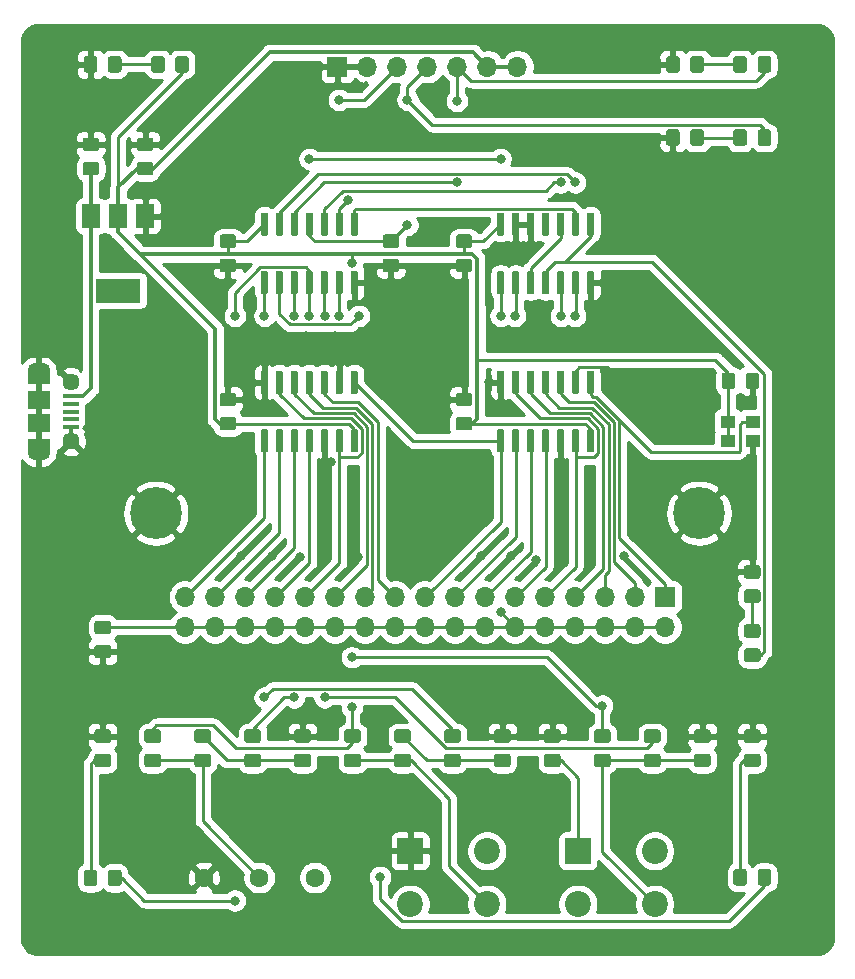
<source format=gbr>
G04 #@! TF.GenerationSoftware,KiCad,Pcbnew,5.1.5-52549c5~84~ubuntu19.10.1*
G04 #@! TF.CreationDate,2020-02-17T22:34:59+13:00*
G04 #@! TF.ProjectId,Snepper-1,536e6570-7065-4722-9d31-2e6b69636164,rev?*
G04 #@! TF.SameCoordinates,Original*
G04 #@! TF.FileFunction,Copper,L1,Top*
G04 #@! TF.FilePolarity,Positive*
%FSLAX46Y46*%
G04 Gerber Fmt 4.6, Leading zero omitted, Abs format (unit mm)*
G04 Created by KiCad (PCBNEW 5.1.5-52549c5~84~ubuntu19.10.1) date 2020-02-17 22:34:59*
%MOMM*%
%LPD*%
G04 APERTURE LIST*
%ADD10C,4.400000*%
%ADD11C,2.200000*%
%ADD12R,2.200000X2.200000*%
%ADD13C,0.100000*%
%ADD14R,1.900000X1.500000*%
%ADD15C,1.450000*%
%ADD16R,1.350000X0.400000*%
%ADD17O,1.900000X1.200000*%
%ADD18R,1.900000X1.200000*%
%ADD19R,1.700000X1.700000*%
%ADD20O,1.700000X1.700000*%
%ADD21C,1.600000*%
%ADD22R,3.800000X2.000000*%
%ADD23R,1.500000X2.000000*%
%ADD24R,1.300000X1.100000*%
%ADD25C,0.800000*%
%ADD26C,0.250000*%
%ADD27C,0.350000*%
%ADD28C,0.254000*%
G04 APERTURE END LIST*
D10*
X173000000Y-102000000D03*
X127000000Y-102000000D03*
D11*
X162741250Y-135100000D03*
X169241250Y-135100000D03*
X169241250Y-130600000D03*
D12*
X162741250Y-130600000D03*
X148527500Y-130600000D03*
D11*
X155027500Y-130600000D03*
X155027500Y-135100000D03*
X148527500Y-135100000D03*
G04 #@! TA.AperFunction,SMDPad,CuDef*
D13*
G36*
X133574505Y-93851204D02*
G01*
X133598773Y-93854804D01*
X133622572Y-93860765D01*
X133645671Y-93869030D01*
X133667850Y-93879520D01*
X133688893Y-93892132D01*
X133708599Y-93906747D01*
X133726777Y-93923223D01*
X133743253Y-93941401D01*
X133757868Y-93961107D01*
X133770480Y-93982150D01*
X133780970Y-94004329D01*
X133789235Y-94027428D01*
X133795196Y-94051227D01*
X133798796Y-94075495D01*
X133800000Y-94099999D01*
X133800000Y-94750001D01*
X133798796Y-94774505D01*
X133795196Y-94798773D01*
X133789235Y-94822572D01*
X133780970Y-94845671D01*
X133770480Y-94867850D01*
X133757868Y-94888893D01*
X133743253Y-94908599D01*
X133726777Y-94926777D01*
X133708599Y-94943253D01*
X133688893Y-94957868D01*
X133667850Y-94970480D01*
X133645671Y-94980970D01*
X133622572Y-94989235D01*
X133598773Y-94995196D01*
X133574505Y-94998796D01*
X133550001Y-95000000D01*
X132649999Y-95000000D01*
X132625495Y-94998796D01*
X132601227Y-94995196D01*
X132577428Y-94989235D01*
X132554329Y-94980970D01*
X132532150Y-94970480D01*
X132511107Y-94957868D01*
X132491401Y-94943253D01*
X132473223Y-94926777D01*
X132456747Y-94908599D01*
X132442132Y-94888893D01*
X132429520Y-94867850D01*
X132419030Y-94845671D01*
X132410765Y-94822572D01*
X132404804Y-94798773D01*
X132401204Y-94774505D01*
X132400000Y-94750001D01*
X132400000Y-94099999D01*
X132401204Y-94075495D01*
X132404804Y-94051227D01*
X132410765Y-94027428D01*
X132419030Y-94004329D01*
X132429520Y-93982150D01*
X132442132Y-93961107D01*
X132456747Y-93941401D01*
X132473223Y-93923223D01*
X132491401Y-93906747D01*
X132511107Y-93892132D01*
X132532150Y-93879520D01*
X132554329Y-93869030D01*
X132577428Y-93860765D01*
X132601227Y-93854804D01*
X132625495Y-93851204D01*
X132649999Y-93850000D01*
X133550001Y-93850000D01*
X133574505Y-93851204D01*
G37*
G04 #@! TD.AperFunction*
G04 #@! TA.AperFunction,SMDPad,CuDef*
G36*
X133574505Y-91801204D02*
G01*
X133598773Y-91804804D01*
X133622572Y-91810765D01*
X133645671Y-91819030D01*
X133667850Y-91829520D01*
X133688893Y-91842132D01*
X133708599Y-91856747D01*
X133726777Y-91873223D01*
X133743253Y-91891401D01*
X133757868Y-91911107D01*
X133770480Y-91932150D01*
X133780970Y-91954329D01*
X133789235Y-91977428D01*
X133795196Y-92001227D01*
X133798796Y-92025495D01*
X133800000Y-92049999D01*
X133800000Y-92700001D01*
X133798796Y-92724505D01*
X133795196Y-92748773D01*
X133789235Y-92772572D01*
X133780970Y-92795671D01*
X133770480Y-92817850D01*
X133757868Y-92838893D01*
X133743253Y-92858599D01*
X133726777Y-92876777D01*
X133708599Y-92893253D01*
X133688893Y-92907868D01*
X133667850Y-92920480D01*
X133645671Y-92930970D01*
X133622572Y-92939235D01*
X133598773Y-92945196D01*
X133574505Y-92948796D01*
X133550001Y-92950000D01*
X132649999Y-92950000D01*
X132625495Y-92948796D01*
X132601227Y-92945196D01*
X132577428Y-92939235D01*
X132554329Y-92930970D01*
X132532150Y-92920480D01*
X132511107Y-92907868D01*
X132491401Y-92893253D01*
X132473223Y-92876777D01*
X132456747Y-92858599D01*
X132442132Y-92838893D01*
X132429520Y-92817850D01*
X132419030Y-92795671D01*
X132410765Y-92772572D01*
X132404804Y-92748773D01*
X132401204Y-92724505D01*
X132400000Y-92700001D01*
X132400000Y-92049999D01*
X132401204Y-92025495D01*
X132404804Y-92001227D01*
X132410765Y-91977428D01*
X132419030Y-91954329D01*
X132429520Y-91932150D01*
X132442132Y-91911107D01*
X132456747Y-91891401D01*
X132473223Y-91873223D01*
X132491401Y-91856747D01*
X132511107Y-91842132D01*
X132532150Y-91829520D01*
X132554329Y-91819030D01*
X132577428Y-91810765D01*
X132601227Y-91804804D01*
X132625495Y-91801204D01*
X132649999Y-91800000D01*
X133550001Y-91800000D01*
X133574505Y-91801204D01*
G37*
G04 #@! TD.AperFunction*
G04 #@! TA.AperFunction,SMDPad,CuDef*
G36*
X156820657Y-122351204D02*
G01*
X156844925Y-122354804D01*
X156868724Y-122360765D01*
X156891823Y-122369030D01*
X156914002Y-122379520D01*
X156935045Y-122392132D01*
X156954751Y-122406747D01*
X156972929Y-122423223D01*
X156989405Y-122441401D01*
X157004020Y-122461107D01*
X157016632Y-122482150D01*
X157027122Y-122504329D01*
X157035387Y-122527428D01*
X157041348Y-122551227D01*
X157044948Y-122575495D01*
X157046152Y-122599999D01*
X157046152Y-123250001D01*
X157044948Y-123274505D01*
X157041348Y-123298773D01*
X157035387Y-123322572D01*
X157027122Y-123345671D01*
X157016632Y-123367850D01*
X157004020Y-123388893D01*
X156989405Y-123408599D01*
X156972929Y-123426777D01*
X156954751Y-123443253D01*
X156935045Y-123457868D01*
X156914002Y-123470480D01*
X156891823Y-123480970D01*
X156868724Y-123489235D01*
X156844925Y-123495196D01*
X156820657Y-123498796D01*
X156796153Y-123500000D01*
X155896151Y-123500000D01*
X155871647Y-123498796D01*
X155847379Y-123495196D01*
X155823580Y-123489235D01*
X155800481Y-123480970D01*
X155778302Y-123470480D01*
X155757259Y-123457868D01*
X155737553Y-123443253D01*
X155719375Y-123426777D01*
X155702899Y-123408599D01*
X155688284Y-123388893D01*
X155675672Y-123367850D01*
X155665182Y-123345671D01*
X155656917Y-123322572D01*
X155650956Y-123298773D01*
X155647356Y-123274505D01*
X155646152Y-123250001D01*
X155646152Y-122599999D01*
X155647356Y-122575495D01*
X155650956Y-122551227D01*
X155656917Y-122527428D01*
X155665182Y-122504329D01*
X155675672Y-122482150D01*
X155688284Y-122461107D01*
X155702899Y-122441401D01*
X155719375Y-122423223D01*
X155737553Y-122406747D01*
X155757259Y-122392132D01*
X155778302Y-122379520D01*
X155800481Y-122369030D01*
X155823580Y-122360765D01*
X155847379Y-122354804D01*
X155871647Y-122351204D01*
X155896151Y-122350000D01*
X156796153Y-122350000D01*
X156820657Y-122351204D01*
G37*
G04 #@! TD.AperFunction*
G04 #@! TA.AperFunction,SMDPad,CuDef*
G36*
X156820657Y-120301204D02*
G01*
X156844925Y-120304804D01*
X156868724Y-120310765D01*
X156891823Y-120319030D01*
X156914002Y-120329520D01*
X156935045Y-120342132D01*
X156954751Y-120356747D01*
X156972929Y-120373223D01*
X156989405Y-120391401D01*
X157004020Y-120411107D01*
X157016632Y-120432150D01*
X157027122Y-120454329D01*
X157035387Y-120477428D01*
X157041348Y-120501227D01*
X157044948Y-120525495D01*
X157046152Y-120549999D01*
X157046152Y-121200001D01*
X157044948Y-121224505D01*
X157041348Y-121248773D01*
X157035387Y-121272572D01*
X157027122Y-121295671D01*
X157016632Y-121317850D01*
X157004020Y-121338893D01*
X156989405Y-121358599D01*
X156972929Y-121376777D01*
X156954751Y-121393253D01*
X156935045Y-121407868D01*
X156914002Y-121420480D01*
X156891823Y-121430970D01*
X156868724Y-121439235D01*
X156844925Y-121445196D01*
X156820657Y-121448796D01*
X156796153Y-121450000D01*
X155896151Y-121450000D01*
X155871647Y-121448796D01*
X155847379Y-121445196D01*
X155823580Y-121439235D01*
X155800481Y-121430970D01*
X155778302Y-121420480D01*
X155757259Y-121407868D01*
X155737553Y-121393253D01*
X155719375Y-121376777D01*
X155702899Y-121358599D01*
X155688284Y-121338893D01*
X155675672Y-121317850D01*
X155665182Y-121295671D01*
X155656917Y-121272572D01*
X155650956Y-121248773D01*
X155647356Y-121224505D01*
X155646152Y-121200001D01*
X155646152Y-120549999D01*
X155647356Y-120525495D01*
X155650956Y-120501227D01*
X155656917Y-120477428D01*
X155665182Y-120454329D01*
X155675672Y-120432150D01*
X155688284Y-120411107D01*
X155702899Y-120391401D01*
X155719375Y-120373223D01*
X155737553Y-120356747D01*
X155757259Y-120342132D01*
X155778302Y-120329520D01*
X155800481Y-120319030D01*
X155823580Y-120310765D01*
X155847379Y-120304804D01*
X155871647Y-120301204D01*
X155896151Y-120300000D01*
X156796153Y-120300000D01*
X156820657Y-120301204D01*
G37*
G04 #@! TD.AperFunction*
G04 #@! TA.AperFunction,SMDPad,CuDef*
G36*
X139897581Y-120301204D02*
G01*
X139921849Y-120304804D01*
X139945648Y-120310765D01*
X139968747Y-120319030D01*
X139990926Y-120329520D01*
X140011969Y-120342132D01*
X140031675Y-120356747D01*
X140049853Y-120373223D01*
X140066329Y-120391401D01*
X140080944Y-120411107D01*
X140093556Y-120432150D01*
X140104046Y-120454329D01*
X140112311Y-120477428D01*
X140118272Y-120501227D01*
X140121872Y-120525495D01*
X140123076Y-120549999D01*
X140123076Y-121200001D01*
X140121872Y-121224505D01*
X140118272Y-121248773D01*
X140112311Y-121272572D01*
X140104046Y-121295671D01*
X140093556Y-121317850D01*
X140080944Y-121338893D01*
X140066329Y-121358599D01*
X140049853Y-121376777D01*
X140031675Y-121393253D01*
X140011969Y-121407868D01*
X139990926Y-121420480D01*
X139968747Y-121430970D01*
X139945648Y-121439235D01*
X139921849Y-121445196D01*
X139897581Y-121448796D01*
X139873077Y-121450000D01*
X138973075Y-121450000D01*
X138948571Y-121448796D01*
X138924303Y-121445196D01*
X138900504Y-121439235D01*
X138877405Y-121430970D01*
X138855226Y-121420480D01*
X138834183Y-121407868D01*
X138814477Y-121393253D01*
X138796299Y-121376777D01*
X138779823Y-121358599D01*
X138765208Y-121338893D01*
X138752596Y-121317850D01*
X138742106Y-121295671D01*
X138733841Y-121272572D01*
X138727880Y-121248773D01*
X138724280Y-121224505D01*
X138723076Y-121200001D01*
X138723076Y-120549999D01*
X138724280Y-120525495D01*
X138727880Y-120501227D01*
X138733841Y-120477428D01*
X138742106Y-120454329D01*
X138752596Y-120432150D01*
X138765208Y-120411107D01*
X138779823Y-120391401D01*
X138796299Y-120373223D01*
X138814477Y-120356747D01*
X138834183Y-120342132D01*
X138855226Y-120329520D01*
X138877405Y-120319030D01*
X138900504Y-120310765D01*
X138924303Y-120304804D01*
X138948571Y-120301204D01*
X138973075Y-120300000D01*
X139873077Y-120300000D01*
X139897581Y-120301204D01*
G37*
G04 #@! TD.AperFunction*
G04 #@! TA.AperFunction,SMDPad,CuDef*
G36*
X139897581Y-122351204D02*
G01*
X139921849Y-122354804D01*
X139945648Y-122360765D01*
X139968747Y-122369030D01*
X139990926Y-122379520D01*
X140011969Y-122392132D01*
X140031675Y-122406747D01*
X140049853Y-122423223D01*
X140066329Y-122441401D01*
X140080944Y-122461107D01*
X140093556Y-122482150D01*
X140104046Y-122504329D01*
X140112311Y-122527428D01*
X140118272Y-122551227D01*
X140121872Y-122575495D01*
X140123076Y-122599999D01*
X140123076Y-123250001D01*
X140121872Y-123274505D01*
X140118272Y-123298773D01*
X140112311Y-123322572D01*
X140104046Y-123345671D01*
X140093556Y-123367850D01*
X140080944Y-123388893D01*
X140066329Y-123408599D01*
X140049853Y-123426777D01*
X140031675Y-123443253D01*
X140011969Y-123457868D01*
X139990926Y-123470480D01*
X139968747Y-123480970D01*
X139945648Y-123489235D01*
X139921849Y-123495196D01*
X139897581Y-123498796D01*
X139873077Y-123500000D01*
X138973075Y-123500000D01*
X138948571Y-123498796D01*
X138924303Y-123495196D01*
X138900504Y-123489235D01*
X138877405Y-123480970D01*
X138855226Y-123470480D01*
X138834183Y-123457868D01*
X138814477Y-123443253D01*
X138796299Y-123426777D01*
X138779823Y-123408599D01*
X138765208Y-123388893D01*
X138752596Y-123367850D01*
X138742106Y-123345671D01*
X138733841Y-123322572D01*
X138727880Y-123298773D01*
X138724280Y-123274505D01*
X138723076Y-123250001D01*
X138723076Y-122599999D01*
X138724280Y-122575495D01*
X138727880Y-122551227D01*
X138733841Y-122527428D01*
X138742106Y-122504329D01*
X138752596Y-122482150D01*
X138765208Y-122461107D01*
X138779823Y-122441401D01*
X138796299Y-122423223D01*
X138814477Y-122406747D01*
X138834183Y-122392132D01*
X138855226Y-122379520D01*
X138877405Y-122369030D01*
X138900504Y-122360765D01*
X138924303Y-122354804D01*
X138948571Y-122351204D01*
X138973075Y-122350000D01*
X139873077Y-122350000D01*
X139897581Y-122351204D01*
G37*
G04 #@! TD.AperFunction*
G04 #@! TA.AperFunction,SMDPad,CuDef*
G36*
X121974505Y-72251204D02*
G01*
X121998773Y-72254804D01*
X122022572Y-72260765D01*
X122045671Y-72269030D01*
X122067850Y-72279520D01*
X122088893Y-72292132D01*
X122108599Y-72306747D01*
X122126777Y-72323223D01*
X122143253Y-72341401D01*
X122157868Y-72361107D01*
X122170480Y-72382150D01*
X122180970Y-72404329D01*
X122189235Y-72427428D01*
X122195196Y-72451227D01*
X122198796Y-72475495D01*
X122200000Y-72499999D01*
X122200000Y-73150001D01*
X122198796Y-73174505D01*
X122195196Y-73198773D01*
X122189235Y-73222572D01*
X122180970Y-73245671D01*
X122170480Y-73267850D01*
X122157868Y-73288893D01*
X122143253Y-73308599D01*
X122126777Y-73326777D01*
X122108599Y-73343253D01*
X122088893Y-73357868D01*
X122067850Y-73370480D01*
X122045671Y-73380970D01*
X122022572Y-73389235D01*
X121998773Y-73395196D01*
X121974505Y-73398796D01*
X121950001Y-73400000D01*
X121049999Y-73400000D01*
X121025495Y-73398796D01*
X121001227Y-73395196D01*
X120977428Y-73389235D01*
X120954329Y-73380970D01*
X120932150Y-73370480D01*
X120911107Y-73357868D01*
X120891401Y-73343253D01*
X120873223Y-73326777D01*
X120856747Y-73308599D01*
X120842132Y-73288893D01*
X120829520Y-73267850D01*
X120819030Y-73245671D01*
X120810765Y-73222572D01*
X120804804Y-73198773D01*
X120801204Y-73174505D01*
X120800000Y-73150001D01*
X120800000Y-72499999D01*
X120801204Y-72475495D01*
X120804804Y-72451227D01*
X120810765Y-72427428D01*
X120819030Y-72404329D01*
X120829520Y-72382150D01*
X120842132Y-72361107D01*
X120856747Y-72341401D01*
X120873223Y-72323223D01*
X120891401Y-72306747D01*
X120911107Y-72292132D01*
X120932150Y-72279520D01*
X120954329Y-72269030D01*
X120977428Y-72260765D01*
X121001227Y-72254804D01*
X121025495Y-72251204D01*
X121049999Y-72250000D01*
X121950001Y-72250000D01*
X121974505Y-72251204D01*
G37*
G04 #@! TD.AperFunction*
G04 #@! TA.AperFunction,SMDPad,CuDef*
G36*
X121974505Y-70201204D02*
G01*
X121998773Y-70204804D01*
X122022572Y-70210765D01*
X122045671Y-70219030D01*
X122067850Y-70229520D01*
X122088893Y-70242132D01*
X122108599Y-70256747D01*
X122126777Y-70273223D01*
X122143253Y-70291401D01*
X122157868Y-70311107D01*
X122170480Y-70332150D01*
X122180970Y-70354329D01*
X122189235Y-70377428D01*
X122195196Y-70401227D01*
X122198796Y-70425495D01*
X122200000Y-70449999D01*
X122200000Y-71100001D01*
X122198796Y-71124505D01*
X122195196Y-71148773D01*
X122189235Y-71172572D01*
X122180970Y-71195671D01*
X122170480Y-71217850D01*
X122157868Y-71238893D01*
X122143253Y-71258599D01*
X122126777Y-71276777D01*
X122108599Y-71293253D01*
X122088893Y-71307868D01*
X122067850Y-71320480D01*
X122045671Y-71330970D01*
X122022572Y-71339235D01*
X121998773Y-71345196D01*
X121974505Y-71348796D01*
X121950001Y-71350000D01*
X121049999Y-71350000D01*
X121025495Y-71348796D01*
X121001227Y-71345196D01*
X120977428Y-71339235D01*
X120954329Y-71330970D01*
X120932150Y-71320480D01*
X120911107Y-71307868D01*
X120891401Y-71293253D01*
X120873223Y-71276777D01*
X120856747Y-71258599D01*
X120842132Y-71238893D01*
X120829520Y-71217850D01*
X120819030Y-71195671D01*
X120810765Y-71172572D01*
X120804804Y-71148773D01*
X120801204Y-71124505D01*
X120800000Y-71100001D01*
X120800000Y-70449999D01*
X120801204Y-70425495D01*
X120804804Y-70401227D01*
X120810765Y-70377428D01*
X120819030Y-70354329D01*
X120829520Y-70332150D01*
X120842132Y-70311107D01*
X120856747Y-70291401D01*
X120873223Y-70273223D01*
X120891401Y-70256747D01*
X120911107Y-70242132D01*
X120932150Y-70229520D01*
X120954329Y-70219030D01*
X120977428Y-70210765D01*
X121001227Y-70204804D01*
X121025495Y-70201204D01*
X121049999Y-70200000D01*
X121950001Y-70200000D01*
X121974505Y-70201204D01*
G37*
G04 #@! TD.AperFunction*
G04 #@! TA.AperFunction,SMDPad,CuDef*
G36*
X126574505Y-72251204D02*
G01*
X126598773Y-72254804D01*
X126622572Y-72260765D01*
X126645671Y-72269030D01*
X126667850Y-72279520D01*
X126688893Y-72292132D01*
X126708599Y-72306747D01*
X126726777Y-72323223D01*
X126743253Y-72341401D01*
X126757868Y-72361107D01*
X126770480Y-72382150D01*
X126780970Y-72404329D01*
X126789235Y-72427428D01*
X126795196Y-72451227D01*
X126798796Y-72475495D01*
X126800000Y-72499999D01*
X126800000Y-73150001D01*
X126798796Y-73174505D01*
X126795196Y-73198773D01*
X126789235Y-73222572D01*
X126780970Y-73245671D01*
X126770480Y-73267850D01*
X126757868Y-73288893D01*
X126743253Y-73308599D01*
X126726777Y-73326777D01*
X126708599Y-73343253D01*
X126688893Y-73357868D01*
X126667850Y-73370480D01*
X126645671Y-73380970D01*
X126622572Y-73389235D01*
X126598773Y-73395196D01*
X126574505Y-73398796D01*
X126550001Y-73400000D01*
X125649999Y-73400000D01*
X125625495Y-73398796D01*
X125601227Y-73395196D01*
X125577428Y-73389235D01*
X125554329Y-73380970D01*
X125532150Y-73370480D01*
X125511107Y-73357868D01*
X125491401Y-73343253D01*
X125473223Y-73326777D01*
X125456747Y-73308599D01*
X125442132Y-73288893D01*
X125429520Y-73267850D01*
X125419030Y-73245671D01*
X125410765Y-73222572D01*
X125404804Y-73198773D01*
X125401204Y-73174505D01*
X125400000Y-73150001D01*
X125400000Y-72499999D01*
X125401204Y-72475495D01*
X125404804Y-72451227D01*
X125410765Y-72427428D01*
X125419030Y-72404329D01*
X125429520Y-72382150D01*
X125442132Y-72361107D01*
X125456747Y-72341401D01*
X125473223Y-72323223D01*
X125491401Y-72306747D01*
X125511107Y-72292132D01*
X125532150Y-72279520D01*
X125554329Y-72269030D01*
X125577428Y-72260765D01*
X125601227Y-72254804D01*
X125625495Y-72251204D01*
X125649999Y-72250000D01*
X126550001Y-72250000D01*
X126574505Y-72251204D01*
G37*
G04 #@! TD.AperFunction*
G04 #@! TA.AperFunction,SMDPad,CuDef*
G36*
X126574505Y-70201204D02*
G01*
X126598773Y-70204804D01*
X126622572Y-70210765D01*
X126645671Y-70219030D01*
X126667850Y-70229520D01*
X126688893Y-70242132D01*
X126708599Y-70256747D01*
X126726777Y-70273223D01*
X126743253Y-70291401D01*
X126757868Y-70311107D01*
X126770480Y-70332150D01*
X126780970Y-70354329D01*
X126789235Y-70377428D01*
X126795196Y-70401227D01*
X126798796Y-70425495D01*
X126800000Y-70449999D01*
X126800000Y-71100001D01*
X126798796Y-71124505D01*
X126795196Y-71148773D01*
X126789235Y-71172572D01*
X126780970Y-71195671D01*
X126770480Y-71217850D01*
X126757868Y-71238893D01*
X126743253Y-71258599D01*
X126726777Y-71276777D01*
X126708599Y-71293253D01*
X126688893Y-71307868D01*
X126667850Y-71320480D01*
X126645671Y-71330970D01*
X126622572Y-71339235D01*
X126598773Y-71345196D01*
X126574505Y-71348796D01*
X126550001Y-71350000D01*
X125649999Y-71350000D01*
X125625495Y-71348796D01*
X125601227Y-71345196D01*
X125577428Y-71339235D01*
X125554329Y-71330970D01*
X125532150Y-71320480D01*
X125511107Y-71307868D01*
X125491401Y-71293253D01*
X125473223Y-71276777D01*
X125456747Y-71258599D01*
X125442132Y-71238893D01*
X125429520Y-71217850D01*
X125419030Y-71195671D01*
X125410765Y-71172572D01*
X125404804Y-71148773D01*
X125401204Y-71124505D01*
X125400000Y-71100001D01*
X125400000Y-70449999D01*
X125401204Y-70425495D01*
X125404804Y-70401227D01*
X125410765Y-70377428D01*
X125419030Y-70354329D01*
X125429520Y-70332150D01*
X125442132Y-70311107D01*
X125456747Y-70291401D01*
X125473223Y-70273223D01*
X125491401Y-70256747D01*
X125511107Y-70242132D01*
X125532150Y-70229520D01*
X125554329Y-70219030D01*
X125577428Y-70210765D01*
X125601227Y-70204804D01*
X125625495Y-70201204D01*
X125649999Y-70200000D01*
X126550001Y-70200000D01*
X126574505Y-70201204D01*
G37*
G04 #@! TD.AperFunction*
G04 #@! TA.AperFunction,SMDPad,CuDef*
G36*
X153574505Y-80451204D02*
G01*
X153598773Y-80454804D01*
X153622572Y-80460765D01*
X153645671Y-80469030D01*
X153667850Y-80479520D01*
X153688893Y-80492132D01*
X153708599Y-80506747D01*
X153726777Y-80523223D01*
X153743253Y-80541401D01*
X153757868Y-80561107D01*
X153770480Y-80582150D01*
X153780970Y-80604329D01*
X153789235Y-80627428D01*
X153795196Y-80651227D01*
X153798796Y-80675495D01*
X153800000Y-80699999D01*
X153800000Y-81350001D01*
X153798796Y-81374505D01*
X153795196Y-81398773D01*
X153789235Y-81422572D01*
X153780970Y-81445671D01*
X153770480Y-81467850D01*
X153757868Y-81488893D01*
X153743253Y-81508599D01*
X153726777Y-81526777D01*
X153708599Y-81543253D01*
X153688893Y-81557868D01*
X153667850Y-81570480D01*
X153645671Y-81580970D01*
X153622572Y-81589235D01*
X153598773Y-81595196D01*
X153574505Y-81598796D01*
X153550001Y-81600000D01*
X152649999Y-81600000D01*
X152625495Y-81598796D01*
X152601227Y-81595196D01*
X152577428Y-81589235D01*
X152554329Y-81580970D01*
X152532150Y-81570480D01*
X152511107Y-81557868D01*
X152491401Y-81543253D01*
X152473223Y-81526777D01*
X152456747Y-81508599D01*
X152442132Y-81488893D01*
X152429520Y-81467850D01*
X152419030Y-81445671D01*
X152410765Y-81422572D01*
X152404804Y-81398773D01*
X152401204Y-81374505D01*
X152400000Y-81350001D01*
X152400000Y-80699999D01*
X152401204Y-80675495D01*
X152404804Y-80651227D01*
X152410765Y-80627428D01*
X152419030Y-80604329D01*
X152429520Y-80582150D01*
X152442132Y-80561107D01*
X152456747Y-80541401D01*
X152473223Y-80523223D01*
X152491401Y-80506747D01*
X152511107Y-80492132D01*
X152532150Y-80479520D01*
X152554329Y-80469030D01*
X152577428Y-80460765D01*
X152601227Y-80454804D01*
X152625495Y-80451204D01*
X152649999Y-80450000D01*
X153550001Y-80450000D01*
X153574505Y-80451204D01*
G37*
G04 #@! TD.AperFunction*
G04 #@! TA.AperFunction,SMDPad,CuDef*
G36*
X153574505Y-78401204D02*
G01*
X153598773Y-78404804D01*
X153622572Y-78410765D01*
X153645671Y-78419030D01*
X153667850Y-78429520D01*
X153688893Y-78442132D01*
X153708599Y-78456747D01*
X153726777Y-78473223D01*
X153743253Y-78491401D01*
X153757868Y-78511107D01*
X153770480Y-78532150D01*
X153780970Y-78554329D01*
X153789235Y-78577428D01*
X153795196Y-78601227D01*
X153798796Y-78625495D01*
X153800000Y-78649999D01*
X153800000Y-79300001D01*
X153798796Y-79324505D01*
X153795196Y-79348773D01*
X153789235Y-79372572D01*
X153780970Y-79395671D01*
X153770480Y-79417850D01*
X153757868Y-79438893D01*
X153743253Y-79458599D01*
X153726777Y-79476777D01*
X153708599Y-79493253D01*
X153688893Y-79507868D01*
X153667850Y-79520480D01*
X153645671Y-79530970D01*
X153622572Y-79539235D01*
X153598773Y-79545196D01*
X153574505Y-79548796D01*
X153550001Y-79550000D01*
X152649999Y-79550000D01*
X152625495Y-79548796D01*
X152601227Y-79545196D01*
X152577428Y-79539235D01*
X152554329Y-79530970D01*
X152532150Y-79520480D01*
X152511107Y-79507868D01*
X152491401Y-79493253D01*
X152473223Y-79476777D01*
X152456747Y-79458599D01*
X152442132Y-79438893D01*
X152429520Y-79417850D01*
X152419030Y-79395671D01*
X152410765Y-79372572D01*
X152404804Y-79348773D01*
X152401204Y-79324505D01*
X152400000Y-79300001D01*
X152400000Y-78649999D01*
X152401204Y-78625495D01*
X152404804Y-78601227D01*
X152410765Y-78577428D01*
X152419030Y-78554329D01*
X152429520Y-78532150D01*
X152442132Y-78511107D01*
X152456747Y-78491401D01*
X152473223Y-78473223D01*
X152491401Y-78456747D01*
X152511107Y-78442132D01*
X152532150Y-78429520D01*
X152554329Y-78419030D01*
X152577428Y-78410765D01*
X152601227Y-78404804D01*
X152625495Y-78401204D01*
X152649999Y-78400000D01*
X153550001Y-78400000D01*
X153574505Y-78401204D01*
G37*
G04 #@! TD.AperFunction*
G04 #@! TA.AperFunction,SMDPad,CuDef*
G36*
X153574505Y-93851204D02*
G01*
X153598773Y-93854804D01*
X153622572Y-93860765D01*
X153645671Y-93869030D01*
X153667850Y-93879520D01*
X153688893Y-93892132D01*
X153708599Y-93906747D01*
X153726777Y-93923223D01*
X153743253Y-93941401D01*
X153757868Y-93961107D01*
X153770480Y-93982150D01*
X153780970Y-94004329D01*
X153789235Y-94027428D01*
X153795196Y-94051227D01*
X153798796Y-94075495D01*
X153800000Y-94099999D01*
X153800000Y-94750001D01*
X153798796Y-94774505D01*
X153795196Y-94798773D01*
X153789235Y-94822572D01*
X153780970Y-94845671D01*
X153770480Y-94867850D01*
X153757868Y-94888893D01*
X153743253Y-94908599D01*
X153726777Y-94926777D01*
X153708599Y-94943253D01*
X153688893Y-94957868D01*
X153667850Y-94970480D01*
X153645671Y-94980970D01*
X153622572Y-94989235D01*
X153598773Y-94995196D01*
X153574505Y-94998796D01*
X153550001Y-95000000D01*
X152649999Y-95000000D01*
X152625495Y-94998796D01*
X152601227Y-94995196D01*
X152577428Y-94989235D01*
X152554329Y-94980970D01*
X152532150Y-94970480D01*
X152511107Y-94957868D01*
X152491401Y-94943253D01*
X152473223Y-94926777D01*
X152456747Y-94908599D01*
X152442132Y-94888893D01*
X152429520Y-94867850D01*
X152419030Y-94845671D01*
X152410765Y-94822572D01*
X152404804Y-94798773D01*
X152401204Y-94774505D01*
X152400000Y-94750001D01*
X152400000Y-94099999D01*
X152401204Y-94075495D01*
X152404804Y-94051227D01*
X152410765Y-94027428D01*
X152419030Y-94004329D01*
X152429520Y-93982150D01*
X152442132Y-93961107D01*
X152456747Y-93941401D01*
X152473223Y-93923223D01*
X152491401Y-93906747D01*
X152511107Y-93892132D01*
X152532150Y-93879520D01*
X152554329Y-93869030D01*
X152577428Y-93860765D01*
X152601227Y-93854804D01*
X152625495Y-93851204D01*
X152649999Y-93850000D01*
X153550001Y-93850000D01*
X153574505Y-93851204D01*
G37*
G04 #@! TD.AperFunction*
G04 #@! TA.AperFunction,SMDPad,CuDef*
G36*
X153574505Y-91801204D02*
G01*
X153598773Y-91804804D01*
X153622572Y-91810765D01*
X153645671Y-91819030D01*
X153667850Y-91829520D01*
X153688893Y-91842132D01*
X153708599Y-91856747D01*
X153726777Y-91873223D01*
X153743253Y-91891401D01*
X153757868Y-91911107D01*
X153770480Y-91932150D01*
X153780970Y-91954329D01*
X153789235Y-91977428D01*
X153795196Y-92001227D01*
X153798796Y-92025495D01*
X153800000Y-92049999D01*
X153800000Y-92700001D01*
X153798796Y-92724505D01*
X153795196Y-92748773D01*
X153789235Y-92772572D01*
X153780970Y-92795671D01*
X153770480Y-92817850D01*
X153757868Y-92838893D01*
X153743253Y-92858599D01*
X153726777Y-92876777D01*
X153708599Y-92893253D01*
X153688893Y-92907868D01*
X153667850Y-92920480D01*
X153645671Y-92930970D01*
X153622572Y-92939235D01*
X153598773Y-92945196D01*
X153574505Y-92948796D01*
X153550001Y-92950000D01*
X152649999Y-92950000D01*
X152625495Y-92948796D01*
X152601227Y-92945196D01*
X152577428Y-92939235D01*
X152554329Y-92930970D01*
X152532150Y-92920480D01*
X152511107Y-92907868D01*
X152491401Y-92893253D01*
X152473223Y-92876777D01*
X152456747Y-92858599D01*
X152442132Y-92838893D01*
X152429520Y-92817850D01*
X152419030Y-92795671D01*
X152410765Y-92772572D01*
X152404804Y-92748773D01*
X152401204Y-92724505D01*
X152400000Y-92700001D01*
X152400000Y-92049999D01*
X152401204Y-92025495D01*
X152404804Y-92001227D01*
X152410765Y-91977428D01*
X152419030Y-91954329D01*
X152429520Y-91932150D01*
X152442132Y-91911107D01*
X152456747Y-91891401D01*
X152473223Y-91873223D01*
X152491401Y-91856747D01*
X152511107Y-91842132D01*
X152532150Y-91829520D01*
X152554329Y-91819030D01*
X152577428Y-91810765D01*
X152601227Y-91804804D01*
X152625495Y-91801204D01*
X152649999Y-91800000D01*
X153550001Y-91800000D01*
X153574505Y-91801204D01*
G37*
G04 #@! TD.AperFunction*
G04 #@! TA.AperFunction,SMDPad,CuDef*
G36*
X173743733Y-120301204D02*
G01*
X173768001Y-120304804D01*
X173791800Y-120310765D01*
X173814899Y-120319030D01*
X173837078Y-120329520D01*
X173858121Y-120342132D01*
X173877827Y-120356747D01*
X173896005Y-120373223D01*
X173912481Y-120391401D01*
X173927096Y-120411107D01*
X173939708Y-120432150D01*
X173950198Y-120454329D01*
X173958463Y-120477428D01*
X173964424Y-120501227D01*
X173968024Y-120525495D01*
X173969228Y-120549999D01*
X173969228Y-121200001D01*
X173968024Y-121224505D01*
X173964424Y-121248773D01*
X173958463Y-121272572D01*
X173950198Y-121295671D01*
X173939708Y-121317850D01*
X173927096Y-121338893D01*
X173912481Y-121358599D01*
X173896005Y-121376777D01*
X173877827Y-121393253D01*
X173858121Y-121407868D01*
X173837078Y-121420480D01*
X173814899Y-121430970D01*
X173791800Y-121439235D01*
X173768001Y-121445196D01*
X173743733Y-121448796D01*
X173719229Y-121450000D01*
X172819227Y-121450000D01*
X172794723Y-121448796D01*
X172770455Y-121445196D01*
X172746656Y-121439235D01*
X172723557Y-121430970D01*
X172701378Y-121420480D01*
X172680335Y-121407868D01*
X172660629Y-121393253D01*
X172642451Y-121376777D01*
X172625975Y-121358599D01*
X172611360Y-121338893D01*
X172598748Y-121317850D01*
X172588258Y-121295671D01*
X172579993Y-121272572D01*
X172574032Y-121248773D01*
X172570432Y-121224505D01*
X172569228Y-121200001D01*
X172569228Y-120549999D01*
X172570432Y-120525495D01*
X172574032Y-120501227D01*
X172579993Y-120477428D01*
X172588258Y-120454329D01*
X172598748Y-120432150D01*
X172611360Y-120411107D01*
X172625975Y-120391401D01*
X172642451Y-120373223D01*
X172660629Y-120356747D01*
X172680335Y-120342132D01*
X172701378Y-120329520D01*
X172723557Y-120319030D01*
X172746656Y-120310765D01*
X172770455Y-120304804D01*
X172794723Y-120301204D01*
X172819227Y-120300000D01*
X173719229Y-120300000D01*
X173743733Y-120301204D01*
G37*
G04 #@! TD.AperFunction*
G04 #@! TA.AperFunction,SMDPad,CuDef*
G36*
X173743733Y-122351204D02*
G01*
X173768001Y-122354804D01*
X173791800Y-122360765D01*
X173814899Y-122369030D01*
X173837078Y-122379520D01*
X173858121Y-122392132D01*
X173877827Y-122406747D01*
X173896005Y-122423223D01*
X173912481Y-122441401D01*
X173927096Y-122461107D01*
X173939708Y-122482150D01*
X173950198Y-122504329D01*
X173958463Y-122527428D01*
X173964424Y-122551227D01*
X173968024Y-122575495D01*
X173969228Y-122599999D01*
X173969228Y-123250001D01*
X173968024Y-123274505D01*
X173964424Y-123298773D01*
X173958463Y-123322572D01*
X173950198Y-123345671D01*
X173939708Y-123367850D01*
X173927096Y-123388893D01*
X173912481Y-123408599D01*
X173896005Y-123426777D01*
X173877827Y-123443253D01*
X173858121Y-123457868D01*
X173837078Y-123470480D01*
X173814899Y-123480970D01*
X173791800Y-123489235D01*
X173768001Y-123495196D01*
X173743733Y-123498796D01*
X173719229Y-123500000D01*
X172819227Y-123500000D01*
X172794723Y-123498796D01*
X172770455Y-123495196D01*
X172746656Y-123489235D01*
X172723557Y-123480970D01*
X172701378Y-123470480D01*
X172680335Y-123457868D01*
X172660629Y-123443253D01*
X172642451Y-123426777D01*
X172625975Y-123408599D01*
X172611360Y-123388893D01*
X172598748Y-123367850D01*
X172588258Y-123345671D01*
X172579993Y-123322572D01*
X172574032Y-123298773D01*
X172570432Y-123274505D01*
X172569228Y-123250001D01*
X172569228Y-122599999D01*
X172570432Y-122575495D01*
X172574032Y-122551227D01*
X172579993Y-122527428D01*
X172588258Y-122504329D01*
X172598748Y-122482150D01*
X172611360Y-122461107D01*
X172625975Y-122441401D01*
X172642451Y-122423223D01*
X172660629Y-122406747D01*
X172680335Y-122392132D01*
X172701378Y-122379520D01*
X172723557Y-122369030D01*
X172746656Y-122360765D01*
X172770455Y-122354804D01*
X172794723Y-122351204D01*
X172819227Y-122350000D01*
X173719229Y-122350000D01*
X173743733Y-122351204D01*
G37*
G04 #@! TD.AperFunction*
G04 #@! TA.AperFunction,SMDPad,CuDef*
G36*
X133574505Y-78401204D02*
G01*
X133598773Y-78404804D01*
X133622572Y-78410765D01*
X133645671Y-78419030D01*
X133667850Y-78429520D01*
X133688893Y-78442132D01*
X133708599Y-78456747D01*
X133726777Y-78473223D01*
X133743253Y-78491401D01*
X133757868Y-78511107D01*
X133770480Y-78532150D01*
X133780970Y-78554329D01*
X133789235Y-78577428D01*
X133795196Y-78601227D01*
X133798796Y-78625495D01*
X133800000Y-78649999D01*
X133800000Y-79300001D01*
X133798796Y-79324505D01*
X133795196Y-79348773D01*
X133789235Y-79372572D01*
X133780970Y-79395671D01*
X133770480Y-79417850D01*
X133757868Y-79438893D01*
X133743253Y-79458599D01*
X133726777Y-79476777D01*
X133708599Y-79493253D01*
X133688893Y-79507868D01*
X133667850Y-79520480D01*
X133645671Y-79530970D01*
X133622572Y-79539235D01*
X133598773Y-79545196D01*
X133574505Y-79548796D01*
X133550001Y-79550000D01*
X132649999Y-79550000D01*
X132625495Y-79548796D01*
X132601227Y-79545196D01*
X132577428Y-79539235D01*
X132554329Y-79530970D01*
X132532150Y-79520480D01*
X132511107Y-79507868D01*
X132491401Y-79493253D01*
X132473223Y-79476777D01*
X132456747Y-79458599D01*
X132442132Y-79438893D01*
X132429520Y-79417850D01*
X132419030Y-79395671D01*
X132410765Y-79372572D01*
X132404804Y-79348773D01*
X132401204Y-79324505D01*
X132400000Y-79300001D01*
X132400000Y-78649999D01*
X132401204Y-78625495D01*
X132404804Y-78601227D01*
X132410765Y-78577428D01*
X132419030Y-78554329D01*
X132429520Y-78532150D01*
X132442132Y-78511107D01*
X132456747Y-78491401D01*
X132473223Y-78473223D01*
X132491401Y-78456747D01*
X132511107Y-78442132D01*
X132532150Y-78429520D01*
X132554329Y-78419030D01*
X132577428Y-78410765D01*
X132601227Y-78404804D01*
X132625495Y-78401204D01*
X132649999Y-78400000D01*
X133550001Y-78400000D01*
X133574505Y-78401204D01*
G37*
G04 #@! TD.AperFunction*
G04 #@! TA.AperFunction,SMDPad,CuDef*
G36*
X133574505Y-80451204D02*
G01*
X133598773Y-80454804D01*
X133622572Y-80460765D01*
X133645671Y-80469030D01*
X133667850Y-80479520D01*
X133688893Y-80492132D01*
X133708599Y-80506747D01*
X133726777Y-80523223D01*
X133743253Y-80541401D01*
X133757868Y-80561107D01*
X133770480Y-80582150D01*
X133780970Y-80604329D01*
X133789235Y-80627428D01*
X133795196Y-80651227D01*
X133798796Y-80675495D01*
X133800000Y-80699999D01*
X133800000Y-81350001D01*
X133798796Y-81374505D01*
X133795196Y-81398773D01*
X133789235Y-81422572D01*
X133780970Y-81445671D01*
X133770480Y-81467850D01*
X133757868Y-81488893D01*
X133743253Y-81508599D01*
X133726777Y-81526777D01*
X133708599Y-81543253D01*
X133688893Y-81557868D01*
X133667850Y-81570480D01*
X133645671Y-81580970D01*
X133622572Y-81589235D01*
X133598773Y-81595196D01*
X133574505Y-81598796D01*
X133550001Y-81600000D01*
X132649999Y-81600000D01*
X132625495Y-81598796D01*
X132601227Y-81595196D01*
X132577428Y-81589235D01*
X132554329Y-81580970D01*
X132532150Y-81570480D01*
X132511107Y-81557868D01*
X132491401Y-81543253D01*
X132473223Y-81526777D01*
X132456747Y-81508599D01*
X132442132Y-81488893D01*
X132429520Y-81467850D01*
X132419030Y-81445671D01*
X132410765Y-81422572D01*
X132404804Y-81398773D01*
X132401204Y-81374505D01*
X132400000Y-81350001D01*
X132400000Y-80699999D01*
X132401204Y-80675495D01*
X132404804Y-80651227D01*
X132410765Y-80627428D01*
X132419030Y-80604329D01*
X132429520Y-80582150D01*
X132442132Y-80561107D01*
X132456747Y-80541401D01*
X132473223Y-80523223D01*
X132491401Y-80506747D01*
X132511107Y-80492132D01*
X132532150Y-80479520D01*
X132554329Y-80469030D01*
X132577428Y-80460765D01*
X132601227Y-80454804D01*
X132625495Y-80451204D01*
X132649999Y-80450000D01*
X133550001Y-80450000D01*
X133574505Y-80451204D01*
G37*
G04 #@! TD.AperFunction*
G04 #@! TA.AperFunction,SMDPad,CuDef*
G36*
X177874505Y-90101204D02*
G01*
X177898773Y-90104804D01*
X177922572Y-90110765D01*
X177945671Y-90119030D01*
X177967850Y-90129520D01*
X177988893Y-90142132D01*
X178008599Y-90156747D01*
X178026777Y-90173223D01*
X178043253Y-90191401D01*
X178057868Y-90211107D01*
X178070480Y-90232150D01*
X178080970Y-90254329D01*
X178089235Y-90277428D01*
X178095196Y-90301227D01*
X178098796Y-90325495D01*
X178100000Y-90349999D01*
X178100000Y-91250001D01*
X178098796Y-91274505D01*
X178095196Y-91298773D01*
X178089235Y-91322572D01*
X178080970Y-91345671D01*
X178070480Y-91367850D01*
X178057868Y-91388893D01*
X178043253Y-91408599D01*
X178026777Y-91426777D01*
X178008599Y-91443253D01*
X177988893Y-91457868D01*
X177967850Y-91470480D01*
X177945671Y-91480970D01*
X177922572Y-91489235D01*
X177898773Y-91495196D01*
X177874505Y-91498796D01*
X177850001Y-91500000D01*
X177199999Y-91500000D01*
X177175495Y-91498796D01*
X177151227Y-91495196D01*
X177127428Y-91489235D01*
X177104329Y-91480970D01*
X177082150Y-91470480D01*
X177061107Y-91457868D01*
X177041401Y-91443253D01*
X177023223Y-91426777D01*
X177006747Y-91408599D01*
X176992132Y-91388893D01*
X176979520Y-91367850D01*
X176969030Y-91345671D01*
X176960765Y-91322572D01*
X176954804Y-91298773D01*
X176951204Y-91274505D01*
X176950000Y-91250001D01*
X176950000Y-90349999D01*
X176951204Y-90325495D01*
X176954804Y-90301227D01*
X176960765Y-90277428D01*
X176969030Y-90254329D01*
X176979520Y-90232150D01*
X176992132Y-90211107D01*
X177006747Y-90191401D01*
X177023223Y-90173223D01*
X177041401Y-90156747D01*
X177061107Y-90142132D01*
X177082150Y-90129520D01*
X177104329Y-90119030D01*
X177127428Y-90110765D01*
X177151227Y-90104804D01*
X177175495Y-90101204D01*
X177199999Y-90100000D01*
X177850001Y-90100000D01*
X177874505Y-90101204D01*
G37*
G04 #@! TD.AperFunction*
G04 #@! TA.AperFunction,SMDPad,CuDef*
G36*
X175824505Y-90101204D02*
G01*
X175848773Y-90104804D01*
X175872572Y-90110765D01*
X175895671Y-90119030D01*
X175917850Y-90129520D01*
X175938893Y-90142132D01*
X175958599Y-90156747D01*
X175976777Y-90173223D01*
X175993253Y-90191401D01*
X176007868Y-90211107D01*
X176020480Y-90232150D01*
X176030970Y-90254329D01*
X176039235Y-90277428D01*
X176045196Y-90301227D01*
X176048796Y-90325495D01*
X176050000Y-90349999D01*
X176050000Y-91250001D01*
X176048796Y-91274505D01*
X176045196Y-91298773D01*
X176039235Y-91322572D01*
X176030970Y-91345671D01*
X176020480Y-91367850D01*
X176007868Y-91388893D01*
X175993253Y-91408599D01*
X175976777Y-91426777D01*
X175958599Y-91443253D01*
X175938893Y-91457868D01*
X175917850Y-91470480D01*
X175895671Y-91480970D01*
X175872572Y-91489235D01*
X175848773Y-91495196D01*
X175824505Y-91498796D01*
X175800001Y-91500000D01*
X175149999Y-91500000D01*
X175125495Y-91498796D01*
X175101227Y-91495196D01*
X175077428Y-91489235D01*
X175054329Y-91480970D01*
X175032150Y-91470480D01*
X175011107Y-91457868D01*
X174991401Y-91443253D01*
X174973223Y-91426777D01*
X174956747Y-91408599D01*
X174942132Y-91388893D01*
X174929520Y-91367850D01*
X174919030Y-91345671D01*
X174910765Y-91322572D01*
X174904804Y-91298773D01*
X174901204Y-91274505D01*
X174900000Y-91250001D01*
X174900000Y-90349999D01*
X174901204Y-90325495D01*
X174904804Y-90301227D01*
X174910765Y-90277428D01*
X174919030Y-90254329D01*
X174929520Y-90232150D01*
X174942132Y-90211107D01*
X174956747Y-90191401D01*
X174973223Y-90173223D01*
X174991401Y-90156747D01*
X175011107Y-90142132D01*
X175032150Y-90129520D01*
X175054329Y-90119030D01*
X175077428Y-90110765D01*
X175101227Y-90104804D01*
X175125495Y-90101204D01*
X175149999Y-90100000D01*
X175800001Y-90100000D01*
X175824505Y-90101204D01*
G37*
G04 #@! TD.AperFunction*
G04 #@! TA.AperFunction,SMDPad,CuDef*
G36*
X177974505Y-113451204D02*
G01*
X177998773Y-113454804D01*
X178022572Y-113460765D01*
X178045671Y-113469030D01*
X178067850Y-113479520D01*
X178088893Y-113492132D01*
X178108599Y-113506747D01*
X178126777Y-113523223D01*
X178143253Y-113541401D01*
X178157868Y-113561107D01*
X178170480Y-113582150D01*
X178180970Y-113604329D01*
X178189235Y-113627428D01*
X178195196Y-113651227D01*
X178198796Y-113675495D01*
X178200000Y-113699999D01*
X178200000Y-114350001D01*
X178198796Y-114374505D01*
X178195196Y-114398773D01*
X178189235Y-114422572D01*
X178180970Y-114445671D01*
X178170480Y-114467850D01*
X178157868Y-114488893D01*
X178143253Y-114508599D01*
X178126777Y-114526777D01*
X178108599Y-114543253D01*
X178088893Y-114557868D01*
X178067850Y-114570480D01*
X178045671Y-114580970D01*
X178022572Y-114589235D01*
X177998773Y-114595196D01*
X177974505Y-114598796D01*
X177950001Y-114600000D01*
X177049999Y-114600000D01*
X177025495Y-114598796D01*
X177001227Y-114595196D01*
X176977428Y-114589235D01*
X176954329Y-114580970D01*
X176932150Y-114570480D01*
X176911107Y-114557868D01*
X176891401Y-114543253D01*
X176873223Y-114526777D01*
X176856747Y-114508599D01*
X176842132Y-114488893D01*
X176829520Y-114467850D01*
X176819030Y-114445671D01*
X176810765Y-114422572D01*
X176804804Y-114398773D01*
X176801204Y-114374505D01*
X176800000Y-114350001D01*
X176800000Y-113699999D01*
X176801204Y-113675495D01*
X176804804Y-113651227D01*
X176810765Y-113627428D01*
X176819030Y-113604329D01*
X176829520Y-113582150D01*
X176842132Y-113561107D01*
X176856747Y-113541401D01*
X176873223Y-113523223D01*
X176891401Y-113506747D01*
X176911107Y-113492132D01*
X176932150Y-113479520D01*
X176954329Y-113469030D01*
X176977428Y-113460765D01*
X177001227Y-113454804D01*
X177025495Y-113451204D01*
X177049999Y-113450000D01*
X177950001Y-113450000D01*
X177974505Y-113451204D01*
G37*
G04 #@! TD.AperFunction*
G04 #@! TA.AperFunction,SMDPad,CuDef*
G36*
X177974505Y-111401204D02*
G01*
X177998773Y-111404804D01*
X178022572Y-111410765D01*
X178045671Y-111419030D01*
X178067850Y-111429520D01*
X178088893Y-111442132D01*
X178108599Y-111456747D01*
X178126777Y-111473223D01*
X178143253Y-111491401D01*
X178157868Y-111511107D01*
X178170480Y-111532150D01*
X178180970Y-111554329D01*
X178189235Y-111577428D01*
X178195196Y-111601227D01*
X178198796Y-111625495D01*
X178200000Y-111649999D01*
X178200000Y-112300001D01*
X178198796Y-112324505D01*
X178195196Y-112348773D01*
X178189235Y-112372572D01*
X178180970Y-112395671D01*
X178170480Y-112417850D01*
X178157868Y-112438893D01*
X178143253Y-112458599D01*
X178126777Y-112476777D01*
X178108599Y-112493253D01*
X178088893Y-112507868D01*
X178067850Y-112520480D01*
X178045671Y-112530970D01*
X178022572Y-112539235D01*
X177998773Y-112545196D01*
X177974505Y-112548796D01*
X177950001Y-112550000D01*
X177049999Y-112550000D01*
X177025495Y-112548796D01*
X177001227Y-112545196D01*
X176977428Y-112539235D01*
X176954329Y-112530970D01*
X176932150Y-112520480D01*
X176911107Y-112507868D01*
X176891401Y-112493253D01*
X176873223Y-112476777D01*
X176856747Y-112458599D01*
X176842132Y-112438893D01*
X176829520Y-112417850D01*
X176819030Y-112395671D01*
X176810765Y-112372572D01*
X176804804Y-112348773D01*
X176801204Y-112324505D01*
X176800000Y-112300001D01*
X176800000Y-111649999D01*
X176801204Y-111625495D01*
X176804804Y-111601227D01*
X176810765Y-111577428D01*
X176819030Y-111554329D01*
X176829520Y-111532150D01*
X176842132Y-111511107D01*
X176856747Y-111491401D01*
X176873223Y-111473223D01*
X176891401Y-111456747D01*
X176911107Y-111442132D01*
X176932150Y-111429520D01*
X176954329Y-111419030D01*
X176977428Y-111410765D01*
X177001227Y-111404804D01*
X177025495Y-111401204D01*
X177049999Y-111400000D01*
X177950001Y-111400000D01*
X177974505Y-111401204D01*
G37*
G04 #@! TD.AperFunction*
G04 #@! TA.AperFunction,SMDPad,CuDef*
G36*
X176824505Y-69501204D02*
G01*
X176848773Y-69504804D01*
X176872572Y-69510765D01*
X176895671Y-69519030D01*
X176917850Y-69529520D01*
X176938893Y-69542132D01*
X176958599Y-69556747D01*
X176976777Y-69573223D01*
X176993253Y-69591401D01*
X177007868Y-69611107D01*
X177020480Y-69632150D01*
X177030970Y-69654329D01*
X177039235Y-69677428D01*
X177045196Y-69701227D01*
X177048796Y-69725495D01*
X177050000Y-69749999D01*
X177050000Y-70650001D01*
X177048796Y-70674505D01*
X177045196Y-70698773D01*
X177039235Y-70722572D01*
X177030970Y-70745671D01*
X177020480Y-70767850D01*
X177007868Y-70788893D01*
X176993253Y-70808599D01*
X176976777Y-70826777D01*
X176958599Y-70843253D01*
X176938893Y-70857868D01*
X176917850Y-70870480D01*
X176895671Y-70880970D01*
X176872572Y-70889235D01*
X176848773Y-70895196D01*
X176824505Y-70898796D01*
X176800001Y-70900000D01*
X176149999Y-70900000D01*
X176125495Y-70898796D01*
X176101227Y-70895196D01*
X176077428Y-70889235D01*
X176054329Y-70880970D01*
X176032150Y-70870480D01*
X176011107Y-70857868D01*
X175991401Y-70843253D01*
X175973223Y-70826777D01*
X175956747Y-70808599D01*
X175942132Y-70788893D01*
X175929520Y-70767850D01*
X175919030Y-70745671D01*
X175910765Y-70722572D01*
X175904804Y-70698773D01*
X175901204Y-70674505D01*
X175900000Y-70650001D01*
X175900000Y-69749999D01*
X175901204Y-69725495D01*
X175904804Y-69701227D01*
X175910765Y-69677428D01*
X175919030Y-69654329D01*
X175929520Y-69632150D01*
X175942132Y-69611107D01*
X175956747Y-69591401D01*
X175973223Y-69573223D01*
X175991401Y-69556747D01*
X176011107Y-69542132D01*
X176032150Y-69529520D01*
X176054329Y-69519030D01*
X176077428Y-69510765D01*
X176101227Y-69504804D01*
X176125495Y-69501204D01*
X176149999Y-69500000D01*
X176800001Y-69500000D01*
X176824505Y-69501204D01*
G37*
G04 #@! TD.AperFunction*
G04 #@! TA.AperFunction,SMDPad,CuDef*
G36*
X178874505Y-69501204D02*
G01*
X178898773Y-69504804D01*
X178922572Y-69510765D01*
X178945671Y-69519030D01*
X178967850Y-69529520D01*
X178988893Y-69542132D01*
X179008599Y-69556747D01*
X179026777Y-69573223D01*
X179043253Y-69591401D01*
X179057868Y-69611107D01*
X179070480Y-69632150D01*
X179080970Y-69654329D01*
X179089235Y-69677428D01*
X179095196Y-69701227D01*
X179098796Y-69725495D01*
X179100000Y-69749999D01*
X179100000Y-70650001D01*
X179098796Y-70674505D01*
X179095196Y-70698773D01*
X179089235Y-70722572D01*
X179080970Y-70745671D01*
X179070480Y-70767850D01*
X179057868Y-70788893D01*
X179043253Y-70808599D01*
X179026777Y-70826777D01*
X179008599Y-70843253D01*
X178988893Y-70857868D01*
X178967850Y-70870480D01*
X178945671Y-70880970D01*
X178922572Y-70889235D01*
X178898773Y-70895196D01*
X178874505Y-70898796D01*
X178850001Y-70900000D01*
X178199999Y-70900000D01*
X178175495Y-70898796D01*
X178151227Y-70895196D01*
X178127428Y-70889235D01*
X178104329Y-70880970D01*
X178082150Y-70870480D01*
X178061107Y-70857868D01*
X178041401Y-70843253D01*
X178023223Y-70826777D01*
X178006747Y-70808599D01*
X177992132Y-70788893D01*
X177979520Y-70767850D01*
X177969030Y-70745671D01*
X177960765Y-70722572D01*
X177954804Y-70698773D01*
X177951204Y-70674505D01*
X177950000Y-70650001D01*
X177950000Y-69749999D01*
X177951204Y-69725495D01*
X177954804Y-69701227D01*
X177960765Y-69677428D01*
X177969030Y-69654329D01*
X177979520Y-69632150D01*
X177992132Y-69611107D01*
X178006747Y-69591401D01*
X178023223Y-69573223D01*
X178041401Y-69556747D01*
X178061107Y-69542132D01*
X178082150Y-69529520D01*
X178104329Y-69519030D01*
X178127428Y-69510765D01*
X178151227Y-69504804D01*
X178175495Y-69501204D01*
X178199999Y-69500000D01*
X178850001Y-69500000D01*
X178874505Y-69501204D01*
G37*
G04 #@! TD.AperFunction*
G04 #@! TA.AperFunction,SMDPad,CuDef*
G36*
X176824505Y-63301204D02*
G01*
X176848773Y-63304804D01*
X176872572Y-63310765D01*
X176895671Y-63319030D01*
X176917850Y-63329520D01*
X176938893Y-63342132D01*
X176958599Y-63356747D01*
X176976777Y-63373223D01*
X176993253Y-63391401D01*
X177007868Y-63411107D01*
X177020480Y-63432150D01*
X177030970Y-63454329D01*
X177039235Y-63477428D01*
X177045196Y-63501227D01*
X177048796Y-63525495D01*
X177050000Y-63549999D01*
X177050000Y-64450001D01*
X177048796Y-64474505D01*
X177045196Y-64498773D01*
X177039235Y-64522572D01*
X177030970Y-64545671D01*
X177020480Y-64567850D01*
X177007868Y-64588893D01*
X176993253Y-64608599D01*
X176976777Y-64626777D01*
X176958599Y-64643253D01*
X176938893Y-64657868D01*
X176917850Y-64670480D01*
X176895671Y-64680970D01*
X176872572Y-64689235D01*
X176848773Y-64695196D01*
X176824505Y-64698796D01*
X176800001Y-64700000D01*
X176149999Y-64700000D01*
X176125495Y-64698796D01*
X176101227Y-64695196D01*
X176077428Y-64689235D01*
X176054329Y-64680970D01*
X176032150Y-64670480D01*
X176011107Y-64657868D01*
X175991401Y-64643253D01*
X175973223Y-64626777D01*
X175956747Y-64608599D01*
X175942132Y-64588893D01*
X175929520Y-64567850D01*
X175919030Y-64545671D01*
X175910765Y-64522572D01*
X175904804Y-64498773D01*
X175901204Y-64474505D01*
X175900000Y-64450001D01*
X175900000Y-63549999D01*
X175901204Y-63525495D01*
X175904804Y-63501227D01*
X175910765Y-63477428D01*
X175919030Y-63454329D01*
X175929520Y-63432150D01*
X175942132Y-63411107D01*
X175956747Y-63391401D01*
X175973223Y-63373223D01*
X175991401Y-63356747D01*
X176011107Y-63342132D01*
X176032150Y-63329520D01*
X176054329Y-63319030D01*
X176077428Y-63310765D01*
X176101227Y-63304804D01*
X176125495Y-63301204D01*
X176149999Y-63300000D01*
X176800001Y-63300000D01*
X176824505Y-63301204D01*
G37*
G04 #@! TD.AperFunction*
G04 #@! TA.AperFunction,SMDPad,CuDef*
G36*
X178874505Y-63301204D02*
G01*
X178898773Y-63304804D01*
X178922572Y-63310765D01*
X178945671Y-63319030D01*
X178967850Y-63329520D01*
X178988893Y-63342132D01*
X179008599Y-63356747D01*
X179026777Y-63373223D01*
X179043253Y-63391401D01*
X179057868Y-63411107D01*
X179070480Y-63432150D01*
X179080970Y-63454329D01*
X179089235Y-63477428D01*
X179095196Y-63501227D01*
X179098796Y-63525495D01*
X179100000Y-63549999D01*
X179100000Y-64450001D01*
X179098796Y-64474505D01*
X179095196Y-64498773D01*
X179089235Y-64522572D01*
X179080970Y-64545671D01*
X179070480Y-64567850D01*
X179057868Y-64588893D01*
X179043253Y-64608599D01*
X179026777Y-64626777D01*
X179008599Y-64643253D01*
X178988893Y-64657868D01*
X178967850Y-64670480D01*
X178945671Y-64680970D01*
X178922572Y-64689235D01*
X178898773Y-64695196D01*
X178874505Y-64698796D01*
X178850001Y-64700000D01*
X178199999Y-64700000D01*
X178175495Y-64698796D01*
X178151227Y-64695196D01*
X178127428Y-64689235D01*
X178104329Y-64680970D01*
X178082150Y-64670480D01*
X178061107Y-64657868D01*
X178041401Y-64643253D01*
X178023223Y-64626777D01*
X178006747Y-64608599D01*
X177992132Y-64588893D01*
X177979520Y-64567850D01*
X177969030Y-64545671D01*
X177960765Y-64522572D01*
X177954804Y-64498773D01*
X177951204Y-64474505D01*
X177950000Y-64450001D01*
X177950000Y-63549999D01*
X177951204Y-63525495D01*
X177954804Y-63501227D01*
X177960765Y-63477428D01*
X177969030Y-63454329D01*
X177979520Y-63432150D01*
X177992132Y-63411107D01*
X178006747Y-63391401D01*
X178023223Y-63373223D01*
X178041401Y-63356747D01*
X178061107Y-63342132D01*
X178082150Y-63329520D01*
X178104329Y-63319030D01*
X178127428Y-63310765D01*
X178151227Y-63304804D01*
X178175495Y-63301204D01*
X178199999Y-63300000D01*
X178850001Y-63300000D01*
X178874505Y-63301204D01*
G37*
G04 #@! TD.AperFunction*
G04 #@! TA.AperFunction,SMDPad,CuDef*
G36*
X176824505Y-132128704D02*
G01*
X176848773Y-132132304D01*
X176872572Y-132138265D01*
X176895671Y-132146530D01*
X176917850Y-132157020D01*
X176938893Y-132169632D01*
X176958599Y-132184247D01*
X176976777Y-132200723D01*
X176993253Y-132218901D01*
X177007868Y-132238607D01*
X177020480Y-132259650D01*
X177030970Y-132281829D01*
X177039235Y-132304928D01*
X177045196Y-132328727D01*
X177048796Y-132352995D01*
X177050000Y-132377499D01*
X177050000Y-133277501D01*
X177048796Y-133302005D01*
X177045196Y-133326273D01*
X177039235Y-133350072D01*
X177030970Y-133373171D01*
X177020480Y-133395350D01*
X177007868Y-133416393D01*
X176993253Y-133436099D01*
X176976777Y-133454277D01*
X176958599Y-133470753D01*
X176938893Y-133485368D01*
X176917850Y-133497980D01*
X176895671Y-133508470D01*
X176872572Y-133516735D01*
X176848773Y-133522696D01*
X176824505Y-133526296D01*
X176800001Y-133527500D01*
X176149999Y-133527500D01*
X176125495Y-133526296D01*
X176101227Y-133522696D01*
X176077428Y-133516735D01*
X176054329Y-133508470D01*
X176032150Y-133497980D01*
X176011107Y-133485368D01*
X175991401Y-133470753D01*
X175973223Y-133454277D01*
X175956747Y-133436099D01*
X175942132Y-133416393D01*
X175929520Y-133395350D01*
X175919030Y-133373171D01*
X175910765Y-133350072D01*
X175904804Y-133326273D01*
X175901204Y-133302005D01*
X175900000Y-133277501D01*
X175900000Y-132377499D01*
X175901204Y-132352995D01*
X175904804Y-132328727D01*
X175910765Y-132304928D01*
X175919030Y-132281829D01*
X175929520Y-132259650D01*
X175942132Y-132238607D01*
X175956747Y-132218901D01*
X175973223Y-132200723D01*
X175991401Y-132184247D01*
X176011107Y-132169632D01*
X176032150Y-132157020D01*
X176054329Y-132146530D01*
X176077428Y-132138265D01*
X176101227Y-132132304D01*
X176125495Y-132128704D01*
X176149999Y-132127500D01*
X176800001Y-132127500D01*
X176824505Y-132128704D01*
G37*
G04 #@! TD.AperFunction*
G04 #@! TA.AperFunction,SMDPad,CuDef*
G36*
X178874505Y-132128704D02*
G01*
X178898773Y-132132304D01*
X178922572Y-132138265D01*
X178945671Y-132146530D01*
X178967850Y-132157020D01*
X178988893Y-132169632D01*
X179008599Y-132184247D01*
X179026777Y-132200723D01*
X179043253Y-132218901D01*
X179057868Y-132238607D01*
X179070480Y-132259650D01*
X179080970Y-132281829D01*
X179089235Y-132304928D01*
X179095196Y-132328727D01*
X179098796Y-132352995D01*
X179100000Y-132377499D01*
X179100000Y-133277501D01*
X179098796Y-133302005D01*
X179095196Y-133326273D01*
X179089235Y-133350072D01*
X179080970Y-133373171D01*
X179070480Y-133395350D01*
X179057868Y-133416393D01*
X179043253Y-133436099D01*
X179026777Y-133454277D01*
X179008599Y-133470753D01*
X178988893Y-133485368D01*
X178967850Y-133497980D01*
X178945671Y-133508470D01*
X178922572Y-133516735D01*
X178898773Y-133522696D01*
X178874505Y-133526296D01*
X178850001Y-133527500D01*
X178199999Y-133527500D01*
X178175495Y-133526296D01*
X178151227Y-133522696D01*
X178127428Y-133516735D01*
X178104329Y-133508470D01*
X178082150Y-133497980D01*
X178061107Y-133485368D01*
X178041401Y-133470753D01*
X178023223Y-133454277D01*
X178006747Y-133436099D01*
X177992132Y-133416393D01*
X177979520Y-133395350D01*
X177969030Y-133373171D01*
X177960765Y-133350072D01*
X177954804Y-133326273D01*
X177951204Y-133302005D01*
X177950000Y-133277501D01*
X177950000Y-132377499D01*
X177951204Y-132352995D01*
X177954804Y-132328727D01*
X177960765Y-132304928D01*
X177969030Y-132281829D01*
X177979520Y-132259650D01*
X177992132Y-132238607D01*
X178006747Y-132218901D01*
X178023223Y-132200723D01*
X178041401Y-132184247D01*
X178061107Y-132169632D01*
X178082150Y-132157020D01*
X178104329Y-132146530D01*
X178127428Y-132138265D01*
X178151227Y-132132304D01*
X178175495Y-132128704D01*
X178199999Y-132127500D01*
X178850001Y-132127500D01*
X178874505Y-132128704D01*
G37*
G04 #@! TD.AperFunction*
G04 #@! TA.AperFunction,SMDPad,CuDef*
G36*
X123874505Y-132173704D02*
G01*
X123898773Y-132177304D01*
X123922572Y-132183265D01*
X123945671Y-132191530D01*
X123967850Y-132202020D01*
X123988893Y-132214632D01*
X124008599Y-132229247D01*
X124026777Y-132245723D01*
X124043253Y-132263901D01*
X124057868Y-132283607D01*
X124070480Y-132304650D01*
X124080970Y-132326829D01*
X124089235Y-132349928D01*
X124095196Y-132373727D01*
X124098796Y-132397995D01*
X124100000Y-132422499D01*
X124100000Y-133322501D01*
X124098796Y-133347005D01*
X124095196Y-133371273D01*
X124089235Y-133395072D01*
X124080970Y-133418171D01*
X124070480Y-133440350D01*
X124057868Y-133461393D01*
X124043253Y-133481099D01*
X124026777Y-133499277D01*
X124008599Y-133515753D01*
X123988893Y-133530368D01*
X123967850Y-133542980D01*
X123945671Y-133553470D01*
X123922572Y-133561735D01*
X123898773Y-133567696D01*
X123874505Y-133571296D01*
X123850001Y-133572500D01*
X123199999Y-133572500D01*
X123175495Y-133571296D01*
X123151227Y-133567696D01*
X123127428Y-133561735D01*
X123104329Y-133553470D01*
X123082150Y-133542980D01*
X123061107Y-133530368D01*
X123041401Y-133515753D01*
X123023223Y-133499277D01*
X123006747Y-133481099D01*
X122992132Y-133461393D01*
X122979520Y-133440350D01*
X122969030Y-133418171D01*
X122960765Y-133395072D01*
X122954804Y-133371273D01*
X122951204Y-133347005D01*
X122950000Y-133322501D01*
X122950000Y-132422499D01*
X122951204Y-132397995D01*
X122954804Y-132373727D01*
X122960765Y-132349928D01*
X122969030Y-132326829D01*
X122979520Y-132304650D01*
X122992132Y-132283607D01*
X123006747Y-132263901D01*
X123023223Y-132245723D01*
X123041401Y-132229247D01*
X123061107Y-132214632D01*
X123082150Y-132202020D01*
X123104329Y-132191530D01*
X123127428Y-132183265D01*
X123151227Y-132177304D01*
X123175495Y-132173704D01*
X123199999Y-132172500D01*
X123850001Y-132172500D01*
X123874505Y-132173704D01*
G37*
G04 #@! TD.AperFunction*
G04 #@! TA.AperFunction,SMDPad,CuDef*
G36*
X121824505Y-132173704D02*
G01*
X121848773Y-132177304D01*
X121872572Y-132183265D01*
X121895671Y-132191530D01*
X121917850Y-132202020D01*
X121938893Y-132214632D01*
X121958599Y-132229247D01*
X121976777Y-132245723D01*
X121993253Y-132263901D01*
X122007868Y-132283607D01*
X122020480Y-132304650D01*
X122030970Y-132326829D01*
X122039235Y-132349928D01*
X122045196Y-132373727D01*
X122048796Y-132397995D01*
X122050000Y-132422499D01*
X122050000Y-133322501D01*
X122048796Y-133347005D01*
X122045196Y-133371273D01*
X122039235Y-133395072D01*
X122030970Y-133418171D01*
X122020480Y-133440350D01*
X122007868Y-133461393D01*
X121993253Y-133481099D01*
X121976777Y-133499277D01*
X121958599Y-133515753D01*
X121938893Y-133530368D01*
X121917850Y-133542980D01*
X121895671Y-133553470D01*
X121872572Y-133561735D01*
X121848773Y-133567696D01*
X121824505Y-133571296D01*
X121800001Y-133572500D01*
X121149999Y-133572500D01*
X121125495Y-133571296D01*
X121101227Y-133567696D01*
X121077428Y-133561735D01*
X121054329Y-133553470D01*
X121032150Y-133542980D01*
X121011107Y-133530368D01*
X120991401Y-133515753D01*
X120973223Y-133499277D01*
X120956747Y-133481099D01*
X120942132Y-133461393D01*
X120929520Y-133440350D01*
X120919030Y-133418171D01*
X120910765Y-133395072D01*
X120904804Y-133371273D01*
X120901204Y-133347005D01*
X120900000Y-133322501D01*
X120900000Y-132422499D01*
X120901204Y-132397995D01*
X120904804Y-132373727D01*
X120910765Y-132349928D01*
X120919030Y-132326829D01*
X120929520Y-132304650D01*
X120942132Y-132283607D01*
X120956747Y-132263901D01*
X120973223Y-132245723D01*
X120991401Y-132229247D01*
X121011107Y-132214632D01*
X121032150Y-132202020D01*
X121054329Y-132191530D01*
X121077428Y-132183265D01*
X121101227Y-132177304D01*
X121125495Y-132173704D01*
X121149999Y-132172500D01*
X121800001Y-132172500D01*
X121824505Y-132173704D01*
G37*
G04 #@! TD.AperFunction*
D14*
X117100000Y-94400000D03*
D15*
X119800000Y-90900000D03*
D16*
X119800000Y-92750000D03*
X119800000Y-92100000D03*
X119800000Y-94700000D03*
X119800000Y-94050000D03*
X119800000Y-93400000D03*
D15*
X119800000Y-95900000D03*
D14*
X117100000Y-92400000D03*
D17*
X117100000Y-89900000D03*
X117100000Y-96900000D03*
D18*
X117100000Y-96300000D03*
X117100000Y-90500000D03*
D19*
X170120000Y-109100000D03*
D20*
X170120000Y-111640000D03*
X167580000Y-109100000D03*
X167580000Y-111640000D03*
X165040000Y-109100000D03*
X165040000Y-111640000D03*
X162500000Y-109100000D03*
X162500000Y-111640000D03*
X159960000Y-109100000D03*
X159960000Y-111640000D03*
X157420000Y-109100000D03*
X157420000Y-111640000D03*
X154880000Y-109100000D03*
X154880000Y-111640000D03*
X152340000Y-109100000D03*
X152340000Y-111640000D03*
X149800000Y-109100000D03*
X149800000Y-111640000D03*
X147260000Y-109100000D03*
X147260000Y-111640000D03*
X144720000Y-109100000D03*
X144720000Y-111640000D03*
X142180000Y-109100000D03*
X142180000Y-111640000D03*
X139640000Y-109100000D03*
X139640000Y-111640000D03*
X137100000Y-109100000D03*
X137100000Y-111640000D03*
X134560000Y-109100000D03*
X134560000Y-111640000D03*
X132020000Y-109100000D03*
X132020000Y-111640000D03*
X129480000Y-109100000D03*
X129480000Y-111640000D03*
D19*
X142380000Y-64200000D03*
D20*
X144920000Y-64200000D03*
X147460000Y-64200000D03*
X150000000Y-64200000D03*
X152540000Y-64200000D03*
X155080000Y-64200000D03*
X157620000Y-64200000D03*
G04 #@! TA.AperFunction,SMDPad,CuDef*
D13*
G36*
X144128350Y-120301204D02*
G01*
X144152618Y-120304804D01*
X144176417Y-120310765D01*
X144199516Y-120319030D01*
X144221695Y-120329520D01*
X144242738Y-120342132D01*
X144262444Y-120356747D01*
X144280622Y-120373223D01*
X144297098Y-120391401D01*
X144311713Y-120411107D01*
X144324325Y-120432150D01*
X144334815Y-120454329D01*
X144343080Y-120477428D01*
X144349041Y-120501227D01*
X144352641Y-120525495D01*
X144353845Y-120549999D01*
X144353845Y-121200001D01*
X144352641Y-121224505D01*
X144349041Y-121248773D01*
X144343080Y-121272572D01*
X144334815Y-121295671D01*
X144324325Y-121317850D01*
X144311713Y-121338893D01*
X144297098Y-121358599D01*
X144280622Y-121376777D01*
X144262444Y-121393253D01*
X144242738Y-121407868D01*
X144221695Y-121420480D01*
X144199516Y-121430970D01*
X144176417Y-121439235D01*
X144152618Y-121445196D01*
X144128350Y-121448796D01*
X144103846Y-121450000D01*
X143203844Y-121450000D01*
X143179340Y-121448796D01*
X143155072Y-121445196D01*
X143131273Y-121439235D01*
X143108174Y-121430970D01*
X143085995Y-121420480D01*
X143064952Y-121407868D01*
X143045246Y-121393253D01*
X143027068Y-121376777D01*
X143010592Y-121358599D01*
X142995977Y-121338893D01*
X142983365Y-121317850D01*
X142972875Y-121295671D01*
X142964610Y-121272572D01*
X142958649Y-121248773D01*
X142955049Y-121224505D01*
X142953845Y-121200001D01*
X142953845Y-120549999D01*
X142955049Y-120525495D01*
X142958649Y-120501227D01*
X142964610Y-120477428D01*
X142972875Y-120454329D01*
X142983365Y-120432150D01*
X142995977Y-120411107D01*
X143010592Y-120391401D01*
X143027068Y-120373223D01*
X143045246Y-120356747D01*
X143064952Y-120342132D01*
X143085995Y-120329520D01*
X143108174Y-120319030D01*
X143131273Y-120310765D01*
X143155072Y-120304804D01*
X143179340Y-120301204D01*
X143203844Y-120300000D01*
X144103846Y-120300000D01*
X144128350Y-120301204D01*
G37*
G04 #@! TD.AperFunction*
G04 #@! TA.AperFunction,SMDPad,CuDef*
G36*
X144128350Y-122351204D02*
G01*
X144152618Y-122354804D01*
X144176417Y-122360765D01*
X144199516Y-122369030D01*
X144221695Y-122379520D01*
X144242738Y-122392132D01*
X144262444Y-122406747D01*
X144280622Y-122423223D01*
X144297098Y-122441401D01*
X144311713Y-122461107D01*
X144324325Y-122482150D01*
X144334815Y-122504329D01*
X144343080Y-122527428D01*
X144349041Y-122551227D01*
X144352641Y-122575495D01*
X144353845Y-122599999D01*
X144353845Y-123250001D01*
X144352641Y-123274505D01*
X144349041Y-123298773D01*
X144343080Y-123322572D01*
X144334815Y-123345671D01*
X144324325Y-123367850D01*
X144311713Y-123388893D01*
X144297098Y-123408599D01*
X144280622Y-123426777D01*
X144262444Y-123443253D01*
X144242738Y-123457868D01*
X144221695Y-123470480D01*
X144199516Y-123480970D01*
X144176417Y-123489235D01*
X144152618Y-123495196D01*
X144128350Y-123498796D01*
X144103846Y-123500000D01*
X143203844Y-123500000D01*
X143179340Y-123498796D01*
X143155072Y-123495196D01*
X143131273Y-123489235D01*
X143108174Y-123480970D01*
X143085995Y-123470480D01*
X143064952Y-123457868D01*
X143045246Y-123443253D01*
X143027068Y-123426777D01*
X143010592Y-123408599D01*
X142995977Y-123388893D01*
X142983365Y-123367850D01*
X142972875Y-123345671D01*
X142964610Y-123322572D01*
X142958649Y-123298773D01*
X142955049Y-123274505D01*
X142953845Y-123250001D01*
X142953845Y-122599999D01*
X142955049Y-122575495D01*
X142958649Y-122551227D01*
X142964610Y-122527428D01*
X142972875Y-122504329D01*
X142983365Y-122482150D01*
X142995977Y-122461107D01*
X143010592Y-122441401D01*
X143027068Y-122423223D01*
X143045246Y-122406747D01*
X143064952Y-122392132D01*
X143085995Y-122379520D01*
X143108174Y-122369030D01*
X143131273Y-122360765D01*
X143155072Y-122354804D01*
X143179340Y-122351204D01*
X143203844Y-122350000D01*
X144103846Y-122350000D01*
X144128350Y-122351204D01*
G37*
G04 #@! TD.AperFunction*
G04 #@! TA.AperFunction,SMDPad,CuDef*
G36*
X127205274Y-122351204D02*
G01*
X127229542Y-122354804D01*
X127253341Y-122360765D01*
X127276440Y-122369030D01*
X127298619Y-122379520D01*
X127319662Y-122392132D01*
X127339368Y-122406747D01*
X127357546Y-122423223D01*
X127374022Y-122441401D01*
X127388637Y-122461107D01*
X127401249Y-122482150D01*
X127411739Y-122504329D01*
X127420004Y-122527428D01*
X127425965Y-122551227D01*
X127429565Y-122575495D01*
X127430769Y-122599999D01*
X127430769Y-123250001D01*
X127429565Y-123274505D01*
X127425965Y-123298773D01*
X127420004Y-123322572D01*
X127411739Y-123345671D01*
X127401249Y-123367850D01*
X127388637Y-123388893D01*
X127374022Y-123408599D01*
X127357546Y-123426777D01*
X127339368Y-123443253D01*
X127319662Y-123457868D01*
X127298619Y-123470480D01*
X127276440Y-123480970D01*
X127253341Y-123489235D01*
X127229542Y-123495196D01*
X127205274Y-123498796D01*
X127180770Y-123500000D01*
X126280768Y-123500000D01*
X126256264Y-123498796D01*
X126231996Y-123495196D01*
X126208197Y-123489235D01*
X126185098Y-123480970D01*
X126162919Y-123470480D01*
X126141876Y-123457868D01*
X126122170Y-123443253D01*
X126103992Y-123426777D01*
X126087516Y-123408599D01*
X126072901Y-123388893D01*
X126060289Y-123367850D01*
X126049799Y-123345671D01*
X126041534Y-123322572D01*
X126035573Y-123298773D01*
X126031973Y-123274505D01*
X126030769Y-123250001D01*
X126030769Y-122599999D01*
X126031973Y-122575495D01*
X126035573Y-122551227D01*
X126041534Y-122527428D01*
X126049799Y-122504329D01*
X126060289Y-122482150D01*
X126072901Y-122461107D01*
X126087516Y-122441401D01*
X126103992Y-122423223D01*
X126122170Y-122406747D01*
X126141876Y-122392132D01*
X126162919Y-122379520D01*
X126185098Y-122369030D01*
X126208197Y-122360765D01*
X126231996Y-122354804D01*
X126256264Y-122351204D01*
X126280768Y-122350000D01*
X127180770Y-122350000D01*
X127205274Y-122351204D01*
G37*
G04 #@! TD.AperFunction*
G04 #@! TA.AperFunction,SMDPad,CuDef*
G36*
X127205274Y-120301204D02*
G01*
X127229542Y-120304804D01*
X127253341Y-120310765D01*
X127276440Y-120319030D01*
X127298619Y-120329520D01*
X127319662Y-120342132D01*
X127339368Y-120356747D01*
X127357546Y-120373223D01*
X127374022Y-120391401D01*
X127388637Y-120411107D01*
X127401249Y-120432150D01*
X127411739Y-120454329D01*
X127420004Y-120477428D01*
X127425965Y-120501227D01*
X127429565Y-120525495D01*
X127430769Y-120549999D01*
X127430769Y-121200001D01*
X127429565Y-121224505D01*
X127425965Y-121248773D01*
X127420004Y-121272572D01*
X127411739Y-121295671D01*
X127401249Y-121317850D01*
X127388637Y-121338893D01*
X127374022Y-121358599D01*
X127357546Y-121376777D01*
X127339368Y-121393253D01*
X127319662Y-121407868D01*
X127298619Y-121420480D01*
X127276440Y-121430970D01*
X127253341Y-121439235D01*
X127229542Y-121445196D01*
X127205274Y-121448796D01*
X127180770Y-121450000D01*
X126280768Y-121450000D01*
X126256264Y-121448796D01*
X126231996Y-121445196D01*
X126208197Y-121439235D01*
X126185098Y-121430970D01*
X126162919Y-121420480D01*
X126141876Y-121407868D01*
X126122170Y-121393253D01*
X126103992Y-121376777D01*
X126087516Y-121358599D01*
X126072901Y-121338893D01*
X126060289Y-121317850D01*
X126049799Y-121295671D01*
X126041534Y-121272572D01*
X126035573Y-121248773D01*
X126031973Y-121224505D01*
X126030769Y-121200001D01*
X126030769Y-120549999D01*
X126031973Y-120525495D01*
X126035573Y-120501227D01*
X126041534Y-120477428D01*
X126049799Y-120454329D01*
X126060289Y-120432150D01*
X126072901Y-120411107D01*
X126087516Y-120391401D01*
X126103992Y-120373223D01*
X126122170Y-120356747D01*
X126141876Y-120342132D01*
X126162919Y-120329520D01*
X126185098Y-120319030D01*
X126208197Y-120310765D01*
X126231996Y-120304804D01*
X126256264Y-120301204D01*
X126280768Y-120300000D01*
X127180770Y-120300000D01*
X127205274Y-120301204D01*
G37*
G04 #@! TD.AperFunction*
G04 #@! TA.AperFunction,SMDPad,CuDef*
G36*
X148359119Y-120301204D02*
G01*
X148383387Y-120304804D01*
X148407186Y-120310765D01*
X148430285Y-120319030D01*
X148452464Y-120329520D01*
X148473507Y-120342132D01*
X148493213Y-120356747D01*
X148511391Y-120373223D01*
X148527867Y-120391401D01*
X148542482Y-120411107D01*
X148555094Y-120432150D01*
X148565584Y-120454329D01*
X148573849Y-120477428D01*
X148579810Y-120501227D01*
X148583410Y-120525495D01*
X148584614Y-120549999D01*
X148584614Y-121200001D01*
X148583410Y-121224505D01*
X148579810Y-121248773D01*
X148573849Y-121272572D01*
X148565584Y-121295671D01*
X148555094Y-121317850D01*
X148542482Y-121338893D01*
X148527867Y-121358599D01*
X148511391Y-121376777D01*
X148493213Y-121393253D01*
X148473507Y-121407868D01*
X148452464Y-121420480D01*
X148430285Y-121430970D01*
X148407186Y-121439235D01*
X148383387Y-121445196D01*
X148359119Y-121448796D01*
X148334615Y-121450000D01*
X147434613Y-121450000D01*
X147410109Y-121448796D01*
X147385841Y-121445196D01*
X147362042Y-121439235D01*
X147338943Y-121430970D01*
X147316764Y-121420480D01*
X147295721Y-121407868D01*
X147276015Y-121393253D01*
X147257837Y-121376777D01*
X147241361Y-121358599D01*
X147226746Y-121338893D01*
X147214134Y-121317850D01*
X147203644Y-121295671D01*
X147195379Y-121272572D01*
X147189418Y-121248773D01*
X147185818Y-121224505D01*
X147184614Y-121200001D01*
X147184614Y-120549999D01*
X147185818Y-120525495D01*
X147189418Y-120501227D01*
X147195379Y-120477428D01*
X147203644Y-120454329D01*
X147214134Y-120432150D01*
X147226746Y-120411107D01*
X147241361Y-120391401D01*
X147257837Y-120373223D01*
X147276015Y-120356747D01*
X147295721Y-120342132D01*
X147316764Y-120329520D01*
X147338943Y-120319030D01*
X147362042Y-120310765D01*
X147385841Y-120304804D01*
X147410109Y-120301204D01*
X147434613Y-120300000D01*
X148334615Y-120300000D01*
X148359119Y-120301204D01*
G37*
G04 #@! TD.AperFunction*
G04 #@! TA.AperFunction,SMDPad,CuDef*
G36*
X148359119Y-122351204D02*
G01*
X148383387Y-122354804D01*
X148407186Y-122360765D01*
X148430285Y-122369030D01*
X148452464Y-122379520D01*
X148473507Y-122392132D01*
X148493213Y-122406747D01*
X148511391Y-122423223D01*
X148527867Y-122441401D01*
X148542482Y-122461107D01*
X148555094Y-122482150D01*
X148565584Y-122504329D01*
X148573849Y-122527428D01*
X148579810Y-122551227D01*
X148583410Y-122575495D01*
X148584614Y-122599999D01*
X148584614Y-123250001D01*
X148583410Y-123274505D01*
X148579810Y-123298773D01*
X148573849Y-123322572D01*
X148565584Y-123345671D01*
X148555094Y-123367850D01*
X148542482Y-123388893D01*
X148527867Y-123408599D01*
X148511391Y-123426777D01*
X148493213Y-123443253D01*
X148473507Y-123457868D01*
X148452464Y-123470480D01*
X148430285Y-123480970D01*
X148407186Y-123489235D01*
X148383387Y-123495196D01*
X148359119Y-123498796D01*
X148334615Y-123500000D01*
X147434613Y-123500000D01*
X147410109Y-123498796D01*
X147385841Y-123495196D01*
X147362042Y-123489235D01*
X147338943Y-123480970D01*
X147316764Y-123470480D01*
X147295721Y-123457868D01*
X147276015Y-123443253D01*
X147257837Y-123426777D01*
X147241361Y-123408599D01*
X147226746Y-123388893D01*
X147214134Y-123367850D01*
X147203644Y-123345671D01*
X147195379Y-123322572D01*
X147189418Y-123298773D01*
X147185818Y-123274505D01*
X147184614Y-123250001D01*
X147184614Y-122599999D01*
X147185818Y-122575495D01*
X147189418Y-122551227D01*
X147195379Y-122527428D01*
X147203644Y-122504329D01*
X147214134Y-122482150D01*
X147226746Y-122461107D01*
X147241361Y-122441401D01*
X147257837Y-122423223D01*
X147276015Y-122406747D01*
X147295721Y-122392132D01*
X147316764Y-122379520D01*
X147338943Y-122369030D01*
X147362042Y-122360765D01*
X147385841Y-122354804D01*
X147410109Y-122351204D01*
X147434613Y-122350000D01*
X148334615Y-122350000D01*
X148359119Y-122351204D01*
G37*
G04 #@! TD.AperFunction*
G04 #@! TA.AperFunction,SMDPad,CuDef*
G36*
X131436043Y-122351204D02*
G01*
X131460311Y-122354804D01*
X131484110Y-122360765D01*
X131507209Y-122369030D01*
X131529388Y-122379520D01*
X131550431Y-122392132D01*
X131570137Y-122406747D01*
X131588315Y-122423223D01*
X131604791Y-122441401D01*
X131619406Y-122461107D01*
X131632018Y-122482150D01*
X131642508Y-122504329D01*
X131650773Y-122527428D01*
X131656734Y-122551227D01*
X131660334Y-122575495D01*
X131661538Y-122599999D01*
X131661538Y-123250001D01*
X131660334Y-123274505D01*
X131656734Y-123298773D01*
X131650773Y-123322572D01*
X131642508Y-123345671D01*
X131632018Y-123367850D01*
X131619406Y-123388893D01*
X131604791Y-123408599D01*
X131588315Y-123426777D01*
X131570137Y-123443253D01*
X131550431Y-123457868D01*
X131529388Y-123470480D01*
X131507209Y-123480970D01*
X131484110Y-123489235D01*
X131460311Y-123495196D01*
X131436043Y-123498796D01*
X131411539Y-123500000D01*
X130511537Y-123500000D01*
X130487033Y-123498796D01*
X130462765Y-123495196D01*
X130438966Y-123489235D01*
X130415867Y-123480970D01*
X130393688Y-123470480D01*
X130372645Y-123457868D01*
X130352939Y-123443253D01*
X130334761Y-123426777D01*
X130318285Y-123408599D01*
X130303670Y-123388893D01*
X130291058Y-123367850D01*
X130280568Y-123345671D01*
X130272303Y-123322572D01*
X130266342Y-123298773D01*
X130262742Y-123274505D01*
X130261538Y-123250001D01*
X130261538Y-122599999D01*
X130262742Y-122575495D01*
X130266342Y-122551227D01*
X130272303Y-122527428D01*
X130280568Y-122504329D01*
X130291058Y-122482150D01*
X130303670Y-122461107D01*
X130318285Y-122441401D01*
X130334761Y-122423223D01*
X130352939Y-122406747D01*
X130372645Y-122392132D01*
X130393688Y-122379520D01*
X130415867Y-122369030D01*
X130438966Y-122360765D01*
X130462765Y-122354804D01*
X130487033Y-122351204D01*
X130511537Y-122350000D01*
X131411539Y-122350000D01*
X131436043Y-122351204D01*
G37*
G04 #@! TD.AperFunction*
G04 #@! TA.AperFunction,SMDPad,CuDef*
G36*
X131436043Y-120301204D02*
G01*
X131460311Y-120304804D01*
X131484110Y-120310765D01*
X131507209Y-120319030D01*
X131529388Y-120329520D01*
X131550431Y-120342132D01*
X131570137Y-120356747D01*
X131588315Y-120373223D01*
X131604791Y-120391401D01*
X131619406Y-120411107D01*
X131632018Y-120432150D01*
X131642508Y-120454329D01*
X131650773Y-120477428D01*
X131656734Y-120501227D01*
X131660334Y-120525495D01*
X131661538Y-120549999D01*
X131661538Y-121200001D01*
X131660334Y-121224505D01*
X131656734Y-121248773D01*
X131650773Y-121272572D01*
X131642508Y-121295671D01*
X131632018Y-121317850D01*
X131619406Y-121338893D01*
X131604791Y-121358599D01*
X131588315Y-121376777D01*
X131570137Y-121393253D01*
X131550431Y-121407868D01*
X131529388Y-121420480D01*
X131507209Y-121430970D01*
X131484110Y-121439235D01*
X131460311Y-121445196D01*
X131436043Y-121448796D01*
X131411539Y-121450000D01*
X130511537Y-121450000D01*
X130487033Y-121448796D01*
X130462765Y-121445196D01*
X130438966Y-121439235D01*
X130415867Y-121430970D01*
X130393688Y-121420480D01*
X130372645Y-121407868D01*
X130352939Y-121393253D01*
X130334761Y-121376777D01*
X130318285Y-121358599D01*
X130303670Y-121338893D01*
X130291058Y-121317850D01*
X130280568Y-121295671D01*
X130272303Y-121272572D01*
X130266342Y-121248773D01*
X130262742Y-121224505D01*
X130261538Y-121200001D01*
X130261538Y-120549999D01*
X130262742Y-120525495D01*
X130266342Y-120501227D01*
X130272303Y-120477428D01*
X130280568Y-120454329D01*
X130291058Y-120432150D01*
X130303670Y-120411107D01*
X130318285Y-120391401D01*
X130334761Y-120373223D01*
X130352939Y-120356747D01*
X130372645Y-120342132D01*
X130393688Y-120329520D01*
X130415867Y-120319030D01*
X130438966Y-120310765D01*
X130462765Y-120304804D01*
X130487033Y-120301204D01*
X130511537Y-120300000D01*
X131411539Y-120300000D01*
X131436043Y-120301204D01*
G37*
G04 #@! TD.AperFunction*
G04 #@! TA.AperFunction,SMDPad,CuDef*
G36*
X152589888Y-120301204D02*
G01*
X152614156Y-120304804D01*
X152637955Y-120310765D01*
X152661054Y-120319030D01*
X152683233Y-120329520D01*
X152704276Y-120342132D01*
X152723982Y-120356747D01*
X152742160Y-120373223D01*
X152758636Y-120391401D01*
X152773251Y-120411107D01*
X152785863Y-120432150D01*
X152796353Y-120454329D01*
X152804618Y-120477428D01*
X152810579Y-120501227D01*
X152814179Y-120525495D01*
X152815383Y-120549999D01*
X152815383Y-121200001D01*
X152814179Y-121224505D01*
X152810579Y-121248773D01*
X152804618Y-121272572D01*
X152796353Y-121295671D01*
X152785863Y-121317850D01*
X152773251Y-121338893D01*
X152758636Y-121358599D01*
X152742160Y-121376777D01*
X152723982Y-121393253D01*
X152704276Y-121407868D01*
X152683233Y-121420480D01*
X152661054Y-121430970D01*
X152637955Y-121439235D01*
X152614156Y-121445196D01*
X152589888Y-121448796D01*
X152565384Y-121450000D01*
X151665382Y-121450000D01*
X151640878Y-121448796D01*
X151616610Y-121445196D01*
X151592811Y-121439235D01*
X151569712Y-121430970D01*
X151547533Y-121420480D01*
X151526490Y-121407868D01*
X151506784Y-121393253D01*
X151488606Y-121376777D01*
X151472130Y-121358599D01*
X151457515Y-121338893D01*
X151444903Y-121317850D01*
X151434413Y-121295671D01*
X151426148Y-121272572D01*
X151420187Y-121248773D01*
X151416587Y-121224505D01*
X151415383Y-121200001D01*
X151415383Y-120549999D01*
X151416587Y-120525495D01*
X151420187Y-120501227D01*
X151426148Y-120477428D01*
X151434413Y-120454329D01*
X151444903Y-120432150D01*
X151457515Y-120411107D01*
X151472130Y-120391401D01*
X151488606Y-120373223D01*
X151506784Y-120356747D01*
X151526490Y-120342132D01*
X151547533Y-120329520D01*
X151569712Y-120319030D01*
X151592811Y-120310765D01*
X151616610Y-120304804D01*
X151640878Y-120301204D01*
X151665382Y-120300000D01*
X152565384Y-120300000D01*
X152589888Y-120301204D01*
G37*
G04 #@! TD.AperFunction*
G04 #@! TA.AperFunction,SMDPad,CuDef*
G36*
X152589888Y-122351204D02*
G01*
X152614156Y-122354804D01*
X152637955Y-122360765D01*
X152661054Y-122369030D01*
X152683233Y-122379520D01*
X152704276Y-122392132D01*
X152723982Y-122406747D01*
X152742160Y-122423223D01*
X152758636Y-122441401D01*
X152773251Y-122461107D01*
X152785863Y-122482150D01*
X152796353Y-122504329D01*
X152804618Y-122527428D01*
X152810579Y-122551227D01*
X152814179Y-122575495D01*
X152815383Y-122599999D01*
X152815383Y-123250001D01*
X152814179Y-123274505D01*
X152810579Y-123298773D01*
X152804618Y-123322572D01*
X152796353Y-123345671D01*
X152785863Y-123367850D01*
X152773251Y-123388893D01*
X152758636Y-123408599D01*
X152742160Y-123426777D01*
X152723982Y-123443253D01*
X152704276Y-123457868D01*
X152683233Y-123470480D01*
X152661054Y-123480970D01*
X152637955Y-123489235D01*
X152614156Y-123495196D01*
X152589888Y-123498796D01*
X152565384Y-123500000D01*
X151665382Y-123500000D01*
X151640878Y-123498796D01*
X151616610Y-123495196D01*
X151592811Y-123489235D01*
X151569712Y-123480970D01*
X151547533Y-123470480D01*
X151526490Y-123457868D01*
X151506784Y-123443253D01*
X151488606Y-123426777D01*
X151472130Y-123408599D01*
X151457515Y-123388893D01*
X151444903Y-123367850D01*
X151434413Y-123345671D01*
X151426148Y-123322572D01*
X151420187Y-123298773D01*
X151416587Y-123274505D01*
X151415383Y-123250001D01*
X151415383Y-122599999D01*
X151416587Y-122575495D01*
X151420187Y-122551227D01*
X151426148Y-122527428D01*
X151434413Y-122504329D01*
X151444903Y-122482150D01*
X151457515Y-122461107D01*
X151472130Y-122441401D01*
X151488606Y-122423223D01*
X151506784Y-122406747D01*
X151526490Y-122392132D01*
X151547533Y-122379520D01*
X151569712Y-122369030D01*
X151592811Y-122360765D01*
X151616610Y-122354804D01*
X151640878Y-122351204D01*
X151665382Y-122350000D01*
X152565384Y-122350000D01*
X152589888Y-122351204D01*
G37*
G04 #@! TD.AperFunction*
G04 #@! TA.AperFunction,SMDPad,CuDef*
G36*
X135666812Y-122351204D02*
G01*
X135691080Y-122354804D01*
X135714879Y-122360765D01*
X135737978Y-122369030D01*
X135760157Y-122379520D01*
X135781200Y-122392132D01*
X135800906Y-122406747D01*
X135819084Y-122423223D01*
X135835560Y-122441401D01*
X135850175Y-122461107D01*
X135862787Y-122482150D01*
X135873277Y-122504329D01*
X135881542Y-122527428D01*
X135887503Y-122551227D01*
X135891103Y-122575495D01*
X135892307Y-122599999D01*
X135892307Y-123250001D01*
X135891103Y-123274505D01*
X135887503Y-123298773D01*
X135881542Y-123322572D01*
X135873277Y-123345671D01*
X135862787Y-123367850D01*
X135850175Y-123388893D01*
X135835560Y-123408599D01*
X135819084Y-123426777D01*
X135800906Y-123443253D01*
X135781200Y-123457868D01*
X135760157Y-123470480D01*
X135737978Y-123480970D01*
X135714879Y-123489235D01*
X135691080Y-123495196D01*
X135666812Y-123498796D01*
X135642308Y-123500000D01*
X134742306Y-123500000D01*
X134717802Y-123498796D01*
X134693534Y-123495196D01*
X134669735Y-123489235D01*
X134646636Y-123480970D01*
X134624457Y-123470480D01*
X134603414Y-123457868D01*
X134583708Y-123443253D01*
X134565530Y-123426777D01*
X134549054Y-123408599D01*
X134534439Y-123388893D01*
X134521827Y-123367850D01*
X134511337Y-123345671D01*
X134503072Y-123322572D01*
X134497111Y-123298773D01*
X134493511Y-123274505D01*
X134492307Y-123250001D01*
X134492307Y-122599999D01*
X134493511Y-122575495D01*
X134497111Y-122551227D01*
X134503072Y-122527428D01*
X134511337Y-122504329D01*
X134521827Y-122482150D01*
X134534439Y-122461107D01*
X134549054Y-122441401D01*
X134565530Y-122423223D01*
X134583708Y-122406747D01*
X134603414Y-122392132D01*
X134624457Y-122379520D01*
X134646636Y-122369030D01*
X134669735Y-122360765D01*
X134693534Y-122354804D01*
X134717802Y-122351204D01*
X134742306Y-122350000D01*
X135642308Y-122350000D01*
X135666812Y-122351204D01*
G37*
G04 #@! TD.AperFunction*
G04 #@! TA.AperFunction,SMDPad,CuDef*
G36*
X135666812Y-120301204D02*
G01*
X135691080Y-120304804D01*
X135714879Y-120310765D01*
X135737978Y-120319030D01*
X135760157Y-120329520D01*
X135781200Y-120342132D01*
X135800906Y-120356747D01*
X135819084Y-120373223D01*
X135835560Y-120391401D01*
X135850175Y-120411107D01*
X135862787Y-120432150D01*
X135873277Y-120454329D01*
X135881542Y-120477428D01*
X135887503Y-120501227D01*
X135891103Y-120525495D01*
X135892307Y-120549999D01*
X135892307Y-121200001D01*
X135891103Y-121224505D01*
X135887503Y-121248773D01*
X135881542Y-121272572D01*
X135873277Y-121295671D01*
X135862787Y-121317850D01*
X135850175Y-121338893D01*
X135835560Y-121358599D01*
X135819084Y-121376777D01*
X135800906Y-121393253D01*
X135781200Y-121407868D01*
X135760157Y-121420480D01*
X135737978Y-121430970D01*
X135714879Y-121439235D01*
X135691080Y-121445196D01*
X135666812Y-121448796D01*
X135642308Y-121450000D01*
X134742306Y-121450000D01*
X134717802Y-121448796D01*
X134693534Y-121445196D01*
X134669735Y-121439235D01*
X134646636Y-121430970D01*
X134624457Y-121420480D01*
X134603414Y-121407868D01*
X134583708Y-121393253D01*
X134565530Y-121376777D01*
X134549054Y-121358599D01*
X134534439Y-121338893D01*
X134521827Y-121317850D01*
X134511337Y-121295671D01*
X134503072Y-121272572D01*
X134497111Y-121248773D01*
X134493511Y-121224505D01*
X134492307Y-121200001D01*
X134492307Y-120549999D01*
X134493511Y-120525495D01*
X134497111Y-120501227D01*
X134503072Y-120477428D01*
X134511337Y-120454329D01*
X134521827Y-120432150D01*
X134534439Y-120411107D01*
X134549054Y-120391401D01*
X134565530Y-120373223D01*
X134583708Y-120356747D01*
X134603414Y-120342132D01*
X134624457Y-120329520D01*
X134646636Y-120319030D01*
X134669735Y-120310765D01*
X134693534Y-120304804D01*
X134717802Y-120301204D01*
X134742306Y-120300000D01*
X135642308Y-120300000D01*
X135666812Y-120301204D01*
G37*
G04 #@! TD.AperFunction*
G04 #@! TA.AperFunction,SMDPad,CuDef*
G36*
X177974505Y-108451204D02*
G01*
X177998773Y-108454804D01*
X178022572Y-108460765D01*
X178045671Y-108469030D01*
X178067850Y-108479520D01*
X178088893Y-108492132D01*
X178108599Y-108506747D01*
X178126777Y-108523223D01*
X178143253Y-108541401D01*
X178157868Y-108561107D01*
X178170480Y-108582150D01*
X178180970Y-108604329D01*
X178189235Y-108627428D01*
X178195196Y-108651227D01*
X178198796Y-108675495D01*
X178200000Y-108699999D01*
X178200000Y-109350001D01*
X178198796Y-109374505D01*
X178195196Y-109398773D01*
X178189235Y-109422572D01*
X178180970Y-109445671D01*
X178170480Y-109467850D01*
X178157868Y-109488893D01*
X178143253Y-109508599D01*
X178126777Y-109526777D01*
X178108599Y-109543253D01*
X178088893Y-109557868D01*
X178067850Y-109570480D01*
X178045671Y-109580970D01*
X178022572Y-109589235D01*
X177998773Y-109595196D01*
X177974505Y-109598796D01*
X177950001Y-109600000D01*
X177049999Y-109600000D01*
X177025495Y-109598796D01*
X177001227Y-109595196D01*
X176977428Y-109589235D01*
X176954329Y-109580970D01*
X176932150Y-109570480D01*
X176911107Y-109557868D01*
X176891401Y-109543253D01*
X176873223Y-109526777D01*
X176856747Y-109508599D01*
X176842132Y-109488893D01*
X176829520Y-109467850D01*
X176819030Y-109445671D01*
X176810765Y-109422572D01*
X176804804Y-109398773D01*
X176801204Y-109374505D01*
X176800000Y-109350001D01*
X176800000Y-108699999D01*
X176801204Y-108675495D01*
X176804804Y-108651227D01*
X176810765Y-108627428D01*
X176819030Y-108604329D01*
X176829520Y-108582150D01*
X176842132Y-108561107D01*
X176856747Y-108541401D01*
X176873223Y-108523223D01*
X176891401Y-108506747D01*
X176911107Y-108492132D01*
X176932150Y-108479520D01*
X176954329Y-108469030D01*
X176977428Y-108460765D01*
X177001227Y-108454804D01*
X177025495Y-108451204D01*
X177049999Y-108450000D01*
X177950001Y-108450000D01*
X177974505Y-108451204D01*
G37*
G04 #@! TD.AperFunction*
G04 #@! TA.AperFunction,SMDPad,CuDef*
G36*
X177974505Y-106401204D02*
G01*
X177998773Y-106404804D01*
X178022572Y-106410765D01*
X178045671Y-106419030D01*
X178067850Y-106429520D01*
X178088893Y-106442132D01*
X178108599Y-106456747D01*
X178126777Y-106473223D01*
X178143253Y-106491401D01*
X178157868Y-106511107D01*
X178170480Y-106532150D01*
X178180970Y-106554329D01*
X178189235Y-106577428D01*
X178195196Y-106601227D01*
X178198796Y-106625495D01*
X178200000Y-106649999D01*
X178200000Y-107300001D01*
X178198796Y-107324505D01*
X178195196Y-107348773D01*
X178189235Y-107372572D01*
X178180970Y-107395671D01*
X178170480Y-107417850D01*
X178157868Y-107438893D01*
X178143253Y-107458599D01*
X178126777Y-107476777D01*
X178108599Y-107493253D01*
X178088893Y-107507868D01*
X178067850Y-107520480D01*
X178045671Y-107530970D01*
X178022572Y-107539235D01*
X177998773Y-107545196D01*
X177974505Y-107548796D01*
X177950001Y-107550000D01*
X177049999Y-107550000D01*
X177025495Y-107548796D01*
X177001227Y-107545196D01*
X176977428Y-107539235D01*
X176954329Y-107530970D01*
X176932150Y-107520480D01*
X176911107Y-107507868D01*
X176891401Y-107493253D01*
X176873223Y-107476777D01*
X176856747Y-107458599D01*
X176842132Y-107438893D01*
X176829520Y-107417850D01*
X176819030Y-107395671D01*
X176810765Y-107372572D01*
X176804804Y-107348773D01*
X176801204Y-107324505D01*
X176800000Y-107300001D01*
X176800000Y-106649999D01*
X176801204Y-106625495D01*
X176804804Y-106601227D01*
X176810765Y-106577428D01*
X176819030Y-106554329D01*
X176829520Y-106532150D01*
X176842132Y-106511107D01*
X176856747Y-106491401D01*
X176873223Y-106473223D01*
X176891401Y-106456747D01*
X176911107Y-106442132D01*
X176932150Y-106429520D01*
X176954329Y-106419030D01*
X176977428Y-106410765D01*
X177001227Y-106404804D01*
X177025495Y-106401204D01*
X177049999Y-106400000D01*
X177950001Y-106400000D01*
X177974505Y-106401204D01*
G37*
G04 #@! TD.AperFunction*
G04 #@! TA.AperFunction,SMDPad,CuDef*
G36*
X171124505Y-69501204D02*
G01*
X171148773Y-69504804D01*
X171172572Y-69510765D01*
X171195671Y-69519030D01*
X171217850Y-69529520D01*
X171238893Y-69542132D01*
X171258599Y-69556747D01*
X171276777Y-69573223D01*
X171293253Y-69591401D01*
X171307868Y-69611107D01*
X171320480Y-69632150D01*
X171330970Y-69654329D01*
X171339235Y-69677428D01*
X171345196Y-69701227D01*
X171348796Y-69725495D01*
X171350000Y-69749999D01*
X171350000Y-70650001D01*
X171348796Y-70674505D01*
X171345196Y-70698773D01*
X171339235Y-70722572D01*
X171330970Y-70745671D01*
X171320480Y-70767850D01*
X171307868Y-70788893D01*
X171293253Y-70808599D01*
X171276777Y-70826777D01*
X171258599Y-70843253D01*
X171238893Y-70857868D01*
X171217850Y-70870480D01*
X171195671Y-70880970D01*
X171172572Y-70889235D01*
X171148773Y-70895196D01*
X171124505Y-70898796D01*
X171100001Y-70900000D01*
X170449999Y-70900000D01*
X170425495Y-70898796D01*
X170401227Y-70895196D01*
X170377428Y-70889235D01*
X170354329Y-70880970D01*
X170332150Y-70870480D01*
X170311107Y-70857868D01*
X170291401Y-70843253D01*
X170273223Y-70826777D01*
X170256747Y-70808599D01*
X170242132Y-70788893D01*
X170229520Y-70767850D01*
X170219030Y-70745671D01*
X170210765Y-70722572D01*
X170204804Y-70698773D01*
X170201204Y-70674505D01*
X170200000Y-70650001D01*
X170200000Y-69749999D01*
X170201204Y-69725495D01*
X170204804Y-69701227D01*
X170210765Y-69677428D01*
X170219030Y-69654329D01*
X170229520Y-69632150D01*
X170242132Y-69611107D01*
X170256747Y-69591401D01*
X170273223Y-69573223D01*
X170291401Y-69556747D01*
X170311107Y-69542132D01*
X170332150Y-69529520D01*
X170354329Y-69519030D01*
X170377428Y-69510765D01*
X170401227Y-69504804D01*
X170425495Y-69501204D01*
X170449999Y-69500000D01*
X171100001Y-69500000D01*
X171124505Y-69501204D01*
G37*
G04 #@! TD.AperFunction*
G04 #@! TA.AperFunction,SMDPad,CuDef*
G36*
X173174505Y-69501204D02*
G01*
X173198773Y-69504804D01*
X173222572Y-69510765D01*
X173245671Y-69519030D01*
X173267850Y-69529520D01*
X173288893Y-69542132D01*
X173308599Y-69556747D01*
X173326777Y-69573223D01*
X173343253Y-69591401D01*
X173357868Y-69611107D01*
X173370480Y-69632150D01*
X173380970Y-69654329D01*
X173389235Y-69677428D01*
X173395196Y-69701227D01*
X173398796Y-69725495D01*
X173400000Y-69749999D01*
X173400000Y-70650001D01*
X173398796Y-70674505D01*
X173395196Y-70698773D01*
X173389235Y-70722572D01*
X173380970Y-70745671D01*
X173370480Y-70767850D01*
X173357868Y-70788893D01*
X173343253Y-70808599D01*
X173326777Y-70826777D01*
X173308599Y-70843253D01*
X173288893Y-70857868D01*
X173267850Y-70870480D01*
X173245671Y-70880970D01*
X173222572Y-70889235D01*
X173198773Y-70895196D01*
X173174505Y-70898796D01*
X173150001Y-70900000D01*
X172499999Y-70900000D01*
X172475495Y-70898796D01*
X172451227Y-70895196D01*
X172427428Y-70889235D01*
X172404329Y-70880970D01*
X172382150Y-70870480D01*
X172361107Y-70857868D01*
X172341401Y-70843253D01*
X172323223Y-70826777D01*
X172306747Y-70808599D01*
X172292132Y-70788893D01*
X172279520Y-70767850D01*
X172269030Y-70745671D01*
X172260765Y-70722572D01*
X172254804Y-70698773D01*
X172251204Y-70674505D01*
X172250000Y-70650001D01*
X172250000Y-69749999D01*
X172251204Y-69725495D01*
X172254804Y-69701227D01*
X172260765Y-69677428D01*
X172269030Y-69654329D01*
X172279520Y-69632150D01*
X172292132Y-69611107D01*
X172306747Y-69591401D01*
X172323223Y-69573223D01*
X172341401Y-69556747D01*
X172361107Y-69542132D01*
X172382150Y-69529520D01*
X172404329Y-69519030D01*
X172427428Y-69510765D01*
X172451227Y-69504804D01*
X172475495Y-69501204D01*
X172499999Y-69500000D01*
X173150001Y-69500000D01*
X173174505Y-69501204D01*
G37*
G04 #@! TD.AperFunction*
G04 #@! TA.AperFunction,SMDPad,CuDef*
G36*
X171124505Y-63301204D02*
G01*
X171148773Y-63304804D01*
X171172572Y-63310765D01*
X171195671Y-63319030D01*
X171217850Y-63329520D01*
X171238893Y-63342132D01*
X171258599Y-63356747D01*
X171276777Y-63373223D01*
X171293253Y-63391401D01*
X171307868Y-63411107D01*
X171320480Y-63432150D01*
X171330970Y-63454329D01*
X171339235Y-63477428D01*
X171345196Y-63501227D01*
X171348796Y-63525495D01*
X171350000Y-63549999D01*
X171350000Y-64450001D01*
X171348796Y-64474505D01*
X171345196Y-64498773D01*
X171339235Y-64522572D01*
X171330970Y-64545671D01*
X171320480Y-64567850D01*
X171307868Y-64588893D01*
X171293253Y-64608599D01*
X171276777Y-64626777D01*
X171258599Y-64643253D01*
X171238893Y-64657868D01*
X171217850Y-64670480D01*
X171195671Y-64680970D01*
X171172572Y-64689235D01*
X171148773Y-64695196D01*
X171124505Y-64698796D01*
X171100001Y-64700000D01*
X170449999Y-64700000D01*
X170425495Y-64698796D01*
X170401227Y-64695196D01*
X170377428Y-64689235D01*
X170354329Y-64680970D01*
X170332150Y-64670480D01*
X170311107Y-64657868D01*
X170291401Y-64643253D01*
X170273223Y-64626777D01*
X170256747Y-64608599D01*
X170242132Y-64588893D01*
X170229520Y-64567850D01*
X170219030Y-64545671D01*
X170210765Y-64522572D01*
X170204804Y-64498773D01*
X170201204Y-64474505D01*
X170200000Y-64450001D01*
X170200000Y-63549999D01*
X170201204Y-63525495D01*
X170204804Y-63501227D01*
X170210765Y-63477428D01*
X170219030Y-63454329D01*
X170229520Y-63432150D01*
X170242132Y-63411107D01*
X170256747Y-63391401D01*
X170273223Y-63373223D01*
X170291401Y-63356747D01*
X170311107Y-63342132D01*
X170332150Y-63329520D01*
X170354329Y-63319030D01*
X170377428Y-63310765D01*
X170401227Y-63304804D01*
X170425495Y-63301204D01*
X170449999Y-63300000D01*
X171100001Y-63300000D01*
X171124505Y-63301204D01*
G37*
G04 #@! TD.AperFunction*
G04 #@! TA.AperFunction,SMDPad,CuDef*
G36*
X173174505Y-63301204D02*
G01*
X173198773Y-63304804D01*
X173222572Y-63310765D01*
X173245671Y-63319030D01*
X173267850Y-63329520D01*
X173288893Y-63342132D01*
X173308599Y-63356747D01*
X173326777Y-63373223D01*
X173343253Y-63391401D01*
X173357868Y-63411107D01*
X173370480Y-63432150D01*
X173380970Y-63454329D01*
X173389235Y-63477428D01*
X173395196Y-63501227D01*
X173398796Y-63525495D01*
X173400000Y-63549999D01*
X173400000Y-64450001D01*
X173398796Y-64474505D01*
X173395196Y-64498773D01*
X173389235Y-64522572D01*
X173380970Y-64545671D01*
X173370480Y-64567850D01*
X173357868Y-64588893D01*
X173343253Y-64608599D01*
X173326777Y-64626777D01*
X173308599Y-64643253D01*
X173288893Y-64657868D01*
X173267850Y-64670480D01*
X173245671Y-64680970D01*
X173222572Y-64689235D01*
X173198773Y-64695196D01*
X173174505Y-64698796D01*
X173150001Y-64700000D01*
X172499999Y-64700000D01*
X172475495Y-64698796D01*
X172451227Y-64695196D01*
X172427428Y-64689235D01*
X172404329Y-64680970D01*
X172382150Y-64670480D01*
X172361107Y-64657868D01*
X172341401Y-64643253D01*
X172323223Y-64626777D01*
X172306747Y-64608599D01*
X172292132Y-64588893D01*
X172279520Y-64567850D01*
X172269030Y-64545671D01*
X172260765Y-64522572D01*
X172254804Y-64498773D01*
X172251204Y-64474505D01*
X172250000Y-64450001D01*
X172250000Y-63549999D01*
X172251204Y-63525495D01*
X172254804Y-63501227D01*
X172260765Y-63477428D01*
X172269030Y-63454329D01*
X172279520Y-63432150D01*
X172292132Y-63411107D01*
X172306747Y-63391401D01*
X172323223Y-63373223D01*
X172341401Y-63356747D01*
X172361107Y-63342132D01*
X172382150Y-63329520D01*
X172404329Y-63319030D01*
X172427428Y-63310765D01*
X172451227Y-63304804D01*
X172475495Y-63301204D01*
X172499999Y-63300000D01*
X173150001Y-63300000D01*
X173174505Y-63301204D01*
G37*
G04 #@! TD.AperFunction*
G04 #@! TA.AperFunction,SMDPad,CuDef*
G36*
X165282195Y-122351204D02*
G01*
X165306463Y-122354804D01*
X165330262Y-122360765D01*
X165353361Y-122369030D01*
X165375540Y-122379520D01*
X165396583Y-122392132D01*
X165416289Y-122406747D01*
X165434467Y-122423223D01*
X165450943Y-122441401D01*
X165465558Y-122461107D01*
X165478170Y-122482150D01*
X165488660Y-122504329D01*
X165496925Y-122527428D01*
X165502886Y-122551227D01*
X165506486Y-122575495D01*
X165507690Y-122599999D01*
X165507690Y-123250001D01*
X165506486Y-123274505D01*
X165502886Y-123298773D01*
X165496925Y-123322572D01*
X165488660Y-123345671D01*
X165478170Y-123367850D01*
X165465558Y-123388893D01*
X165450943Y-123408599D01*
X165434467Y-123426777D01*
X165416289Y-123443253D01*
X165396583Y-123457868D01*
X165375540Y-123470480D01*
X165353361Y-123480970D01*
X165330262Y-123489235D01*
X165306463Y-123495196D01*
X165282195Y-123498796D01*
X165257691Y-123500000D01*
X164357689Y-123500000D01*
X164333185Y-123498796D01*
X164308917Y-123495196D01*
X164285118Y-123489235D01*
X164262019Y-123480970D01*
X164239840Y-123470480D01*
X164218797Y-123457868D01*
X164199091Y-123443253D01*
X164180913Y-123426777D01*
X164164437Y-123408599D01*
X164149822Y-123388893D01*
X164137210Y-123367850D01*
X164126720Y-123345671D01*
X164118455Y-123322572D01*
X164112494Y-123298773D01*
X164108894Y-123274505D01*
X164107690Y-123250001D01*
X164107690Y-122599999D01*
X164108894Y-122575495D01*
X164112494Y-122551227D01*
X164118455Y-122527428D01*
X164126720Y-122504329D01*
X164137210Y-122482150D01*
X164149822Y-122461107D01*
X164164437Y-122441401D01*
X164180913Y-122423223D01*
X164199091Y-122406747D01*
X164218797Y-122392132D01*
X164239840Y-122379520D01*
X164262019Y-122369030D01*
X164285118Y-122360765D01*
X164308917Y-122354804D01*
X164333185Y-122351204D01*
X164357689Y-122350000D01*
X165257691Y-122350000D01*
X165282195Y-122351204D01*
G37*
G04 #@! TD.AperFunction*
G04 #@! TA.AperFunction,SMDPad,CuDef*
G36*
X165282195Y-120301204D02*
G01*
X165306463Y-120304804D01*
X165330262Y-120310765D01*
X165353361Y-120319030D01*
X165375540Y-120329520D01*
X165396583Y-120342132D01*
X165416289Y-120356747D01*
X165434467Y-120373223D01*
X165450943Y-120391401D01*
X165465558Y-120411107D01*
X165478170Y-120432150D01*
X165488660Y-120454329D01*
X165496925Y-120477428D01*
X165502886Y-120501227D01*
X165506486Y-120525495D01*
X165507690Y-120549999D01*
X165507690Y-121200001D01*
X165506486Y-121224505D01*
X165502886Y-121248773D01*
X165496925Y-121272572D01*
X165488660Y-121295671D01*
X165478170Y-121317850D01*
X165465558Y-121338893D01*
X165450943Y-121358599D01*
X165434467Y-121376777D01*
X165416289Y-121393253D01*
X165396583Y-121407868D01*
X165375540Y-121420480D01*
X165353361Y-121430970D01*
X165330262Y-121439235D01*
X165306463Y-121445196D01*
X165282195Y-121448796D01*
X165257691Y-121450000D01*
X164357689Y-121450000D01*
X164333185Y-121448796D01*
X164308917Y-121445196D01*
X164285118Y-121439235D01*
X164262019Y-121430970D01*
X164239840Y-121420480D01*
X164218797Y-121407868D01*
X164199091Y-121393253D01*
X164180913Y-121376777D01*
X164164437Y-121358599D01*
X164149822Y-121338893D01*
X164137210Y-121317850D01*
X164126720Y-121295671D01*
X164118455Y-121272572D01*
X164112494Y-121248773D01*
X164108894Y-121224505D01*
X164107690Y-121200001D01*
X164107690Y-120549999D01*
X164108894Y-120525495D01*
X164112494Y-120501227D01*
X164118455Y-120477428D01*
X164126720Y-120454329D01*
X164137210Y-120432150D01*
X164149822Y-120411107D01*
X164164437Y-120391401D01*
X164180913Y-120373223D01*
X164199091Y-120356747D01*
X164218797Y-120342132D01*
X164239840Y-120329520D01*
X164262019Y-120319030D01*
X164285118Y-120310765D01*
X164308917Y-120304804D01*
X164333185Y-120301204D01*
X164357689Y-120300000D01*
X165257691Y-120300000D01*
X165282195Y-120301204D01*
G37*
G04 #@! TD.AperFunction*
G04 #@! TA.AperFunction,SMDPad,CuDef*
G36*
X161051426Y-122351204D02*
G01*
X161075694Y-122354804D01*
X161099493Y-122360765D01*
X161122592Y-122369030D01*
X161144771Y-122379520D01*
X161165814Y-122392132D01*
X161185520Y-122406747D01*
X161203698Y-122423223D01*
X161220174Y-122441401D01*
X161234789Y-122461107D01*
X161247401Y-122482150D01*
X161257891Y-122504329D01*
X161266156Y-122527428D01*
X161272117Y-122551227D01*
X161275717Y-122575495D01*
X161276921Y-122599999D01*
X161276921Y-123250001D01*
X161275717Y-123274505D01*
X161272117Y-123298773D01*
X161266156Y-123322572D01*
X161257891Y-123345671D01*
X161247401Y-123367850D01*
X161234789Y-123388893D01*
X161220174Y-123408599D01*
X161203698Y-123426777D01*
X161185520Y-123443253D01*
X161165814Y-123457868D01*
X161144771Y-123470480D01*
X161122592Y-123480970D01*
X161099493Y-123489235D01*
X161075694Y-123495196D01*
X161051426Y-123498796D01*
X161026922Y-123500000D01*
X160126920Y-123500000D01*
X160102416Y-123498796D01*
X160078148Y-123495196D01*
X160054349Y-123489235D01*
X160031250Y-123480970D01*
X160009071Y-123470480D01*
X159988028Y-123457868D01*
X159968322Y-123443253D01*
X159950144Y-123426777D01*
X159933668Y-123408599D01*
X159919053Y-123388893D01*
X159906441Y-123367850D01*
X159895951Y-123345671D01*
X159887686Y-123322572D01*
X159881725Y-123298773D01*
X159878125Y-123274505D01*
X159876921Y-123250001D01*
X159876921Y-122599999D01*
X159878125Y-122575495D01*
X159881725Y-122551227D01*
X159887686Y-122527428D01*
X159895951Y-122504329D01*
X159906441Y-122482150D01*
X159919053Y-122461107D01*
X159933668Y-122441401D01*
X159950144Y-122423223D01*
X159968322Y-122406747D01*
X159988028Y-122392132D01*
X160009071Y-122379520D01*
X160031250Y-122369030D01*
X160054349Y-122360765D01*
X160078148Y-122354804D01*
X160102416Y-122351204D01*
X160126920Y-122350000D01*
X161026922Y-122350000D01*
X161051426Y-122351204D01*
G37*
G04 #@! TD.AperFunction*
G04 #@! TA.AperFunction,SMDPad,CuDef*
G36*
X161051426Y-120301204D02*
G01*
X161075694Y-120304804D01*
X161099493Y-120310765D01*
X161122592Y-120319030D01*
X161144771Y-120329520D01*
X161165814Y-120342132D01*
X161185520Y-120356747D01*
X161203698Y-120373223D01*
X161220174Y-120391401D01*
X161234789Y-120411107D01*
X161247401Y-120432150D01*
X161257891Y-120454329D01*
X161266156Y-120477428D01*
X161272117Y-120501227D01*
X161275717Y-120525495D01*
X161276921Y-120549999D01*
X161276921Y-121200001D01*
X161275717Y-121224505D01*
X161272117Y-121248773D01*
X161266156Y-121272572D01*
X161257891Y-121295671D01*
X161247401Y-121317850D01*
X161234789Y-121338893D01*
X161220174Y-121358599D01*
X161203698Y-121376777D01*
X161185520Y-121393253D01*
X161165814Y-121407868D01*
X161144771Y-121420480D01*
X161122592Y-121430970D01*
X161099493Y-121439235D01*
X161075694Y-121445196D01*
X161051426Y-121448796D01*
X161026922Y-121450000D01*
X160126920Y-121450000D01*
X160102416Y-121448796D01*
X160078148Y-121445196D01*
X160054349Y-121439235D01*
X160031250Y-121430970D01*
X160009071Y-121420480D01*
X159988028Y-121407868D01*
X159968322Y-121393253D01*
X159950144Y-121376777D01*
X159933668Y-121358599D01*
X159919053Y-121338893D01*
X159906441Y-121317850D01*
X159895951Y-121295671D01*
X159887686Y-121272572D01*
X159881725Y-121248773D01*
X159878125Y-121224505D01*
X159876921Y-121200001D01*
X159876921Y-120549999D01*
X159878125Y-120525495D01*
X159881725Y-120501227D01*
X159887686Y-120477428D01*
X159895951Y-120454329D01*
X159906441Y-120432150D01*
X159919053Y-120411107D01*
X159933668Y-120391401D01*
X159950144Y-120373223D01*
X159968322Y-120356747D01*
X159988028Y-120342132D01*
X160009071Y-120329520D01*
X160031250Y-120319030D01*
X160054349Y-120310765D01*
X160078148Y-120304804D01*
X160102416Y-120301204D01*
X160126920Y-120300000D01*
X161026922Y-120300000D01*
X161051426Y-120301204D01*
G37*
G04 #@! TD.AperFunction*
G04 #@! TA.AperFunction,SMDPad,CuDef*
G36*
X169512964Y-122351204D02*
G01*
X169537232Y-122354804D01*
X169561031Y-122360765D01*
X169584130Y-122369030D01*
X169606309Y-122379520D01*
X169627352Y-122392132D01*
X169647058Y-122406747D01*
X169665236Y-122423223D01*
X169681712Y-122441401D01*
X169696327Y-122461107D01*
X169708939Y-122482150D01*
X169719429Y-122504329D01*
X169727694Y-122527428D01*
X169733655Y-122551227D01*
X169737255Y-122575495D01*
X169738459Y-122599999D01*
X169738459Y-123250001D01*
X169737255Y-123274505D01*
X169733655Y-123298773D01*
X169727694Y-123322572D01*
X169719429Y-123345671D01*
X169708939Y-123367850D01*
X169696327Y-123388893D01*
X169681712Y-123408599D01*
X169665236Y-123426777D01*
X169647058Y-123443253D01*
X169627352Y-123457868D01*
X169606309Y-123470480D01*
X169584130Y-123480970D01*
X169561031Y-123489235D01*
X169537232Y-123495196D01*
X169512964Y-123498796D01*
X169488460Y-123500000D01*
X168588458Y-123500000D01*
X168563954Y-123498796D01*
X168539686Y-123495196D01*
X168515887Y-123489235D01*
X168492788Y-123480970D01*
X168470609Y-123470480D01*
X168449566Y-123457868D01*
X168429860Y-123443253D01*
X168411682Y-123426777D01*
X168395206Y-123408599D01*
X168380591Y-123388893D01*
X168367979Y-123367850D01*
X168357489Y-123345671D01*
X168349224Y-123322572D01*
X168343263Y-123298773D01*
X168339663Y-123274505D01*
X168338459Y-123250001D01*
X168338459Y-122599999D01*
X168339663Y-122575495D01*
X168343263Y-122551227D01*
X168349224Y-122527428D01*
X168357489Y-122504329D01*
X168367979Y-122482150D01*
X168380591Y-122461107D01*
X168395206Y-122441401D01*
X168411682Y-122423223D01*
X168429860Y-122406747D01*
X168449566Y-122392132D01*
X168470609Y-122379520D01*
X168492788Y-122369030D01*
X168515887Y-122360765D01*
X168539686Y-122354804D01*
X168563954Y-122351204D01*
X168588458Y-122350000D01*
X169488460Y-122350000D01*
X169512964Y-122351204D01*
G37*
G04 #@! TD.AperFunction*
G04 #@! TA.AperFunction,SMDPad,CuDef*
G36*
X169512964Y-120301204D02*
G01*
X169537232Y-120304804D01*
X169561031Y-120310765D01*
X169584130Y-120319030D01*
X169606309Y-120329520D01*
X169627352Y-120342132D01*
X169647058Y-120356747D01*
X169665236Y-120373223D01*
X169681712Y-120391401D01*
X169696327Y-120411107D01*
X169708939Y-120432150D01*
X169719429Y-120454329D01*
X169727694Y-120477428D01*
X169733655Y-120501227D01*
X169737255Y-120525495D01*
X169738459Y-120549999D01*
X169738459Y-121200001D01*
X169737255Y-121224505D01*
X169733655Y-121248773D01*
X169727694Y-121272572D01*
X169719429Y-121295671D01*
X169708939Y-121317850D01*
X169696327Y-121338893D01*
X169681712Y-121358599D01*
X169665236Y-121376777D01*
X169647058Y-121393253D01*
X169627352Y-121407868D01*
X169606309Y-121420480D01*
X169584130Y-121430970D01*
X169561031Y-121439235D01*
X169537232Y-121445196D01*
X169512964Y-121448796D01*
X169488460Y-121450000D01*
X168588458Y-121450000D01*
X168563954Y-121448796D01*
X168539686Y-121445196D01*
X168515887Y-121439235D01*
X168492788Y-121430970D01*
X168470609Y-121420480D01*
X168449566Y-121407868D01*
X168429860Y-121393253D01*
X168411682Y-121376777D01*
X168395206Y-121358599D01*
X168380591Y-121338893D01*
X168367979Y-121317850D01*
X168357489Y-121295671D01*
X168349224Y-121272572D01*
X168343263Y-121248773D01*
X168339663Y-121224505D01*
X168338459Y-121200001D01*
X168338459Y-120549999D01*
X168339663Y-120525495D01*
X168343263Y-120501227D01*
X168349224Y-120477428D01*
X168357489Y-120454329D01*
X168367979Y-120432150D01*
X168380591Y-120411107D01*
X168395206Y-120391401D01*
X168411682Y-120373223D01*
X168429860Y-120356747D01*
X168449566Y-120342132D01*
X168470609Y-120329520D01*
X168492788Y-120319030D01*
X168515887Y-120310765D01*
X168539686Y-120304804D01*
X168563954Y-120301204D01*
X168588458Y-120300000D01*
X169488460Y-120300000D01*
X169512964Y-120301204D01*
G37*
G04 #@! TD.AperFunction*
G04 #@! TA.AperFunction,SMDPad,CuDef*
G36*
X177974505Y-122351204D02*
G01*
X177998773Y-122354804D01*
X178022572Y-122360765D01*
X178045671Y-122369030D01*
X178067850Y-122379520D01*
X178088893Y-122392132D01*
X178108599Y-122406747D01*
X178126777Y-122423223D01*
X178143253Y-122441401D01*
X178157868Y-122461107D01*
X178170480Y-122482150D01*
X178180970Y-122504329D01*
X178189235Y-122527428D01*
X178195196Y-122551227D01*
X178198796Y-122575495D01*
X178200000Y-122599999D01*
X178200000Y-123250001D01*
X178198796Y-123274505D01*
X178195196Y-123298773D01*
X178189235Y-123322572D01*
X178180970Y-123345671D01*
X178170480Y-123367850D01*
X178157868Y-123388893D01*
X178143253Y-123408599D01*
X178126777Y-123426777D01*
X178108599Y-123443253D01*
X178088893Y-123457868D01*
X178067850Y-123470480D01*
X178045671Y-123480970D01*
X178022572Y-123489235D01*
X177998773Y-123495196D01*
X177974505Y-123498796D01*
X177950001Y-123500000D01*
X177049999Y-123500000D01*
X177025495Y-123498796D01*
X177001227Y-123495196D01*
X176977428Y-123489235D01*
X176954329Y-123480970D01*
X176932150Y-123470480D01*
X176911107Y-123457868D01*
X176891401Y-123443253D01*
X176873223Y-123426777D01*
X176856747Y-123408599D01*
X176842132Y-123388893D01*
X176829520Y-123367850D01*
X176819030Y-123345671D01*
X176810765Y-123322572D01*
X176804804Y-123298773D01*
X176801204Y-123274505D01*
X176800000Y-123250001D01*
X176800000Y-122599999D01*
X176801204Y-122575495D01*
X176804804Y-122551227D01*
X176810765Y-122527428D01*
X176819030Y-122504329D01*
X176829520Y-122482150D01*
X176842132Y-122461107D01*
X176856747Y-122441401D01*
X176873223Y-122423223D01*
X176891401Y-122406747D01*
X176911107Y-122392132D01*
X176932150Y-122379520D01*
X176954329Y-122369030D01*
X176977428Y-122360765D01*
X177001227Y-122354804D01*
X177025495Y-122351204D01*
X177049999Y-122350000D01*
X177950001Y-122350000D01*
X177974505Y-122351204D01*
G37*
G04 #@! TD.AperFunction*
G04 #@! TA.AperFunction,SMDPad,CuDef*
G36*
X177974505Y-120301204D02*
G01*
X177998773Y-120304804D01*
X178022572Y-120310765D01*
X178045671Y-120319030D01*
X178067850Y-120329520D01*
X178088893Y-120342132D01*
X178108599Y-120356747D01*
X178126777Y-120373223D01*
X178143253Y-120391401D01*
X178157868Y-120411107D01*
X178170480Y-120432150D01*
X178180970Y-120454329D01*
X178189235Y-120477428D01*
X178195196Y-120501227D01*
X178198796Y-120525495D01*
X178200000Y-120549999D01*
X178200000Y-121200001D01*
X178198796Y-121224505D01*
X178195196Y-121248773D01*
X178189235Y-121272572D01*
X178180970Y-121295671D01*
X178170480Y-121317850D01*
X178157868Y-121338893D01*
X178143253Y-121358599D01*
X178126777Y-121376777D01*
X178108599Y-121393253D01*
X178088893Y-121407868D01*
X178067850Y-121420480D01*
X178045671Y-121430970D01*
X178022572Y-121439235D01*
X177998773Y-121445196D01*
X177974505Y-121448796D01*
X177950001Y-121450000D01*
X177049999Y-121450000D01*
X177025495Y-121448796D01*
X177001227Y-121445196D01*
X176977428Y-121439235D01*
X176954329Y-121430970D01*
X176932150Y-121420480D01*
X176911107Y-121407868D01*
X176891401Y-121393253D01*
X176873223Y-121376777D01*
X176856747Y-121358599D01*
X176842132Y-121338893D01*
X176829520Y-121317850D01*
X176819030Y-121295671D01*
X176810765Y-121272572D01*
X176804804Y-121248773D01*
X176801204Y-121224505D01*
X176800000Y-121200001D01*
X176800000Y-120549999D01*
X176801204Y-120525495D01*
X176804804Y-120501227D01*
X176810765Y-120477428D01*
X176819030Y-120454329D01*
X176829520Y-120432150D01*
X176842132Y-120411107D01*
X176856747Y-120391401D01*
X176873223Y-120373223D01*
X176891401Y-120356747D01*
X176911107Y-120342132D01*
X176932150Y-120329520D01*
X176954329Y-120319030D01*
X176977428Y-120310765D01*
X177001227Y-120304804D01*
X177025495Y-120301204D01*
X177049999Y-120300000D01*
X177950001Y-120300000D01*
X177974505Y-120301204D01*
G37*
G04 #@! TD.AperFunction*
G04 #@! TA.AperFunction,SMDPad,CuDef*
G36*
X122974505Y-120301204D02*
G01*
X122998773Y-120304804D01*
X123022572Y-120310765D01*
X123045671Y-120319030D01*
X123067850Y-120329520D01*
X123088893Y-120342132D01*
X123108599Y-120356747D01*
X123126777Y-120373223D01*
X123143253Y-120391401D01*
X123157868Y-120411107D01*
X123170480Y-120432150D01*
X123180970Y-120454329D01*
X123189235Y-120477428D01*
X123195196Y-120501227D01*
X123198796Y-120525495D01*
X123200000Y-120549999D01*
X123200000Y-121200001D01*
X123198796Y-121224505D01*
X123195196Y-121248773D01*
X123189235Y-121272572D01*
X123180970Y-121295671D01*
X123170480Y-121317850D01*
X123157868Y-121338893D01*
X123143253Y-121358599D01*
X123126777Y-121376777D01*
X123108599Y-121393253D01*
X123088893Y-121407868D01*
X123067850Y-121420480D01*
X123045671Y-121430970D01*
X123022572Y-121439235D01*
X122998773Y-121445196D01*
X122974505Y-121448796D01*
X122950001Y-121450000D01*
X122049999Y-121450000D01*
X122025495Y-121448796D01*
X122001227Y-121445196D01*
X121977428Y-121439235D01*
X121954329Y-121430970D01*
X121932150Y-121420480D01*
X121911107Y-121407868D01*
X121891401Y-121393253D01*
X121873223Y-121376777D01*
X121856747Y-121358599D01*
X121842132Y-121338893D01*
X121829520Y-121317850D01*
X121819030Y-121295671D01*
X121810765Y-121272572D01*
X121804804Y-121248773D01*
X121801204Y-121224505D01*
X121800000Y-121200001D01*
X121800000Y-120549999D01*
X121801204Y-120525495D01*
X121804804Y-120501227D01*
X121810765Y-120477428D01*
X121819030Y-120454329D01*
X121829520Y-120432150D01*
X121842132Y-120411107D01*
X121856747Y-120391401D01*
X121873223Y-120373223D01*
X121891401Y-120356747D01*
X121911107Y-120342132D01*
X121932150Y-120329520D01*
X121954329Y-120319030D01*
X121977428Y-120310765D01*
X122001227Y-120304804D01*
X122025495Y-120301204D01*
X122049999Y-120300000D01*
X122950001Y-120300000D01*
X122974505Y-120301204D01*
G37*
G04 #@! TD.AperFunction*
G04 #@! TA.AperFunction,SMDPad,CuDef*
G36*
X122974505Y-122351204D02*
G01*
X122998773Y-122354804D01*
X123022572Y-122360765D01*
X123045671Y-122369030D01*
X123067850Y-122379520D01*
X123088893Y-122392132D01*
X123108599Y-122406747D01*
X123126777Y-122423223D01*
X123143253Y-122441401D01*
X123157868Y-122461107D01*
X123170480Y-122482150D01*
X123180970Y-122504329D01*
X123189235Y-122527428D01*
X123195196Y-122551227D01*
X123198796Y-122575495D01*
X123200000Y-122599999D01*
X123200000Y-123250001D01*
X123198796Y-123274505D01*
X123195196Y-123298773D01*
X123189235Y-123322572D01*
X123180970Y-123345671D01*
X123170480Y-123367850D01*
X123157868Y-123388893D01*
X123143253Y-123408599D01*
X123126777Y-123426777D01*
X123108599Y-123443253D01*
X123088893Y-123457868D01*
X123067850Y-123470480D01*
X123045671Y-123480970D01*
X123022572Y-123489235D01*
X122998773Y-123495196D01*
X122974505Y-123498796D01*
X122950001Y-123500000D01*
X122049999Y-123500000D01*
X122025495Y-123498796D01*
X122001227Y-123495196D01*
X121977428Y-123489235D01*
X121954329Y-123480970D01*
X121932150Y-123470480D01*
X121911107Y-123457868D01*
X121891401Y-123443253D01*
X121873223Y-123426777D01*
X121856747Y-123408599D01*
X121842132Y-123388893D01*
X121829520Y-123367850D01*
X121819030Y-123345671D01*
X121810765Y-123322572D01*
X121804804Y-123298773D01*
X121801204Y-123274505D01*
X121800000Y-123250001D01*
X121800000Y-122599999D01*
X121801204Y-122575495D01*
X121804804Y-122551227D01*
X121810765Y-122527428D01*
X121819030Y-122504329D01*
X121829520Y-122482150D01*
X121842132Y-122461107D01*
X121856747Y-122441401D01*
X121873223Y-122423223D01*
X121891401Y-122406747D01*
X121911107Y-122392132D01*
X121932150Y-122379520D01*
X121954329Y-122369030D01*
X121977428Y-122360765D01*
X122001227Y-122354804D01*
X122025495Y-122351204D01*
X122049999Y-122350000D01*
X122950001Y-122350000D01*
X122974505Y-122351204D01*
G37*
G04 #@! TD.AperFunction*
G04 #@! TA.AperFunction,SMDPad,CuDef*
G36*
X147374505Y-78401204D02*
G01*
X147398773Y-78404804D01*
X147422572Y-78410765D01*
X147445671Y-78419030D01*
X147467850Y-78429520D01*
X147488893Y-78442132D01*
X147508599Y-78456747D01*
X147526777Y-78473223D01*
X147543253Y-78491401D01*
X147557868Y-78511107D01*
X147570480Y-78532150D01*
X147580970Y-78554329D01*
X147589235Y-78577428D01*
X147595196Y-78601227D01*
X147598796Y-78625495D01*
X147600000Y-78649999D01*
X147600000Y-79300001D01*
X147598796Y-79324505D01*
X147595196Y-79348773D01*
X147589235Y-79372572D01*
X147580970Y-79395671D01*
X147570480Y-79417850D01*
X147557868Y-79438893D01*
X147543253Y-79458599D01*
X147526777Y-79476777D01*
X147508599Y-79493253D01*
X147488893Y-79507868D01*
X147467850Y-79520480D01*
X147445671Y-79530970D01*
X147422572Y-79539235D01*
X147398773Y-79545196D01*
X147374505Y-79548796D01*
X147350001Y-79550000D01*
X146449999Y-79550000D01*
X146425495Y-79548796D01*
X146401227Y-79545196D01*
X146377428Y-79539235D01*
X146354329Y-79530970D01*
X146332150Y-79520480D01*
X146311107Y-79507868D01*
X146291401Y-79493253D01*
X146273223Y-79476777D01*
X146256747Y-79458599D01*
X146242132Y-79438893D01*
X146229520Y-79417850D01*
X146219030Y-79395671D01*
X146210765Y-79372572D01*
X146204804Y-79348773D01*
X146201204Y-79324505D01*
X146200000Y-79300001D01*
X146200000Y-78649999D01*
X146201204Y-78625495D01*
X146204804Y-78601227D01*
X146210765Y-78577428D01*
X146219030Y-78554329D01*
X146229520Y-78532150D01*
X146242132Y-78511107D01*
X146256747Y-78491401D01*
X146273223Y-78473223D01*
X146291401Y-78456747D01*
X146311107Y-78442132D01*
X146332150Y-78429520D01*
X146354329Y-78419030D01*
X146377428Y-78410765D01*
X146401227Y-78404804D01*
X146425495Y-78401204D01*
X146449999Y-78400000D01*
X147350001Y-78400000D01*
X147374505Y-78401204D01*
G37*
G04 #@! TD.AperFunction*
G04 #@! TA.AperFunction,SMDPad,CuDef*
G36*
X147374505Y-80451204D02*
G01*
X147398773Y-80454804D01*
X147422572Y-80460765D01*
X147445671Y-80469030D01*
X147467850Y-80479520D01*
X147488893Y-80492132D01*
X147508599Y-80506747D01*
X147526777Y-80523223D01*
X147543253Y-80541401D01*
X147557868Y-80561107D01*
X147570480Y-80582150D01*
X147580970Y-80604329D01*
X147589235Y-80627428D01*
X147595196Y-80651227D01*
X147598796Y-80675495D01*
X147600000Y-80699999D01*
X147600000Y-81350001D01*
X147598796Y-81374505D01*
X147595196Y-81398773D01*
X147589235Y-81422572D01*
X147580970Y-81445671D01*
X147570480Y-81467850D01*
X147557868Y-81488893D01*
X147543253Y-81508599D01*
X147526777Y-81526777D01*
X147508599Y-81543253D01*
X147488893Y-81557868D01*
X147467850Y-81570480D01*
X147445671Y-81580970D01*
X147422572Y-81589235D01*
X147398773Y-81595196D01*
X147374505Y-81598796D01*
X147350001Y-81600000D01*
X146449999Y-81600000D01*
X146425495Y-81598796D01*
X146401227Y-81595196D01*
X146377428Y-81589235D01*
X146354329Y-81580970D01*
X146332150Y-81570480D01*
X146311107Y-81557868D01*
X146291401Y-81543253D01*
X146273223Y-81526777D01*
X146256747Y-81508599D01*
X146242132Y-81488893D01*
X146229520Y-81467850D01*
X146219030Y-81445671D01*
X146210765Y-81422572D01*
X146204804Y-81398773D01*
X146201204Y-81374505D01*
X146200000Y-81350001D01*
X146200000Y-80699999D01*
X146201204Y-80675495D01*
X146204804Y-80651227D01*
X146210765Y-80627428D01*
X146219030Y-80604329D01*
X146229520Y-80582150D01*
X146242132Y-80561107D01*
X146256747Y-80541401D01*
X146273223Y-80523223D01*
X146291401Y-80506747D01*
X146311107Y-80492132D01*
X146332150Y-80479520D01*
X146354329Y-80469030D01*
X146377428Y-80460765D01*
X146401227Y-80454804D01*
X146425495Y-80451204D01*
X146449999Y-80450000D01*
X147350001Y-80450000D01*
X147374505Y-80451204D01*
G37*
G04 #@! TD.AperFunction*
D21*
X131063750Y-132850000D03*
X135763750Y-132850000D03*
X140463750Y-132850000D03*
G04 #@! TA.AperFunction,SMDPad,CuDef*
D13*
G36*
X136354703Y-76550722D02*
G01*
X136369264Y-76552882D01*
X136383543Y-76556459D01*
X136397403Y-76561418D01*
X136410710Y-76567712D01*
X136423336Y-76575280D01*
X136435159Y-76584048D01*
X136446066Y-76593934D01*
X136455952Y-76604841D01*
X136464720Y-76616664D01*
X136472288Y-76629290D01*
X136478582Y-76642597D01*
X136483541Y-76656457D01*
X136487118Y-76670736D01*
X136489278Y-76685297D01*
X136490000Y-76700000D01*
X136490000Y-78350000D01*
X136489278Y-78364703D01*
X136487118Y-78379264D01*
X136483541Y-78393543D01*
X136478582Y-78407403D01*
X136472288Y-78420710D01*
X136464720Y-78433336D01*
X136455952Y-78445159D01*
X136446066Y-78456066D01*
X136435159Y-78465952D01*
X136423336Y-78474720D01*
X136410710Y-78482288D01*
X136397403Y-78488582D01*
X136383543Y-78493541D01*
X136369264Y-78497118D01*
X136354703Y-78499278D01*
X136340000Y-78500000D01*
X136040000Y-78500000D01*
X136025297Y-78499278D01*
X136010736Y-78497118D01*
X135996457Y-78493541D01*
X135982597Y-78488582D01*
X135969290Y-78482288D01*
X135956664Y-78474720D01*
X135944841Y-78465952D01*
X135933934Y-78456066D01*
X135924048Y-78445159D01*
X135915280Y-78433336D01*
X135907712Y-78420710D01*
X135901418Y-78407403D01*
X135896459Y-78393543D01*
X135892882Y-78379264D01*
X135890722Y-78364703D01*
X135890000Y-78350000D01*
X135890000Y-76700000D01*
X135890722Y-76685297D01*
X135892882Y-76670736D01*
X135896459Y-76656457D01*
X135901418Y-76642597D01*
X135907712Y-76629290D01*
X135915280Y-76616664D01*
X135924048Y-76604841D01*
X135933934Y-76593934D01*
X135944841Y-76584048D01*
X135956664Y-76575280D01*
X135969290Y-76567712D01*
X135982597Y-76561418D01*
X135996457Y-76556459D01*
X136010736Y-76552882D01*
X136025297Y-76550722D01*
X136040000Y-76550000D01*
X136340000Y-76550000D01*
X136354703Y-76550722D01*
G37*
G04 #@! TD.AperFunction*
G04 #@! TA.AperFunction,SMDPad,CuDef*
G36*
X137624703Y-76550722D02*
G01*
X137639264Y-76552882D01*
X137653543Y-76556459D01*
X137667403Y-76561418D01*
X137680710Y-76567712D01*
X137693336Y-76575280D01*
X137705159Y-76584048D01*
X137716066Y-76593934D01*
X137725952Y-76604841D01*
X137734720Y-76616664D01*
X137742288Y-76629290D01*
X137748582Y-76642597D01*
X137753541Y-76656457D01*
X137757118Y-76670736D01*
X137759278Y-76685297D01*
X137760000Y-76700000D01*
X137760000Y-78350000D01*
X137759278Y-78364703D01*
X137757118Y-78379264D01*
X137753541Y-78393543D01*
X137748582Y-78407403D01*
X137742288Y-78420710D01*
X137734720Y-78433336D01*
X137725952Y-78445159D01*
X137716066Y-78456066D01*
X137705159Y-78465952D01*
X137693336Y-78474720D01*
X137680710Y-78482288D01*
X137667403Y-78488582D01*
X137653543Y-78493541D01*
X137639264Y-78497118D01*
X137624703Y-78499278D01*
X137610000Y-78500000D01*
X137310000Y-78500000D01*
X137295297Y-78499278D01*
X137280736Y-78497118D01*
X137266457Y-78493541D01*
X137252597Y-78488582D01*
X137239290Y-78482288D01*
X137226664Y-78474720D01*
X137214841Y-78465952D01*
X137203934Y-78456066D01*
X137194048Y-78445159D01*
X137185280Y-78433336D01*
X137177712Y-78420710D01*
X137171418Y-78407403D01*
X137166459Y-78393543D01*
X137162882Y-78379264D01*
X137160722Y-78364703D01*
X137160000Y-78350000D01*
X137160000Y-76700000D01*
X137160722Y-76685297D01*
X137162882Y-76670736D01*
X137166459Y-76656457D01*
X137171418Y-76642597D01*
X137177712Y-76629290D01*
X137185280Y-76616664D01*
X137194048Y-76604841D01*
X137203934Y-76593934D01*
X137214841Y-76584048D01*
X137226664Y-76575280D01*
X137239290Y-76567712D01*
X137252597Y-76561418D01*
X137266457Y-76556459D01*
X137280736Y-76552882D01*
X137295297Y-76550722D01*
X137310000Y-76550000D01*
X137610000Y-76550000D01*
X137624703Y-76550722D01*
G37*
G04 #@! TD.AperFunction*
G04 #@! TA.AperFunction,SMDPad,CuDef*
G36*
X138894703Y-76550722D02*
G01*
X138909264Y-76552882D01*
X138923543Y-76556459D01*
X138937403Y-76561418D01*
X138950710Y-76567712D01*
X138963336Y-76575280D01*
X138975159Y-76584048D01*
X138986066Y-76593934D01*
X138995952Y-76604841D01*
X139004720Y-76616664D01*
X139012288Y-76629290D01*
X139018582Y-76642597D01*
X139023541Y-76656457D01*
X139027118Y-76670736D01*
X139029278Y-76685297D01*
X139030000Y-76700000D01*
X139030000Y-78350000D01*
X139029278Y-78364703D01*
X139027118Y-78379264D01*
X139023541Y-78393543D01*
X139018582Y-78407403D01*
X139012288Y-78420710D01*
X139004720Y-78433336D01*
X138995952Y-78445159D01*
X138986066Y-78456066D01*
X138975159Y-78465952D01*
X138963336Y-78474720D01*
X138950710Y-78482288D01*
X138937403Y-78488582D01*
X138923543Y-78493541D01*
X138909264Y-78497118D01*
X138894703Y-78499278D01*
X138880000Y-78500000D01*
X138580000Y-78500000D01*
X138565297Y-78499278D01*
X138550736Y-78497118D01*
X138536457Y-78493541D01*
X138522597Y-78488582D01*
X138509290Y-78482288D01*
X138496664Y-78474720D01*
X138484841Y-78465952D01*
X138473934Y-78456066D01*
X138464048Y-78445159D01*
X138455280Y-78433336D01*
X138447712Y-78420710D01*
X138441418Y-78407403D01*
X138436459Y-78393543D01*
X138432882Y-78379264D01*
X138430722Y-78364703D01*
X138430000Y-78350000D01*
X138430000Y-76700000D01*
X138430722Y-76685297D01*
X138432882Y-76670736D01*
X138436459Y-76656457D01*
X138441418Y-76642597D01*
X138447712Y-76629290D01*
X138455280Y-76616664D01*
X138464048Y-76604841D01*
X138473934Y-76593934D01*
X138484841Y-76584048D01*
X138496664Y-76575280D01*
X138509290Y-76567712D01*
X138522597Y-76561418D01*
X138536457Y-76556459D01*
X138550736Y-76552882D01*
X138565297Y-76550722D01*
X138580000Y-76550000D01*
X138880000Y-76550000D01*
X138894703Y-76550722D01*
G37*
G04 #@! TD.AperFunction*
G04 #@! TA.AperFunction,SMDPad,CuDef*
G36*
X140164703Y-76550722D02*
G01*
X140179264Y-76552882D01*
X140193543Y-76556459D01*
X140207403Y-76561418D01*
X140220710Y-76567712D01*
X140233336Y-76575280D01*
X140245159Y-76584048D01*
X140256066Y-76593934D01*
X140265952Y-76604841D01*
X140274720Y-76616664D01*
X140282288Y-76629290D01*
X140288582Y-76642597D01*
X140293541Y-76656457D01*
X140297118Y-76670736D01*
X140299278Y-76685297D01*
X140300000Y-76700000D01*
X140300000Y-78350000D01*
X140299278Y-78364703D01*
X140297118Y-78379264D01*
X140293541Y-78393543D01*
X140288582Y-78407403D01*
X140282288Y-78420710D01*
X140274720Y-78433336D01*
X140265952Y-78445159D01*
X140256066Y-78456066D01*
X140245159Y-78465952D01*
X140233336Y-78474720D01*
X140220710Y-78482288D01*
X140207403Y-78488582D01*
X140193543Y-78493541D01*
X140179264Y-78497118D01*
X140164703Y-78499278D01*
X140150000Y-78500000D01*
X139850000Y-78500000D01*
X139835297Y-78499278D01*
X139820736Y-78497118D01*
X139806457Y-78493541D01*
X139792597Y-78488582D01*
X139779290Y-78482288D01*
X139766664Y-78474720D01*
X139754841Y-78465952D01*
X139743934Y-78456066D01*
X139734048Y-78445159D01*
X139725280Y-78433336D01*
X139717712Y-78420710D01*
X139711418Y-78407403D01*
X139706459Y-78393543D01*
X139702882Y-78379264D01*
X139700722Y-78364703D01*
X139700000Y-78350000D01*
X139700000Y-76700000D01*
X139700722Y-76685297D01*
X139702882Y-76670736D01*
X139706459Y-76656457D01*
X139711418Y-76642597D01*
X139717712Y-76629290D01*
X139725280Y-76616664D01*
X139734048Y-76604841D01*
X139743934Y-76593934D01*
X139754841Y-76584048D01*
X139766664Y-76575280D01*
X139779290Y-76567712D01*
X139792597Y-76561418D01*
X139806457Y-76556459D01*
X139820736Y-76552882D01*
X139835297Y-76550722D01*
X139850000Y-76550000D01*
X140150000Y-76550000D01*
X140164703Y-76550722D01*
G37*
G04 #@! TD.AperFunction*
G04 #@! TA.AperFunction,SMDPad,CuDef*
G36*
X141434703Y-76550722D02*
G01*
X141449264Y-76552882D01*
X141463543Y-76556459D01*
X141477403Y-76561418D01*
X141490710Y-76567712D01*
X141503336Y-76575280D01*
X141515159Y-76584048D01*
X141526066Y-76593934D01*
X141535952Y-76604841D01*
X141544720Y-76616664D01*
X141552288Y-76629290D01*
X141558582Y-76642597D01*
X141563541Y-76656457D01*
X141567118Y-76670736D01*
X141569278Y-76685297D01*
X141570000Y-76700000D01*
X141570000Y-78350000D01*
X141569278Y-78364703D01*
X141567118Y-78379264D01*
X141563541Y-78393543D01*
X141558582Y-78407403D01*
X141552288Y-78420710D01*
X141544720Y-78433336D01*
X141535952Y-78445159D01*
X141526066Y-78456066D01*
X141515159Y-78465952D01*
X141503336Y-78474720D01*
X141490710Y-78482288D01*
X141477403Y-78488582D01*
X141463543Y-78493541D01*
X141449264Y-78497118D01*
X141434703Y-78499278D01*
X141420000Y-78500000D01*
X141120000Y-78500000D01*
X141105297Y-78499278D01*
X141090736Y-78497118D01*
X141076457Y-78493541D01*
X141062597Y-78488582D01*
X141049290Y-78482288D01*
X141036664Y-78474720D01*
X141024841Y-78465952D01*
X141013934Y-78456066D01*
X141004048Y-78445159D01*
X140995280Y-78433336D01*
X140987712Y-78420710D01*
X140981418Y-78407403D01*
X140976459Y-78393543D01*
X140972882Y-78379264D01*
X140970722Y-78364703D01*
X140970000Y-78350000D01*
X140970000Y-76700000D01*
X140970722Y-76685297D01*
X140972882Y-76670736D01*
X140976459Y-76656457D01*
X140981418Y-76642597D01*
X140987712Y-76629290D01*
X140995280Y-76616664D01*
X141004048Y-76604841D01*
X141013934Y-76593934D01*
X141024841Y-76584048D01*
X141036664Y-76575280D01*
X141049290Y-76567712D01*
X141062597Y-76561418D01*
X141076457Y-76556459D01*
X141090736Y-76552882D01*
X141105297Y-76550722D01*
X141120000Y-76550000D01*
X141420000Y-76550000D01*
X141434703Y-76550722D01*
G37*
G04 #@! TD.AperFunction*
G04 #@! TA.AperFunction,SMDPad,CuDef*
G36*
X142704703Y-76550722D02*
G01*
X142719264Y-76552882D01*
X142733543Y-76556459D01*
X142747403Y-76561418D01*
X142760710Y-76567712D01*
X142773336Y-76575280D01*
X142785159Y-76584048D01*
X142796066Y-76593934D01*
X142805952Y-76604841D01*
X142814720Y-76616664D01*
X142822288Y-76629290D01*
X142828582Y-76642597D01*
X142833541Y-76656457D01*
X142837118Y-76670736D01*
X142839278Y-76685297D01*
X142840000Y-76700000D01*
X142840000Y-78350000D01*
X142839278Y-78364703D01*
X142837118Y-78379264D01*
X142833541Y-78393543D01*
X142828582Y-78407403D01*
X142822288Y-78420710D01*
X142814720Y-78433336D01*
X142805952Y-78445159D01*
X142796066Y-78456066D01*
X142785159Y-78465952D01*
X142773336Y-78474720D01*
X142760710Y-78482288D01*
X142747403Y-78488582D01*
X142733543Y-78493541D01*
X142719264Y-78497118D01*
X142704703Y-78499278D01*
X142690000Y-78500000D01*
X142390000Y-78500000D01*
X142375297Y-78499278D01*
X142360736Y-78497118D01*
X142346457Y-78493541D01*
X142332597Y-78488582D01*
X142319290Y-78482288D01*
X142306664Y-78474720D01*
X142294841Y-78465952D01*
X142283934Y-78456066D01*
X142274048Y-78445159D01*
X142265280Y-78433336D01*
X142257712Y-78420710D01*
X142251418Y-78407403D01*
X142246459Y-78393543D01*
X142242882Y-78379264D01*
X142240722Y-78364703D01*
X142240000Y-78350000D01*
X142240000Y-76700000D01*
X142240722Y-76685297D01*
X142242882Y-76670736D01*
X142246459Y-76656457D01*
X142251418Y-76642597D01*
X142257712Y-76629290D01*
X142265280Y-76616664D01*
X142274048Y-76604841D01*
X142283934Y-76593934D01*
X142294841Y-76584048D01*
X142306664Y-76575280D01*
X142319290Y-76567712D01*
X142332597Y-76561418D01*
X142346457Y-76556459D01*
X142360736Y-76552882D01*
X142375297Y-76550722D01*
X142390000Y-76550000D01*
X142690000Y-76550000D01*
X142704703Y-76550722D01*
G37*
G04 #@! TD.AperFunction*
G04 #@! TA.AperFunction,SMDPad,CuDef*
G36*
X143974703Y-76550722D02*
G01*
X143989264Y-76552882D01*
X144003543Y-76556459D01*
X144017403Y-76561418D01*
X144030710Y-76567712D01*
X144043336Y-76575280D01*
X144055159Y-76584048D01*
X144066066Y-76593934D01*
X144075952Y-76604841D01*
X144084720Y-76616664D01*
X144092288Y-76629290D01*
X144098582Y-76642597D01*
X144103541Y-76656457D01*
X144107118Y-76670736D01*
X144109278Y-76685297D01*
X144110000Y-76700000D01*
X144110000Y-78350000D01*
X144109278Y-78364703D01*
X144107118Y-78379264D01*
X144103541Y-78393543D01*
X144098582Y-78407403D01*
X144092288Y-78420710D01*
X144084720Y-78433336D01*
X144075952Y-78445159D01*
X144066066Y-78456066D01*
X144055159Y-78465952D01*
X144043336Y-78474720D01*
X144030710Y-78482288D01*
X144017403Y-78488582D01*
X144003543Y-78493541D01*
X143989264Y-78497118D01*
X143974703Y-78499278D01*
X143960000Y-78500000D01*
X143660000Y-78500000D01*
X143645297Y-78499278D01*
X143630736Y-78497118D01*
X143616457Y-78493541D01*
X143602597Y-78488582D01*
X143589290Y-78482288D01*
X143576664Y-78474720D01*
X143564841Y-78465952D01*
X143553934Y-78456066D01*
X143544048Y-78445159D01*
X143535280Y-78433336D01*
X143527712Y-78420710D01*
X143521418Y-78407403D01*
X143516459Y-78393543D01*
X143512882Y-78379264D01*
X143510722Y-78364703D01*
X143510000Y-78350000D01*
X143510000Y-76700000D01*
X143510722Y-76685297D01*
X143512882Y-76670736D01*
X143516459Y-76656457D01*
X143521418Y-76642597D01*
X143527712Y-76629290D01*
X143535280Y-76616664D01*
X143544048Y-76604841D01*
X143553934Y-76593934D01*
X143564841Y-76584048D01*
X143576664Y-76575280D01*
X143589290Y-76567712D01*
X143602597Y-76561418D01*
X143616457Y-76556459D01*
X143630736Y-76552882D01*
X143645297Y-76550722D01*
X143660000Y-76550000D01*
X143960000Y-76550000D01*
X143974703Y-76550722D01*
G37*
G04 #@! TD.AperFunction*
G04 #@! TA.AperFunction,SMDPad,CuDef*
G36*
X143974703Y-81500722D02*
G01*
X143989264Y-81502882D01*
X144003543Y-81506459D01*
X144017403Y-81511418D01*
X144030710Y-81517712D01*
X144043336Y-81525280D01*
X144055159Y-81534048D01*
X144066066Y-81543934D01*
X144075952Y-81554841D01*
X144084720Y-81566664D01*
X144092288Y-81579290D01*
X144098582Y-81592597D01*
X144103541Y-81606457D01*
X144107118Y-81620736D01*
X144109278Y-81635297D01*
X144110000Y-81650000D01*
X144110000Y-83300000D01*
X144109278Y-83314703D01*
X144107118Y-83329264D01*
X144103541Y-83343543D01*
X144098582Y-83357403D01*
X144092288Y-83370710D01*
X144084720Y-83383336D01*
X144075952Y-83395159D01*
X144066066Y-83406066D01*
X144055159Y-83415952D01*
X144043336Y-83424720D01*
X144030710Y-83432288D01*
X144017403Y-83438582D01*
X144003543Y-83443541D01*
X143989264Y-83447118D01*
X143974703Y-83449278D01*
X143960000Y-83450000D01*
X143660000Y-83450000D01*
X143645297Y-83449278D01*
X143630736Y-83447118D01*
X143616457Y-83443541D01*
X143602597Y-83438582D01*
X143589290Y-83432288D01*
X143576664Y-83424720D01*
X143564841Y-83415952D01*
X143553934Y-83406066D01*
X143544048Y-83395159D01*
X143535280Y-83383336D01*
X143527712Y-83370710D01*
X143521418Y-83357403D01*
X143516459Y-83343543D01*
X143512882Y-83329264D01*
X143510722Y-83314703D01*
X143510000Y-83300000D01*
X143510000Y-81650000D01*
X143510722Y-81635297D01*
X143512882Y-81620736D01*
X143516459Y-81606457D01*
X143521418Y-81592597D01*
X143527712Y-81579290D01*
X143535280Y-81566664D01*
X143544048Y-81554841D01*
X143553934Y-81543934D01*
X143564841Y-81534048D01*
X143576664Y-81525280D01*
X143589290Y-81517712D01*
X143602597Y-81511418D01*
X143616457Y-81506459D01*
X143630736Y-81502882D01*
X143645297Y-81500722D01*
X143660000Y-81500000D01*
X143960000Y-81500000D01*
X143974703Y-81500722D01*
G37*
G04 #@! TD.AperFunction*
G04 #@! TA.AperFunction,SMDPad,CuDef*
G36*
X142704703Y-81500722D02*
G01*
X142719264Y-81502882D01*
X142733543Y-81506459D01*
X142747403Y-81511418D01*
X142760710Y-81517712D01*
X142773336Y-81525280D01*
X142785159Y-81534048D01*
X142796066Y-81543934D01*
X142805952Y-81554841D01*
X142814720Y-81566664D01*
X142822288Y-81579290D01*
X142828582Y-81592597D01*
X142833541Y-81606457D01*
X142837118Y-81620736D01*
X142839278Y-81635297D01*
X142840000Y-81650000D01*
X142840000Y-83300000D01*
X142839278Y-83314703D01*
X142837118Y-83329264D01*
X142833541Y-83343543D01*
X142828582Y-83357403D01*
X142822288Y-83370710D01*
X142814720Y-83383336D01*
X142805952Y-83395159D01*
X142796066Y-83406066D01*
X142785159Y-83415952D01*
X142773336Y-83424720D01*
X142760710Y-83432288D01*
X142747403Y-83438582D01*
X142733543Y-83443541D01*
X142719264Y-83447118D01*
X142704703Y-83449278D01*
X142690000Y-83450000D01*
X142390000Y-83450000D01*
X142375297Y-83449278D01*
X142360736Y-83447118D01*
X142346457Y-83443541D01*
X142332597Y-83438582D01*
X142319290Y-83432288D01*
X142306664Y-83424720D01*
X142294841Y-83415952D01*
X142283934Y-83406066D01*
X142274048Y-83395159D01*
X142265280Y-83383336D01*
X142257712Y-83370710D01*
X142251418Y-83357403D01*
X142246459Y-83343543D01*
X142242882Y-83329264D01*
X142240722Y-83314703D01*
X142240000Y-83300000D01*
X142240000Y-81650000D01*
X142240722Y-81635297D01*
X142242882Y-81620736D01*
X142246459Y-81606457D01*
X142251418Y-81592597D01*
X142257712Y-81579290D01*
X142265280Y-81566664D01*
X142274048Y-81554841D01*
X142283934Y-81543934D01*
X142294841Y-81534048D01*
X142306664Y-81525280D01*
X142319290Y-81517712D01*
X142332597Y-81511418D01*
X142346457Y-81506459D01*
X142360736Y-81502882D01*
X142375297Y-81500722D01*
X142390000Y-81500000D01*
X142690000Y-81500000D01*
X142704703Y-81500722D01*
G37*
G04 #@! TD.AperFunction*
G04 #@! TA.AperFunction,SMDPad,CuDef*
G36*
X141434703Y-81500722D02*
G01*
X141449264Y-81502882D01*
X141463543Y-81506459D01*
X141477403Y-81511418D01*
X141490710Y-81517712D01*
X141503336Y-81525280D01*
X141515159Y-81534048D01*
X141526066Y-81543934D01*
X141535952Y-81554841D01*
X141544720Y-81566664D01*
X141552288Y-81579290D01*
X141558582Y-81592597D01*
X141563541Y-81606457D01*
X141567118Y-81620736D01*
X141569278Y-81635297D01*
X141570000Y-81650000D01*
X141570000Y-83300000D01*
X141569278Y-83314703D01*
X141567118Y-83329264D01*
X141563541Y-83343543D01*
X141558582Y-83357403D01*
X141552288Y-83370710D01*
X141544720Y-83383336D01*
X141535952Y-83395159D01*
X141526066Y-83406066D01*
X141515159Y-83415952D01*
X141503336Y-83424720D01*
X141490710Y-83432288D01*
X141477403Y-83438582D01*
X141463543Y-83443541D01*
X141449264Y-83447118D01*
X141434703Y-83449278D01*
X141420000Y-83450000D01*
X141120000Y-83450000D01*
X141105297Y-83449278D01*
X141090736Y-83447118D01*
X141076457Y-83443541D01*
X141062597Y-83438582D01*
X141049290Y-83432288D01*
X141036664Y-83424720D01*
X141024841Y-83415952D01*
X141013934Y-83406066D01*
X141004048Y-83395159D01*
X140995280Y-83383336D01*
X140987712Y-83370710D01*
X140981418Y-83357403D01*
X140976459Y-83343543D01*
X140972882Y-83329264D01*
X140970722Y-83314703D01*
X140970000Y-83300000D01*
X140970000Y-81650000D01*
X140970722Y-81635297D01*
X140972882Y-81620736D01*
X140976459Y-81606457D01*
X140981418Y-81592597D01*
X140987712Y-81579290D01*
X140995280Y-81566664D01*
X141004048Y-81554841D01*
X141013934Y-81543934D01*
X141024841Y-81534048D01*
X141036664Y-81525280D01*
X141049290Y-81517712D01*
X141062597Y-81511418D01*
X141076457Y-81506459D01*
X141090736Y-81502882D01*
X141105297Y-81500722D01*
X141120000Y-81500000D01*
X141420000Y-81500000D01*
X141434703Y-81500722D01*
G37*
G04 #@! TD.AperFunction*
G04 #@! TA.AperFunction,SMDPad,CuDef*
G36*
X140164703Y-81500722D02*
G01*
X140179264Y-81502882D01*
X140193543Y-81506459D01*
X140207403Y-81511418D01*
X140220710Y-81517712D01*
X140233336Y-81525280D01*
X140245159Y-81534048D01*
X140256066Y-81543934D01*
X140265952Y-81554841D01*
X140274720Y-81566664D01*
X140282288Y-81579290D01*
X140288582Y-81592597D01*
X140293541Y-81606457D01*
X140297118Y-81620736D01*
X140299278Y-81635297D01*
X140300000Y-81650000D01*
X140300000Y-83300000D01*
X140299278Y-83314703D01*
X140297118Y-83329264D01*
X140293541Y-83343543D01*
X140288582Y-83357403D01*
X140282288Y-83370710D01*
X140274720Y-83383336D01*
X140265952Y-83395159D01*
X140256066Y-83406066D01*
X140245159Y-83415952D01*
X140233336Y-83424720D01*
X140220710Y-83432288D01*
X140207403Y-83438582D01*
X140193543Y-83443541D01*
X140179264Y-83447118D01*
X140164703Y-83449278D01*
X140150000Y-83450000D01*
X139850000Y-83450000D01*
X139835297Y-83449278D01*
X139820736Y-83447118D01*
X139806457Y-83443541D01*
X139792597Y-83438582D01*
X139779290Y-83432288D01*
X139766664Y-83424720D01*
X139754841Y-83415952D01*
X139743934Y-83406066D01*
X139734048Y-83395159D01*
X139725280Y-83383336D01*
X139717712Y-83370710D01*
X139711418Y-83357403D01*
X139706459Y-83343543D01*
X139702882Y-83329264D01*
X139700722Y-83314703D01*
X139700000Y-83300000D01*
X139700000Y-81650000D01*
X139700722Y-81635297D01*
X139702882Y-81620736D01*
X139706459Y-81606457D01*
X139711418Y-81592597D01*
X139717712Y-81579290D01*
X139725280Y-81566664D01*
X139734048Y-81554841D01*
X139743934Y-81543934D01*
X139754841Y-81534048D01*
X139766664Y-81525280D01*
X139779290Y-81517712D01*
X139792597Y-81511418D01*
X139806457Y-81506459D01*
X139820736Y-81502882D01*
X139835297Y-81500722D01*
X139850000Y-81500000D01*
X140150000Y-81500000D01*
X140164703Y-81500722D01*
G37*
G04 #@! TD.AperFunction*
G04 #@! TA.AperFunction,SMDPad,CuDef*
G36*
X138894703Y-81500722D02*
G01*
X138909264Y-81502882D01*
X138923543Y-81506459D01*
X138937403Y-81511418D01*
X138950710Y-81517712D01*
X138963336Y-81525280D01*
X138975159Y-81534048D01*
X138986066Y-81543934D01*
X138995952Y-81554841D01*
X139004720Y-81566664D01*
X139012288Y-81579290D01*
X139018582Y-81592597D01*
X139023541Y-81606457D01*
X139027118Y-81620736D01*
X139029278Y-81635297D01*
X139030000Y-81650000D01*
X139030000Y-83300000D01*
X139029278Y-83314703D01*
X139027118Y-83329264D01*
X139023541Y-83343543D01*
X139018582Y-83357403D01*
X139012288Y-83370710D01*
X139004720Y-83383336D01*
X138995952Y-83395159D01*
X138986066Y-83406066D01*
X138975159Y-83415952D01*
X138963336Y-83424720D01*
X138950710Y-83432288D01*
X138937403Y-83438582D01*
X138923543Y-83443541D01*
X138909264Y-83447118D01*
X138894703Y-83449278D01*
X138880000Y-83450000D01*
X138580000Y-83450000D01*
X138565297Y-83449278D01*
X138550736Y-83447118D01*
X138536457Y-83443541D01*
X138522597Y-83438582D01*
X138509290Y-83432288D01*
X138496664Y-83424720D01*
X138484841Y-83415952D01*
X138473934Y-83406066D01*
X138464048Y-83395159D01*
X138455280Y-83383336D01*
X138447712Y-83370710D01*
X138441418Y-83357403D01*
X138436459Y-83343543D01*
X138432882Y-83329264D01*
X138430722Y-83314703D01*
X138430000Y-83300000D01*
X138430000Y-81650000D01*
X138430722Y-81635297D01*
X138432882Y-81620736D01*
X138436459Y-81606457D01*
X138441418Y-81592597D01*
X138447712Y-81579290D01*
X138455280Y-81566664D01*
X138464048Y-81554841D01*
X138473934Y-81543934D01*
X138484841Y-81534048D01*
X138496664Y-81525280D01*
X138509290Y-81517712D01*
X138522597Y-81511418D01*
X138536457Y-81506459D01*
X138550736Y-81502882D01*
X138565297Y-81500722D01*
X138580000Y-81500000D01*
X138880000Y-81500000D01*
X138894703Y-81500722D01*
G37*
G04 #@! TD.AperFunction*
G04 #@! TA.AperFunction,SMDPad,CuDef*
G36*
X137624703Y-81500722D02*
G01*
X137639264Y-81502882D01*
X137653543Y-81506459D01*
X137667403Y-81511418D01*
X137680710Y-81517712D01*
X137693336Y-81525280D01*
X137705159Y-81534048D01*
X137716066Y-81543934D01*
X137725952Y-81554841D01*
X137734720Y-81566664D01*
X137742288Y-81579290D01*
X137748582Y-81592597D01*
X137753541Y-81606457D01*
X137757118Y-81620736D01*
X137759278Y-81635297D01*
X137760000Y-81650000D01*
X137760000Y-83300000D01*
X137759278Y-83314703D01*
X137757118Y-83329264D01*
X137753541Y-83343543D01*
X137748582Y-83357403D01*
X137742288Y-83370710D01*
X137734720Y-83383336D01*
X137725952Y-83395159D01*
X137716066Y-83406066D01*
X137705159Y-83415952D01*
X137693336Y-83424720D01*
X137680710Y-83432288D01*
X137667403Y-83438582D01*
X137653543Y-83443541D01*
X137639264Y-83447118D01*
X137624703Y-83449278D01*
X137610000Y-83450000D01*
X137310000Y-83450000D01*
X137295297Y-83449278D01*
X137280736Y-83447118D01*
X137266457Y-83443541D01*
X137252597Y-83438582D01*
X137239290Y-83432288D01*
X137226664Y-83424720D01*
X137214841Y-83415952D01*
X137203934Y-83406066D01*
X137194048Y-83395159D01*
X137185280Y-83383336D01*
X137177712Y-83370710D01*
X137171418Y-83357403D01*
X137166459Y-83343543D01*
X137162882Y-83329264D01*
X137160722Y-83314703D01*
X137160000Y-83300000D01*
X137160000Y-81650000D01*
X137160722Y-81635297D01*
X137162882Y-81620736D01*
X137166459Y-81606457D01*
X137171418Y-81592597D01*
X137177712Y-81579290D01*
X137185280Y-81566664D01*
X137194048Y-81554841D01*
X137203934Y-81543934D01*
X137214841Y-81534048D01*
X137226664Y-81525280D01*
X137239290Y-81517712D01*
X137252597Y-81511418D01*
X137266457Y-81506459D01*
X137280736Y-81502882D01*
X137295297Y-81500722D01*
X137310000Y-81500000D01*
X137610000Y-81500000D01*
X137624703Y-81500722D01*
G37*
G04 #@! TD.AperFunction*
G04 #@! TA.AperFunction,SMDPad,CuDef*
G36*
X136354703Y-81500722D02*
G01*
X136369264Y-81502882D01*
X136383543Y-81506459D01*
X136397403Y-81511418D01*
X136410710Y-81517712D01*
X136423336Y-81525280D01*
X136435159Y-81534048D01*
X136446066Y-81543934D01*
X136455952Y-81554841D01*
X136464720Y-81566664D01*
X136472288Y-81579290D01*
X136478582Y-81592597D01*
X136483541Y-81606457D01*
X136487118Y-81620736D01*
X136489278Y-81635297D01*
X136490000Y-81650000D01*
X136490000Y-83300000D01*
X136489278Y-83314703D01*
X136487118Y-83329264D01*
X136483541Y-83343543D01*
X136478582Y-83357403D01*
X136472288Y-83370710D01*
X136464720Y-83383336D01*
X136455952Y-83395159D01*
X136446066Y-83406066D01*
X136435159Y-83415952D01*
X136423336Y-83424720D01*
X136410710Y-83432288D01*
X136397403Y-83438582D01*
X136383543Y-83443541D01*
X136369264Y-83447118D01*
X136354703Y-83449278D01*
X136340000Y-83450000D01*
X136040000Y-83450000D01*
X136025297Y-83449278D01*
X136010736Y-83447118D01*
X135996457Y-83443541D01*
X135982597Y-83438582D01*
X135969290Y-83432288D01*
X135956664Y-83424720D01*
X135944841Y-83415952D01*
X135933934Y-83406066D01*
X135924048Y-83395159D01*
X135915280Y-83383336D01*
X135907712Y-83370710D01*
X135901418Y-83357403D01*
X135896459Y-83343543D01*
X135892882Y-83329264D01*
X135890722Y-83314703D01*
X135890000Y-83300000D01*
X135890000Y-81650000D01*
X135890722Y-81635297D01*
X135892882Y-81620736D01*
X135896459Y-81606457D01*
X135901418Y-81592597D01*
X135907712Y-81579290D01*
X135915280Y-81566664D01*
X135924048Y-81554841D01*
X135933934Y-81543934D01*
X135944841Y-81534048D01*
X135956664Y-81525280D01*
X135969290Y-81517712D01*
X135982597Y-81511418D01*
X135996457Y-81506459D01*
X136010736Y-81502882D01*
X136025297Y-81500722D01*
X136040000Y-81500000D01*
X136340000Y-81500000D01*
X136354703Y-81500722D01*
G37*
G04 #@! TD.AperFunction*
G04 #@! TA.AperFunction,SMDPad,CuDef*
G36*
X163974703Y-89950722D02*
G01*
X163989264Y-89952882D01*
X164003543Y-89956459D01*
X164017403Y-89961418D01*
X164030710Y-89967712D01*
X164043336Y-89975280D01*
X164055159Y-89984048D01*
X164066066Y-89993934D01*
X164075952Y-90004841D01*
X164084720Y-90016664D01*
X164092288Y-90029290D01*
X164098582Y-90042597D01*
X164103541Y-90056457D01*
X164107118Y-90070736D01*
X164109278Y-90085297D01*
X164110000Y-90100000D01*
X164110000Y-91750000D01*
X164109278Y-91764703D01*
X164107118Y-91779264D01*
X164103541Y-91793543D01*
X164098582Y-91807403D01*
X164092288Y-91820710D01*
X164084720Y-91833336D01*
X164075952Y-91845159D01*
X164066066Y-91856066D01*
X164055159Y-91865952D01*
X164043336Y-91874720D01*
X164030710Y-91882288D01*
X164017403Y-91888582D01*
X164003543Y-91893541D01*
X163989264Y-91897118D01*
X163974703Y-91899278D01*
X163960000Y-91900000D01*
X163660000Y-91900000D01*
X163645297Y-91899278D01*
X163630736Y-91897118D01*
X163616457Y-91893541D01*
X163602597Y-91888582D01*
X163589290Y-91882288D01*
X163576664Y-91874720D01*
X163564841Y-91865952D01*
X163553934Y-91856066D01*
X163544048Y-91845159D01*
X163535280Y-91833336D01*
X163527712Y-91820710D01*
X163521418Y-91807403D01*
X163516459Y-91793543D01*
X163512882Y-91779264D01*
X163510722Y-91764703D01*
X163510000Y-91750000D01*
X163510000Y-90100000D01*
X163510722Y-90085297D01*
X163512882Y-90070736D01*
X163516459Y-90056457D01*
X163521418Y-90042597D01*
X163527712Y-90029290D01*
X163535280Y-90016664D01*
X163544048Y-90004841D01*
X163553934Y-89993934D01*
X163564841Y-89984048D01*
X163576664Y-89975280D01*
X163589290Y-89967712D01*
X163602597Y-89961418D01*
X163616457Y-89956459D01*
X163630736Y-89952882D01*
X163645297Y-89950722D01*
X163660000Y-89950000D01*
X163960000Y-89950000D01*
X163974703Y-89950722D01*
G37*
G04 #@! TD.AperFunction*
G04 #@! TA.AperFunction,SMDPad,CuDef*
G36*
X162704703Y-89950722D02*
G01*
X162719264Y-89952882D01*
X162733543Y-89956459D01*
X162747403Y-89961418D01*
X162760710Y-89967712D01*
X162773336Y-89975280D01*
X162785159Y-89984048D01*
X162796066Y-89993934D01*
X162805952Y-90004841D01*
X162814720Y-90016664D01*
X162822288Y-90029290D01*
X162828582Y-90042597D01*
X162833541Y-90056457D01*
X162837118Y-90070736D01*
X162839278Y-90085297D01*
X162840000Y-90100000D01*
X162840000Y-91750000D01*
X162839278Y-91764703D01*
X162837118Y-91779264D01*
X162833541Y-91793543D01*
X162828582Y-91807403D01*
X162822288Y-91820710D01*
X162814720Y-91833336D01*
X162805952Y-91845159D01*
X162796066Y-91856066D01*
X162785159Y-91865952D01*
X162773336Y-91874720D01*
X162760710Y-91882288D01*
X162747403Y-91888582D01*
X162733543Y-91893541D01*
X162719264Y-91897118D01*
X162704703Y-91899278D01*
X162690000Y-91900000D01*
X162390000Y-91900000D01*
X162375297Y-91899278D01*
X162360736Y-91897118D01*
X162346457Y-91893541D01*
X162332597Y-91888582D01*
X162319290Y-91882288D01*
X162306664Y-91874720D01*
X162294841Y-91865952D01*
X162283934Y-91856066D01*
X162274048Y-91845159D01*
X162265280Y-91833336D01*
X162257712Y-91820710D01*
X162251418Y-91807403D01*
X162246459Y-91793543D01*
X162242882Y-91779264D01*
X162240722Y-91764703D01*
X162240000Y-91750000D01*
X162240000Y-90100000D01*
X162240722Y-90085297D01*
X162242882Y-90070736D01*
X162246459Y-90056457D01*
X162251418Y-90042597D01*
X162257712Y-90029290D01*
X162265280Y-90016664D01*
X162274048Y-90004841D01*
X162283934Y-89993934D01*
X162294841Y-89984048D01*
X162306664Y-89975280D01*
X162319290Y-89967712D01*
X162332597Y-89961418D01*
X162346457Y-89956459D01*
X162360736Y-89952882D01*
X162375297Y-89950722D01*
X162390000Y-89950000D01*
X162690000Y-89950000D01*
X162704703Y-89950722D01*
G37*
G04 #@! TD.AperFunction*
G04 #@! TA.AperFunction,SMDPad,CuDef*
G36*
X161434703Y-89950722D02*
G01*
X161449264Y-89952882D01*
X161463543Y-89956459D01*
X161477403Y-89961418D01*
X161490710Y-89967712D01*
X161503336Y-89975280D01*
X161515159Y-89984048D01*
X161526066Y-89993934D01*
X161535952Y-90004841D01*
X161544720Y-90016664D01*
X161552288Y-90029290D01*
X161558582Y-90042597D01*
X161563541Y-90056457D01*
X161567118Y-90070736D01*
X161569278Y-90085297D01*
X161570000Y-90100000D01*
X161570000Y-91750000D01*
X161569278Y-91764703D01*
X161567118Y-91779264D01*
X161563541Y-91793543D01*
X161558582Y-91807403D01*
X161552288Y-91820710D01*
X161544720Y-91833336D01*
X161535952Y-91845159D01*
X161526066Y-91856066D01*
X161515159Y-91865952D01*
X161503336Y-91874720D01*
X161490710Y-91882288D01*
X161477403Y-91888582D01*
X161463543Y-91893541D01*
X161449264Y-91897118D01*
X161434703Y-91899278D01*
X161420000Y-91900000D01*
X161120000Y-91900000D01*
X161105297Y-91899278D01*
X161090736Y-91897118D01*
X161076457Y-91893541D01*
X161062597Y-91888582D01*
X161049290Y-91882288D01*
X161036664Y-91874720D01*
X161024841Y-91865952D01*
X161013934Y-91856066D01*
X161004048Y-91845159D01*
X160995280Y-91833336D01*
X160987712Y-91820710D01*
X160981418Y-91807403D01*
X160976459Y-91793543D01*
X160972882Y-91779264D01*
X160970722Y-91764703D01*
X160970000Y-91750000D01*
X160970000Y-90100000D01*
X160970722Y-90085297D01*
X160972882Y-90070736D01*
X160976459Y-90056457D01*
X160981418Y-90042597D01*
X160987712Y-90029290D01*
X160995280Y-90016664D01*
X161004048Y-90004841D01*
X161013934Y-89993934D01*
X161024841Y-89984048D01*
X161036664Y-89975280D01*
X161049290Y-89967712D01*
X161062597Y-89961418D01*
X161076457Y-89956459D01*
X161090736Y-89952882D01*
X161105297Y-89950722D01*
X161120000Y-89950000D01*
X161420000Y-89950000D01*
X161434703Y-89950722D01*
G37*
G04 #@! TD.AperFunction*
G04 #@! TA.AperFunction,SMDPad,CuDef*
G36*
X160164703Y-89950722D02*
G01*
X160179264Y-89952882D01*
X160193543Y-89956459D01*
X160207403Y-89961418D01*
X160220710Y-89967712D01*
X160233336Y-89975280D01*
X160245159Y-89984048D01*
X160256066Y-89993934D01*
X160265952Y-90004841D01*
X160274720Y-90016664D01*
X160282288Y-90029290D01*
X160288582Y-90042597D01*
X160293541Y-90056457D01*
X160297118Y-90070736D01*
X160299278Y-90085297D01*
X160300000Y-90100000D01*
X160300000Y-91750000D01*
X160299278Y-91764703D01*
X160297118Y-91779264D01*
X160293541Y-91793543D01*
X160288582Y-91807403D01*
X160282288Y-91820710D01*
X160274720Y-91833336D01*
X160265952Y-91845159D01*
X160256066Y-91856066D01*
X160245159Y-91865952D01*
X160233336Y-91874720D01*
X160220710Y-91882288D01*
X160207403Y-91888582D01*
X160193543Y-91893541D01*
X160179264Y-91897118D01*
X160164703Y-91899278D01*
X160150000Y-91900000D01*
X159850000Y-91900000D01*
X159835297Y-91899278D01*
X159820736Y-91897118D01*
X159806457Y-91893541D01*
X159792597Y-91888582D01*
X159779290Y-91882288D01*
X159766664Y-91874720D01*
X159754841Y-91865952D01*
X159743934Y-91856066D01*
X159734048Y-91845159D01*
X159725280Y-91833336D01*
X159717712Y-91820710D01*
X159711418Y-91807403D01*
X159706459Y-91793543D01*
X159702882Y-91779264D01*
X159700722Y-91764703D01*
X159700000Y-91750000D01*
X159700000Y-90100000D01*
X159700722Y-90085297D01*
X159702882Y-90070736D01*
X159706459Y-90056457D01*
X159711418Y-90042597D01*
X159717712Y-90029290D01*
X159725280Y-90016664D01*
X159734048Y-90004841D01*
X159743934Y-89993934D01*
X159754841Y-89984048D01*
X159766664Y-89975280D01*
X159779290Y-89967712D01*
X159792597Y-89961418D01*
X159806457Y-89956459D01*
X159820736Y-89952882D01*
X159835297Y-89950722D01*
X159850000Y-89950000D01*
X160150000Y-89950000D01*
X160164703Y-89950722D01*
G37*
G04 #@! TD.AperFunction*
G04 #@! TA.AperFunction,SMDPad,CuDef*
G36*
X158894703Y-89950722D02*
G01*
X158909264Y-89952882D01*
X158923543Y-89956459D01*
X158937403Y-89961418D01*
X158950710Y-89967712D01*
X158963336Y-89975280D01*
X158975159Y-89984048D01*
X158986066Y-89993934D01*
X158995952Y-90004841D01*
X159004720Y-90016664D01*
X159012288Y-90029290D01*
X159018582Y-90042597D01*
X159023541Y-90056457D01*
X159027118Y-90070736D01*
X159029278Y-90085297D01*
X159030000Y-90100000D01*
X159030000Y-91750000D01*
X159029278Y-91764703D01*
X159027118Y-91779264D01*
X159023541Y-91793543D01*
X159018582Y-91807403D01*
X159012288Y-91820710D01*
X159004720Y-91833336D01*
X158995952Y-91845159D01*
X158986066Y-91856066D01*
X158975159Y-91865952D01*
X158963336Y-91874720D01*
X158950710Y-91882288D01*
X158937403Y-91888582D01*
X158923543Y-91893541D01*
X158909264Y-91897118D01*
X158894703Y-91899278D01*
X158880000Y-91900000D01*
X158580000Y-91900000D01*
X158565297Y-91899278D01*
X158550736Y-91897118D01*
X158536457Y-91893541D01*
X158522597Y-91888582D01*
X158509290Y-91882288D01*
X158496664Y-91874720D01*
X158484841Y-91865952D01*
X158473934Y-91856066D01*
X158464048Y-91845159D01*
X158455280Y-91833336D01*
X158447712Y-91820710D01*
X158441418Y-91807403D01*
X158436459Y-91793543D01*
X158432882Y-91779264D01*
X158430722Y-91764703D01*
X158430000Y-91750000D01*
X158430000Y-90100000D01*
X158430722Y-90085297D01*
X158432882Y-90070736D01*
X158436459Y-90056457D01*
X158441418Y-90042597D01*
X158447712Y-90029290D01*
X158455280Y-90016664D01*
X158464048Y-90004841D01*
X158473934Y-89993934D01*
X158484841Y-89984048D01*
X158496664Y-89975280D01*
X158509290Y-89967712D01*
X158522597Y-89961418D01*
X158536457Y-89956459D01*
X158550736Y-89952882D01*
X158565297Y-89950722D01*
X158580000Y-89950000D01*
X158880000Y-89950000D01*
X158894703Y-89950722D01*
G37*
G04 #@! TD.AperFunction*
G04 #@! TA.AperFunction,SMDPad,CuDef*
G36*
X157624703Y-89950722D02*
G01*
X157639264Y-89952882D01*
X157653543Y-89956459D01*
X157667403Y-89961418D01*
X157680710Y-89967712D01*
X157693336Y-89975280D01*
X157705159Y-89984048D01*
X157716066Y-89993934D01*
X157725952Y-90004841D01*
X157734720Y-90016664D01*
X157742288Y-90029290D01*
X157748582Y-90042597D01*
X157753541Y-90056457D01*
X157757118Y-90070736D01*
X157759278Y-90085297D01*
X157760000Y-90100000D01*
X157760000Y-91750000D01*
X157759278Y-91764703D01*
X157757118Y-91779264D01*
X157753541Y-91793543D01*
X157748582Y-91807403D01*
X157742288Y-91820710D01*
X157734720Y-91833336D01*
X157725952Y-91845159D01*
X157716066Y-91856066D01*
X157705159Y-91865952D01*
X157693336Y-91874720D01*
X157680710Y-91882288D01*
X157667403Y-91888582D01*
X157653543Y-91893541D01*
X157639264Y-91897118D01*
X157624703Y-91899278D01*
X157610000Y-91900000D01*
X157310000Y-91900000D01*
X157295297Y-91899278D01*
X157280736Y-91897118D01*
X157266457Y-91893541D01*
X157252597Y-91888582D01*
X157239290Y-91882288D01*
X157226664Y-91874720D01*
X157214841Y-91865952D01*
X157203934Y-91856066D01*
X157194048Y-91845159D01*
X157185280Y-91833336D01*
X157177712Y-91820710D01*
X157171418Y-91807403D01*
X157166459Y-91793543D01*
X157162882Y-91779264D01*
X157160722Y-91764703D01*
X157160000Y-91750000D01*
X157160000Y-90100000D01*
X157160722Y-90085297D01*
X157162882Y-90070736D01*
X157166459Y-90056457D01*
X157171418Y-90042597D01*
X157177712Y-90029290D01*
X157185280Y-90016664D01*
X157194048Y-90004841D01*
X157203934Y-89993934D01*
X157214841Y-89984048D01*
X157226664Y-89975280D01*
X157239290Y-89967712D01*
X157252597Y-89961418D01*
X157266457Y-89956459D01*
X157280736Y-89952882D01*
X157295297Y-89950722D01*
X157310000Y-89950000D01*
X157610000Y-89950000D01*
X157624703Y-89950722D01*
G37*
G04 #@! TD.AperFunction*
G04 #@! TA.AperFunction,SMDPad,CuDef*
G36*
X156354703Y-89950722D02*
G01*
X156369264Y-89952882D01*
X156383543Y-89956459D01*
X156397403Y-89961418D01*
X156410710Y-89967712D01*
X156423336Y-89975280D01*
X156435159Y-89984048D01*
X156446066Y-89993934D01*
X156455952Y-90004841D01*
X156464720Y-90016664D01*
X156472288Y-90029290D01*
X156478582Y-90042597D01*
X156483541Y-90056457D01*
X156487118Y-90070736D01*
X156489278Y-90085297D01*
X156490000Y-90100000D01*
X156490000Y-91750000D01*
X156489278Y-91764703D01*
X156487118Y-91779264D01*
X156483541Y-91793543D01*
X156478582Y-91807403D01*
X156472288Y-91820710D01*
X156464720Y-91833336D01*
X156455952Y-91845159D01*
X156446066Y-91856066D01*
X156435159Y-91865952D01*
X156423336Y-91874720D01*
X156410710Y-91882288D01*
X156397403Y-91888582D01*
X156383543Y-91893541D01*
X156369264Y-91897118D01*
X156354703Y-91899278D01*
X156340000Y-91900000D01*
X156040000Y-91900000D01*
X156025297Y-91899278D01*
X156010736Y-91897118D01*
X155996457Y-91893541D01*
X155982597Y-91888582D01*
X155969290Y-91882288D01*
X155956664Y-91874720D01*
X155944841Y-91865952D01*
X155933934Y-91856066D01*
X155924048Y-91845159D01*
X155915280Y-91833336D01*
X155907712Y-91820710D01*
X155901418Y-91807403D01*
X155896459Y-91793543D01*
X155892882Y-91779264D01*
X155890722Y-91764703D01*
X155890000Y-91750000D01*
X155890000Y-90100000D01*
X155890722Y-90085297D01*
X155892882Y-90070736D01*
X155896459Y-90056457D01*
X155901418Y-90042597D01*
X155907712Y-90029290D01*
X155915280Y-90016664D01*
X155924048Y-90004841D01*
X155933934Y-89993934D01*
X155944841Y-89984048D01*
X155956664Y-89975280D01*
X155969290Y-89967712D01*
X155982597Y-89961418D01*
X155996457Y-89956459D01*
X156010736Y-89952882D01*
X156025297Y-89950722D01*
X156040000Y-89950000D01*
X156340000Y-89950000D01*
X156354703Y-89950722D01*
G37*
G04 #@! TD.AperFunction*
G04 #@! TA.AperFunction,SMDPad,CuDef*
G36*
X156354703Y-94900722D02*
G01*
X156369264Y-94902882D01*
X156383543Y-94906459D01*
X156397403Y-94911418D01*
X156410710Y-94917712D01*
X156423336Y-94925280D01*
X156435159Y-94934048D01*
X156446066Y-94943934D01*
X156455952Y-94954841D01*
X156464720Y-94966664D01*
X156472288Y-94979290D01*
X156478582Y-94992597D01*
X156483541Y-95006457D01*
X156487118Y-95020736D01*
X156489278Y-95035297D01*
X156490000Y-95050000D01*
X156490000Y-96700000D01*
X156489278Y-96714703D01*
X156487118Y-96729264D01*
X156483541Y-96743543D01*
X156478582Y-96757403D01*
X156472288Y-96770710D01*
X156464720Y-96783336D01*
X156455952Y-96795159D01*
X156446066Y-96806066D01*
X156435159Y-96815952D01*
X156423336Y-96824720D01*
X156410710Y-96832288D01*
X156397403Y-96838582D01*
X156383543Y-96843541D01*
X156369264Y-96847118D01*
X156354703Y-96849278D01*
X156340000Y-96850000D01*
X156040000Y-96850000D01*
X156025297Y-96849278D01*
X156010736Y-96847118D01*
X155996457Y-96843541D01*
X155982597Y-96838582D01*
X155969290Y-96832288D01*
X155956664Y-96824720D01*
X155944841Y-96815952D01*
X155933934Y-96806066D01*
X155924048Y-96795159D01*
X155915280Y-96783336D01*
X155907712Y-96770710D01*
X155901418Y-96757403D01*
X155896459Y-96743543D01*
X155892882Y-96729264D01*
X155890722Y-96714703D01*
X155890000Y-96700000D01*
X155890000Y-95050000D01*
X155890722Y-95035297D01*
X155892882Y-95020736D01*
X155896459Y-95006457D01*
X155901418Y-94992597D01*
X155907712Y-94979290D01*
X155915280Y-94966664D01*
X155924048Y-94954841D01*
X155933934Y-94943934D01*
X155944841Y-94934048D01*
X155956664Y-94925280D01*
X155969290Y-94917712D01*
X155982597Y-94911418D01*
X155996457Y-94906459D01*
X156010736Y-94902882D01*
X156025297Y-94900722D01*
X156040000Y-94900000D01*
X156340000Y-94900000D01*
X156354703Y-94900722D01*
G37*
G04 #@! TD.AperFunction*
G04 #@! TA.AperFunction,SMDPad,CuDef*
G36*
X157624703Y-94900722D02*
G01*
X157639264Y-94902882D01*
X157653543Y-94906459D01*
X157667403Y-94911418D01*
X157680710Y-94917712D01*
X157693336Y-94925280D01*
X157705159Y-94934048D01*
X157716066Y-94943934D01*
X157725952Y-94954841D01*
X157734720Y-94966664D01*
X157742288Y-94979290D01*
X157748582Y-94992597D01*
X157753541Y-95006457D01*
X157757118Y-95020736D01*
X157759278Y-95035297D01*
X157760000Y-95050000D01*
X157760000Y-96700000D01*
X157759278Y-96714703D01*
X157757118Y-96729264D01*
X157753541Y-96743543D01*
X157748582Y-96757403D01*
X157742288Y-96770710D01*
X157734720Y-96783336D01*
X157725952Y-96795159D01*
X157716066Y-96806066D01*
X157705159Y-96815952D01*
X157693336Y-96824720D01*
X157680710Y-96832288D01*
X157667403Y-96838582D01*
X157653543Y-96843541D01*
X157639264Y-96847118D01*
X157624703Y-96849278D01*
X157610000Y-96850000D01*
X157310000Y-96850000D01*
X157295297Y-96849278D01*
X157280736Y-96847118D01*
X157266457Y-96843541D01*
X157252597Y-96838582D01*
X157239290Y-96832288D01*
X157226664Y-96824720D01*
X157214841Y-96815952D01*
X157203934Y-96806066D01*
X157194048Y-96795159D01*
X157185280Y-96783336D01*
X157177712Y-96770710D01*
X157171418Y-96757403D01*
X157166459Y-96743543D01*
X157162882Y-96729264D01*
X157160722Y-96714703D01*
X157160000Y-96700000D01*
X157160000Y-95050000D01*
X157160722Y-95035297D01*
X157162882Y-95020736D01*
X157166459Y-95006457D01*
X157171418Y-94992597D01*
X157177712Y-94979290D01*
X157185280Y-94966664D01*
X157194048Y-94954841D01*
X157203934Y-94943934D01*
X157214841Y-94934048D01*
X157226664Y-94925280D01*
X157239290Y-94917712D01*
X157252597Y-94911418D01*
X157266457Y-94906459D01*
X157280736Y-94902882D01*
X157295297Y-94900722D01*
X157310000Y-94900000D01*
X157610000Y-94900000D01*
X157624703Y-94900722D01*
G37*
G04 #@! TD.AperFunction*
G04 #@! TA.AperFunction,SMDPad,CuDef*
G36*
X158894703Y-94900722D02*
G01*
X158909264Y-94902882D01*
X158923543Y-94906459D01*
X158937403Y-94911418D01*
X158950710Y-94917712D01*
X158963336Y-94925280D01*
X158975159Y-94934048D01*
X158986066Y-94943934D01*
X158995952Y-94954841D01*
X159004720Y-94966664D01*
X159012288Y-94979290D01*
X159018582Y-94992597D01*
X159023541Y-95006457D01*
X159027118Y-95020736D01*
X159029278Y-95035297D01*
X159030000Y-95050000D01*
X159030000Y-96700000D01*
X159029278Y-96714703D01*
X159027118Y-96729264D01*
X159023541Y-96743543D01*
X159018582Y-96757403D01*
X159012288Y-96770710D01*
X159004720Y-96783336D01*
X158995952Y-96795159D01*
X158986066Y-96806066D01*
X158975159Y-96815952D01*
X158963336Y-96824720D01*
X158950710Y-96832288D01*
X158937403Y-96838582D01*
X158923543Y-96843541D01*
X158909264Y-96847118D01*
X158894703Y-96849278D01*
X158880000Y-96850000D01*
X158580000Y-96850000D01*
X158565297Y-96849278D01*
X158550736Y-96847118D01*
X158536457Y-96843541D01*
X158522597Y-96838582D01*
X158509290Y-96832288D01*
X158496664Y-96824720D01*
X158484841Y-96815952D01*
X158473934Y-96806066D01*
X158464048Y-96795159D01*
X158455280Y-96783336D01*
X158447712Y-96770710D01*
X158441418Y-96757403D01*
X158436459Y-96743543D01*
X158432882Y-96729264D01*
X158430722Y-96714703D01*
X158430000Y-96700000D01*
X158430000Y-95050000D01*
X158430722Y-95035297D01*
X158432882Y-95020736D01*
X158436459Y-95006457D01*
X158441418Y-94992597D01*
X158447712Y-94979290D01*
X158455280Y-94966664D01*
X158464048Y-94954841D01*
X158473934Y-94943934D01*
X158484841Y-94934048D01*
X158496664Y-94925280D01*
X158509290Y-94917712D01*
X158522597Y-94911418D01*
X158536457Y-94906459D01*
X158550736Y-94902882D01*
X158565297Y-94900722D01*
X158580000Y-94900000D01*
X158880000Y-94900000D01*
X158894703Y-94900722D01*
G37*
G04 #@! TD.AperFunction*
G04 #@! TA.AperFunction,SMDPad,CuDef*
G36*
X160164703Y-94900722D02*
G01*
X160179264Y-94902882D01*
X160193543Y-94906459D01*
X160207403Y-94911418D01*
X160220710Y-94917712D01*
X160233336Y-94925280D01*
X160245159Y-94934048D01*
X160256066Y-94943934D01*
X160265952Y-94954841D01*
X160274720Y-94966664D01*
X160282288Y-94979290D01*
X160288582Y-94992597D01*
X160293541Y-95006457D01*
X160297118Y-95020736D01*
X160299278Y-95035297D01*
X160300000Y-95050000D01*
X160300000Y-96700000D01*
X160299278Y-96714703D01*
X160297118Y-96729264D01*
X160293541Y-96743543D01*
X160288582Y-96757403D01*
X160282288Y-96770710D01*
X160274720Y-96783336D01*
X160265952Y-96795159D01*
X160256066Y-96806066D01*
X160245159Y-96815952D01*
X160233336Y-96824720D01*
X160220710Y-96832288D01*
X160207403Y-96838582D01*
X160193543Y-96843541D01*
X160179264Y-96847118D01*
X160164703Y-96849278D01*
X160150000Y-96850000D01*
X159850000Y-96850000D01*
X159835297Y-96849278D01*
X159820736Y-96847118D01*
X159806457Y-96843541D01*
X159792597Y-96838582D01*
X159779290Y-96832288D01*
X159766664Y-96824720D01*
X159754841Y-96815952D01*
X159743934Y-96806066D01*
X159734048Y-96795159D01*
X159725280Y-96783336D01*
X159717712Y-96770710D01*
X159711418Y-96757403D01*
X159706459Y-96743543D01*
X159702882Y-96729264D01*
X159700722Y-96714703D01*
X159700000Y-96700000D01*
X159700000Y-95050000D01*
X159700722Y-95035297D01*
X159702882Y-95020736D01*
X159706459Y-95006457D01*
X159711418Y-94992597D01*
X159717712Y-94979290D01*
X159725280Y-94966664D01*
X159734048Y-94954841D01*
X159743934Y-94943934D01*
X159754841Y-94934048D01*
X159766664Y-94925280D01*
X159779290Y-94917712D01*
X159792597Y-94911418D01*
X159806457Y-94906459D01*
X159820736Y-94902882D01*
X159835297Y-94900722D01*
X159850000Y-94900000D01*
X160150000Y-94900000D01*
X160164703Y-94900722D01*
G37*
G04 #@! TD.AperFunction*
G04 #@! TA.AperFunction,SMDPad,CuDef*
G36*
X161434703Y-94900722D02*
G01*
X161449264Y-94902882D01*
X161463543Y-94906459D01*
X161477403Y-94911418D01*
X161490710Y-94917712D01*
X161503336Y-94925280D01*
X161515159Y-94934048D01*
X161526066Y-94943934D01*
X161535952Y-94954841D01*
X161544720Y-94966664D01*
X161552288Y-94979290D01*
X161558582Y-94992597D01*
X161563541Y-95006457D01*
X161567118Y-95020736D01*
X161569278Y-95035297D01*
X161570000Y-95050000D01*
X161570000Y-96700000D01*
X161569278Y-96714703D01*
X161567118Y-96729264D01*
X161563541Y-96743543D01*
X161558582Y-96757403D01*
X161552288Y-96770710D01*
X161544720Y-96783336D01*
X161535952Y-96795159D01*
X161526066Y-96806066D01*
X161515159Y-96815952D01*
X161503336Y-96824720D01*
X161490710Y-96832288D01*
X161477403Y-96838582D01*
X161463543Y-96843541D01*
X161449264Y-96847118D01*
X161434703Y-96849278D01*
X161420000Y-96850000D01*
X161120000Y-96850000D01*
X161105297Y-96849278D01*
X161090736Y-96847118D01*
X161076457Y-96843541D01*
X161062597Y-96838582D01*
X161049290Y-96832288D01*
X161036664Y-96824720D01*
X161024841Y-96815952D01*
X161013934Y-96806066D01*
X161004048Y-96795159D01*
X160995280Y-96783336D01*
X160987712Y-96770710D01*
X160981418Y-96757403D01*
X160976459Y-96743543D01*
X160972882Y-96729264D01*
X160970722Y-96714703D01*
X160970000Y-96700000D01*
X160970000Y-95050000D01*
X160970722Y-95035297D01*
X160972882Y-95020736D01*
X160976459Y-95006457D01*
X160981418Y-94992597D01*
X160987712Y-94979290D01*
X160995280Y-94966664D01*
X161004048Y-94954841D01*
X161013934Y-94943934D01*
X161024841Y-94934048D01*
X161036664Y-94925280D01*
X161049290Y-94917712D01*
X161062597Y-94911418D01*
X161076457Y-94906459D01*
X161090736Y-94902882D01*
X161105297Y-94900722D01*
X161120000Y-94900000D01*
X161420000Y-94900000D01*
X161434703Y-94900722D01*
G37*
G04 #@! TD.AperFunction*
G04 #@! TA.AperFunction,SMDPad,CuDef*
G36*
X162704703Y-94900722D02*
G01*
X162719264Y-94902882D01*
X162733543Y-94906459D01*
X162747403Y-94911418D01*
X162760710Y-94917712D01*
X162773336Y-94925280D01*
X162785159Y-94934048D01*
X162796066Y-94943934D01*
X162805952Y-94954841D01*
X162814720Y-94966664D01*
X162822288Y-94979290D01*
X162828582Y-94992597D01*
X162833541Y-95006457D01*
X162837118Y-95020736D01*
X162839278Y-95035297D01*
X162840000Y-95050000D01*
X162840000Y-96700000D01*
X162839278Y-96714703D01*
X162837118Y-96729264D01*
X162833541Y-96743543D01*
X162828582Y-96757403D01*
X162822288Y-96770710D01*
X162814720Y-96783336D01*
X162805952Y-96795159D01*
X162796066Y-96806066D01*
X162785159Y-96815952D01*
X162773336Y-96824720D01*
X162760710Y-96832288D01*
X162747403Y-96838582D01*
X162733543Y-96843541D01*
X162719264Y-96847118D01*
X162704703Y-96849278D01*
X162690000Y-96850000D01*
X162390000Y-96850000D01*
X162375297Y-96849278D01*
X162360736Y-96847118D01*
X162346457Y-96843541D01*
X162332597Y-96838582D01*
X162319290Y-96832288D01*
X162306664Y-96824720D01*
X162294841Y-96815952D01*
X162283934Y-96806066D01*
X162274048Y-96795159D01*
X162265280Y-96783336D01*
X162257712Y-96770710D01*
X162251418Y-96757403D01*
X162246459Y-96743543D01*
X162242882Y-96729264D01*
X162240722Y-96714703D01*
X162240000Y-96700000D01*
X162240000Y-95050000D01*
X162240722Y-95035297D01*
X162242882Y-95020736D01*
X162246459Y-95006457D01*
X162251418Y-94992597D01*
X162257712Y-94979290D01*
X162265280Y-94966664D01*
X162274048Y-94954841D01*
X162283934Y-94943934D01*
X162294841Y-94934048D01*
X162306664Y-94925280D01*
X162319290Y-94917712D01*
X162332597Y-94911418D01*
X162346457Y-94906459D01*
X162360736Y-94902882D01*
X162375297Y-94900722D01*
X162390000Y-94900000D01*
X162690000Y-94900000D01*
X162704703Y-94900722D01*
G37*
G04 #@! TD.AperFunction*
G04 #@! TA.AperFunction,SMDPad,CuDef*
G36*
X163974703Y-94900722D02*
G01*
X163989264Y-94902882D01*
X164003543Y-94906459D01*
X164017403Y-94911418D01*
X164030710Y-94917712D01*
X164043336Y-94925280D01*
X164055159Y-94934048D01*
X164066066Y-94943934D01*
X164075952Y-94954841D01*
X164084720Y-94966664D01*
X164092288Y-94979290D01*
X164098582Y-94992597D01*
X164103541Y-95006457D01*
X164107118Y-95020736D01*
X164109278Y-95035297D01*
X164110000Y-95050000D01*
X164110000Y-96700000D01*
X164109278Y-96714703D01*
X164107118Y-96729264D01*
X164103541Y-96743543D01*
X164098582Y-96757403D01*
X164092288Y-96770710D01*
X164084720Y-96783336D01*
X164075952Y-96795159D01*
X164066066Y-96806066D01*
X164055159Y-96815952D01*
X164043336Y-96824720D01*
X164030710Y-96832288D01*
X164017403Y-96838582D01*
X164003543Y-96843541D01*
X163989264Y-96847118D01*
X163974703Y-96849278D01*
X163960000Y-96850000D01*
X163660000Y-96850000D01*
X163645297Y-96849278D01*
X163630736Y-96847118D01*
X163616457Y-96843541D01*
X163602597Y-96838582D01*
X163589290Y-96832288D01*
X163576664Y-96824720D01*
X163564841Y-96815952D01*
X163553934Y-96806066D01*
X163544048Y-96795159D01*
X163535280Y-96783336D01*
X163527712Y-96770710D01*
X163521418Y-96757403D01*
X163516459Y-96743543D01*
X163512882Y-96729264D01*
X163510722Y-96714703D01*
X163510000Y-96700000D01*
X163510000Y-95050000D01*
X163510722Y-95035297D01*
X163512882Y-95020736D01*
X163516459Y-95006457D01*
X163521418Y-94992597D01*
X163527712Y-94979290D01*
X163535280Y-94966664D01*
X163544048Y-94954841D01*
X163553934Y-94943934D01*
X163564841Y-94934048D01*
X163576664Y-94925280D01*
X163589290Y-94917712D01*
X163602597Y-94911418D01*
X163616457Y-94906459D01*
X163630736Y-94902882D01*
X163645297Y-94900722D01*
X163660000Y-94900000D01*
X163960000Y-94900000D01*
X163974703Y-94900722D01*
G37*
G04 #@! TD.AperFunction*
G04 #@! TA.AperFunction,SMDPad,CuDef*
G36*
X156354703Y-76550722D02*
G01*
X156369264Y-76552882D01*
X156383543Y-76556459D01*
X156397403Y-76561418D01*
X156410710Y-76567712D01*
X156423336Y-76575280D01*
X156435159Y-76584048D01*
X156446066Y-76593934D01*
X156455952Y-76604841D01*
X156464720Y-76616664D01*
X156472288Y-76629290D01*
X156478582Y-76642597D01*
X156483541Y-76656457D01*
X156487118Y-76670736D01*
X156489278Y-76685297D01*
X156490000Y-76700000D01*
X156490000Y-78350000D01*
X156489278Y-78364703D01*
X156487118Y-78379264D01*
X156483541Y-78393543D01*
X156478582Y-78407403D01*
X156472288Y-78420710D01*
X156464720Y-78433336D01*
X156455952Y-78445159D01*
X156446066Y-78456066D01*
X156435159Y-78465952D01*
X156423336Y-78474720D01*
X156410710Y-78482288D01*
X156397403Y-78488582D01*
X156383543Y-78493541D01*
X156369264Y-78497118D01*
X156354703Y-78499278D01*
X156340000Y-78500000D01*
X156040000Y-78500000D01*
X156025297Y-78499278D01*
X156010736Y-78497118D01*
X155996457Y-78493541D01*
X155982597Y-78488582D01*
X155969290Y-78482288D01*
X155956664Y-78474720D01*
X155944841Y-78465952D01*
X155933934Y-78456066D01*
X155924048Y-78445159D01*
X155915280Y-78433336D01*
X155907712Y-78420710D01*
X155901418Y-78407403D01*
X155896459Y-78393543D01*
X155892882Y-78379264D01*
X155890722Y-78364703D01*
X155890000Y-78350000D01*
X155890000Y-76700000D01*
X155890722Y-76685297D01*
X155892882Y-76670736D01*
X155896459Y-76656457D01*
X155901418Y-76642597D01*
X155907712Y-76629290D01*
X155915280Y-76616664D01*
X155924048Y-76604841D01*
X155933934Y-76593934D01*
X155944841Y-76584048D01*
X155956664Y-76575280D01*
X155969290Y-76567712D01*
X155982597Y-76561418D01*
X155996457Y-76556459D01*
X156010736Y-76552882D01*
X156025297Y-76550722D01*
X156040000Y-76550000D01*
X156340000Y-76550000D01*
X156354703Y-76550722D01*
G37*
G04 #@! TD.AperFunction*
G04 #@! TA.AperFunction,SMDPad,CuDef*
G36*
X157624703Y-76550722D02*
G01*
X157639264Y-76552882D01*
X157653543Y-76556459D01*
X157667403Y-76561418D01*
X157680710Y-76567712D01*
X157693336Y-76575280D01*
X157705159Y-76584048D01*
X157716066Y-76593934D01*
X157725952Y-76604841D01*
X157734720Y-76616664D01*
X157742288Y-76629290D01*
X157748582Y-76642597D01*
X157753541Y-76656457D01*
X157757118Y-76670736D01*
X157759278Y-76685297D01*
X157760000Y-76700000D01*
X157760000Y-78350000D01*
X157759278Y-78364703D01*
X157757118Y-78379264D01*
X157753541Y-78393543D01*
X157748582Y-78407403D01*
X157742288Y-78420710D01*
X157734720Y-78433336D01*
X157725952Y-78445159D01*
X157716066Y-78456066D01*
X157705159Y-78465952D01*
X157693336Y-78474720D01*
X157680710Y-78482288D01*
X157667403Y-78488582D01*
X157653543Y-78493541D01*
X157639264Y-78497118D01*
X157624703Y-78499278D01*
X157610000Y-78500000D01*
X157310000Y-78500000D01*
X157295297Y-78499278D01*
X157280736Y-78497118D01*
X157266457Y-78493541D01*
X157252597Y-78488582D01*
X157239290Y-78482288D01*
X157226664Y-78474720D01*
X157214841Y-78465952D01*
X157203934Y-78456066D01*
X157194048Y-78445159D01*
X157185280Y-78433336D01*
X157177712Y-78420710D01*
X157171418Y-78407403D01*
X157166459Y-78393543D01*
X157162882Y-78379264D01*
X157160722Y-78364703D01*
X157160000Y-78350000D01*
X157160000Y-76700000D01*
X157160722Y-76685297D01*
X157162882Y-76670736D01*
X157166459Y-76656457D01*
X157171418Y-76642597D01*
X157177712Y-76629290D01*
X157185280Y-76616664D01*
X157194048Y-76604841D01*
X157203934Y-76593934D01*
X157214841Y-76584048D01*
X157226664Y-76575280D01*
X157239290Y-76567712D01*
X157252597Y-76561418D01*
X157266457Y-76556459D01*
X157280736Y-76552882D01*
X157295297Y-76550722D01*
X157310000Y-76550000D01*
X157610000Y-76550000D01*
X157624703Y-76550722D01*
G37*
G04 #@! TD.AperFunction*
G04 #@! TA.AperFunction,SMDPad,CuDef*
G36*
X158894703Y-76550722D02*
G01*
X158909264Y-76552882D01*
X158923543Y-76556459D01*
X158937403Y-76561418D01*
X158950710Y-76567712D01*
X158963336Y-76575280D01*
X158975159Y-76584048D01*
X158986066Y-76593934D01*
X158995952Y-76604841D01*
X159004720Y-76616664D01*
X159012288Y-76629290D01*
X159018582Y-76642597D01*
X159023541Y-76656457D01*
X159027118Y-76670736D01*
X159029278Y-76685297D01*
X159030000Y-76700000D01*
X159030000Y-78350000D01*
X159029278Y-78364703D01*
X159027118Y-78379264D01*
X159023541Y-78393543D01*
X159018582Y-78407403D01*
X159012288Y-78420710D01*
X159004720Y-78433336D01*
X158995952Y-78445159D01*
X158986066Y-78456066D01*
X158975159Y-78465952D01*
X158963336Y-78474720D01*
X158950710Y-78482288D01*
X158937403Y-78488582D01*
X158923543Y-78493541D01*
X158909264Y-78497118D01*
X158894703Y-78499278D01*
X158880000Y-78500000D01*
X158580000Y-78500000D01*
X158565297Y-78499278D01*
X158550736Y-78497118D01*
X158536457Y-78493541D01*
X158522597Y-78488582D01*
X158509290Y-78482288D01*
X158496664Y-78474720D01*
X158484841Y-78465952D01*
X158473934Y-78456066D01*
X158464048Y-78445159D01*
X158455280Y-78433336D01*
X158447712Y-78420710D01*
X158441418Y-78407403D01*
X158436459Y-78393543D01*
X158432882Y-78379264D01*
X158430722Y-78364703D01*
X158430000Y-78350000D01*
X158430000Y-76700000D01*
X158430722Y-76685297D01*
X158432882Y-76670736D01*
X158436459Y-76656457D01*
X158441418Y-76642597D01*
X158447712Y-76629290D01*
X158455280Y-76616664D01*
X158464048Y-76604841D01*
X158473934Y-76593934D01*
X158484841Y-76584048D01*
X158496664Y-76575280D01*
X158509290Y-76567712D01*
X158522597Y-76561418D01*
X158536457Y-76556459D01*
X158550736Y-76552882D01*
X158565297Y-76550722D01*
X158580000Y-76550000D01*
X158880000Y-76550000D01*
X158894703Y-76550722D01*
G37*
G04 #@! TD.AperFunction*
G04 #@! TA.AperFunction,SMDPad,CuDef*
G36*
X160164703Y-76550722D02*
G01*
X160179264Y-76552882D01*
X160193543Y-76556459D01*
X160207403Y-76561418D01*
X160220710Y-76567712D01*
X160233336Y-76575280D01*
X160245159Y-76584048D01*
X160256066Y-76593934D01*
X160265952Y-76604841D01*
X160274720Y-76616664D01*
X160282288Y-76629290D01*
X160288582Y-76642597D01*
X160293541Y-76656457D01*
X160297118Y-76670736D01*
X160299278Y-76685297D01*
X160300000Y-76700000D01*
X160300000Y-78350000D01*
X160299278Y-78364703D01*
X160297118Y-78379264D01*
X160293541Y-78393543D01*
X160288582Y-78407403D01*
X160282288Y-78420710D01*
X160274720Y-78433336D01*
X160265952Y-78445159D01*
X160256066Y-78456066D01*
X160245159Y-78465952D01*
X160233336Y-78474720D01*
X160220710Y-78482288D01*
X160207403Y-78488582D01*
X160193543Y-78493541D01*
X160179264Y-78497118D01*
X160164703Y-78499278D01*
X160150000Y-78500000D01*
X159850000Y-78500000D01*
X159835297Y-78499278D01*
X159820736Y-78497118D01*
X159806457Y-78493541D01*
X159792597Y-78488582D01*
X159779290Y-78482288D01*
X159766664Y-78474720D01*
X159754841Y-78465952D01*
X159743934Y-78456066D01*
X159734048Y-78445159D01*
X159725280Y-78433336D01*
X159717712Y-78420710D01*
X159711418Y-78407403D01*
X159706459Y-78393543D01*
X159702882Y-78379264D01*
X159700722Y-78364703D01*
X159700000Y-78350000D01*
X159700000Y-76700000D01*
X159700722Y-76685297D01*
X159702882Y-76670736D01*
X159706459Y-76656457D01*
X159711418Y-76642597D01*
X159717712Y-76629290D01*
X159725280Y-76616664D01*
X159734048Y-76604841D01*
X159743934Y-76593934D01*
X159754841Y-76584048D01*
X159766664Y-76575280D01*
X159779290Y-76567712D01*
X159792597Y-76561418D01*
X159806457Y-76556459D01*
X159820736Y-76552882D01*
X159835297Y-76550722D01*
X159850000Y-76550000D01*
X160150000Y-76550000D01*
X160164703Y-76550722D01*
G37*
G04 #@! TD.AperFunction*
G04 #@! TA.AperFunction,SMDPad,CuDef*
G36*
X161434703Y-76550722D02*
G01*
X161449264Y-76552882D01*
X161463543Y-76556459D01*
X161477403Y-76561418D01*
X161490710Y-76567712D01*
X161503336Y-76575280D01*
X161515159Y-76584048D01*
X161526066Y-76593934D01*
X161535952Y-76604841D01*
X161544720Y-76616664D01*
X161552288Y-76629290D01*
X161558582Y-76642597D01*
X161563541Y-76656457D01*
X161567118Y-76670736D01*
X161569278Y-76685297D01*
X161570000Y-76700000D01*
X161570000Y-78350000D01*
X161569278Y-78364703D01*
X161567118Y-78379264D01*
X161563541Y-78393543D01*
X161558582Y-78407403D01*
X161552288Y-78420710D01*
X161544720Y-78433336D01*
X161535952Y-78445159D01*
X161526066Y-78456066D01*
X161515159Y-78465952D01*
X161503336Y-78474720D01*
X161490710Y-78482288D01*
X161477403Y-78488582D01*
X161463543Y-78493541D01*
X161449264Y-78497118D01*
X161434703Y-78499278D01*
X161420000Y-78500000D01*
X161120000Y-78500000D01*
X161105297Y-78499278D01*
X161090736Y-78497118D01*
X161076457Y-78493541D01*
X161062597Y-78488582D01*
X161049290Y-78482288D01*
X161036664Y-78474720D01*
X161024841Y-78465952D01*
X161013934Y-78456066D01*
X161004048Y-78445159D01*
X160995280Y-78433336D01*
X160987712Y-78420710D01*
X160981418Y-78407403D01*
X160976459Y-78393543D01*
X160972882Y-78379264D01*
X160970722Y-78364703D01*
X160970000Y-78350000D01*
X160970000Y-76700000D01*
X160970722Y-76685297D01*
X160972882Y-76670736D01*
X160976459Y-76656457D01*
X160981418Y-76642597D01*
X160987712Y-76629290D01*
X160995280Y-76616664D01*
X161004048Y-76604841D01*
X161013934Y-76593934D01*
X161024841Y-76584048D01*
X161036664Y-76575280D01*
X161049290Y-76567712D01*
X161062597Y-76561418D01*
X161076457Y-76556459D01*
X161090736Y-76552882D01*
X161105297Y-76550722D01*
X161120000Y-76550000D01*
X161420000Y-76550000D01*
X161434703Y-76550722D01*
G37*
G04 #@! TD.AperFunction*
G04 #@! TA.AperFunction,SMDPad,CuDef*
G36*
X162704703Y-76550722D02*
G01*
X162719264Y-76552882D01*
X162733543Y-76556459D01*
X162747403Y-76561418D01*
X162760710Y-76567712D01*
X162773336Y-76575280D01*
X162785159Y-76584048D01*
X162796066Y-76593934D01*
X162805952Y-76604841D01*
X162814720Y-76616664D01*
X162822288Y-76629290D01*
X162828582Y-76642597D01*
X162833541Y-76656457D01*
X162837118Y-76670736D01*
X162839278Y-76685297D01*
X162840000Y-76700000D01*
X162840000Y-78350000D01*
X162839278Y-78364703D01*
X162837118Y-78379264D01*
X162833541Y-78393543D01*
X162828582Y-78407403D01*
X162822288Y-78420710D01*
X162814720Y-78433336D01*
X162805952Y-78445159D01*
X162796066Y-78456066D01*
X162785159Y-78465952D01*
X162773336Y-78474720D01*
X162760710Y-78482288D01*
X162747403Y-78488582D01*
X162733543Y-78493541D01*
X162719264Y-78497118D01*
X162704703Y-78499278D01*
X162690000Y-78500000D01*
X162390000Y-78500000D01*
X162375297Y-78499278D01*
X162360736Y-78497118D01*
X162346457Y-78493541D01*
X162332597Y-78488582D01*
X162319290Y-78482288D01*
X162306664Y-78474720D01*
X162294841Y-78465952D01*
X162283934Y-78456066D01*
X162274048Y-78445159D01*
X162265280Y-78433336D01*
X162257712Y-78420710D01*
X162251418Y-78407403D01*
X162246459Y-78393543D01*
X162242882Y-78379264D01*
X162240722Y-78364703D01*
X162240000Y-78350000D01*
X162240000Y-76700000D01*
X162240722Y-76685297D01*
X162242882Y-76670736D01*
X162246459Y-76656457D01*
X162251418Y-76642597D01*
X162257712Y-76629290D01*
X162265280Y-76616664D01*
X162274048Y-76604841D01*
X162283934Y-76593934D01*
X162294841Y-76584048D01*
X162306664Y-76575280D01*
X162319290Y-76567712D01*
X162332597Y-76561418D01*
X162346457Y-76556459D01*
X162360736Y-76552882D01*
X162375297Y-76550722D01*
X162390000Y-76550000D01*
X162690000Y-76550000D01*
X162704703Y-76550722D01*
G37*
G04 #@! TD.AperFunction*
G04 #@! TA.AperFunction,SMDPad,CuDef*
G36*
X163974703Y-76550722D02*
G01*
X163989264Y-76552882D01*
X164003543Y-76556459D01*
X164017403Y-76561418D01*
X164030710Y-76567712D01*
X164043336Y-76575280D01*
X164055159Y-76584048D01*
X164066066Y-76593934D01*
X164075952Y-76604841D01*
X164084720Y-76616664D01*
X164092288Y-76629290D01*
X164098582Y-76642597D01*
X164103541Y-76656457D01*
X164107118Y-76670736D01*
X164109278Y-76685297D01*
X164110000Y-76700000D01*
X164110000Y-78350000D01*
X164109278Y-78364703D01*
X164107118Y-78379264D01*
X164103541Y-78393543D01*
X164098582Y-78407403D01*
X164092288Y-78420710D01*
X164084720Y-78433336D01*
X164075952Y-78445159D01*
X164066066Y-78456066D01*
X164055159Y-78465952D01*
X164043336Y-78474720D01*
X164030710Y-78482288D01*
X164017403Y-78488582D01*
X164003543Y-78493541D01*
X163989264Y-78497118D01*
X163974703Y-78499278D01*
X163960000Y-78500000D01*
X163660000Y-78500000D01*
X163645297Y-78499278D01*
X163630736Y-78497118D01*
X163616457Y-78493541D01*
X163602597Y-78488582D01*
X163589290Y-78482288D01*
X163576664Y-78474720D01*
X163564841Y-78465952D01*
X163553934Y-78456066D01*
X163544048Y-78445159D01*
X163535280Y-78433336D01*
X163527712Y-78420710D01*
X163521418Y-78407403D01*
X163516459Y-78393543D01*
X163512882Y-78379264D01*
X163510722Y-78364703D01*
X163510000Y-78350000D01*
X163510000Y-76700000D01*
X163510722Y-76685297D01*
X163512882Y-76670736D01*
X163516459Y-76656457D01*
X163521418Y-76642597D01*
X163527712Y-76629290D01*
X163535280Y-76616664D01*
X163544048Y-76604841D01*
X163553934Y-76593934D01*
X163564841Y-76584048D01*
X163576664Y-76575280D01*
X163589290Y-76567712D01*
X163602597Y-76561418D01*
X163616457Y-76556459D01*
X163630736Y-76552882D01*
X163645297Y-76550722D01*
X163660000Y-76550000D01*
X163960000Y-76550000D01*
X163974703Y-76550722D01*
G37*
G04 #@! TD.AperFunction*
G04 #@! TA.AperFunction,SMDPad,CuDef*
G36*
X163974703Y-81500722D02*
G01*
X163989264Y-81502882D01*
X164003543Y-81506459D01*
X164017403Y-81511418D01*
X164030710Y-81517712D01*
X164043336Y-81525280D01*
X164055159Y-81534048D01*
X164066066Y-81543934D01*
X164075952Y-81554841D01*
X164084720Y-81566664D01*
X164092288Y-81579290D01*
X164098582Y-81592597D01*
X164103541Y-81606457D01*
X164107118Y-81620736D01*
X164109278Y-81635297D01*
X164110000Y-81650000D01*
X164110000Y-83300000D01*
X164109278Y-83314703D01*
X164107118Y-83329264D01*
X164103541Y-83343543D01*
X164098582Y-83357403D01*
X164092288Y-83370710D01*
X164084720Y-83383336D01*
X164075952Y-83395159D01*
X164066066Y-83406066D01*
X164055159Y-83415952D01*
X164043336Y-83424720D01*
X164030710Y-83432288D01*
X164017403Y-83438582D01*
X164003543Y-83443541D01*
X163989264Y-83447118D01*
X163974703Y-83449278D01*
X163960000Y-83450000D01*
X163660000Y-83450000D01*
X163645297Y-83449278D01*
X163630736Y-83447118D01*
X163616457Y-83443541D01*
X163602597Y-83438582D01*
X163589290Y-83432288D01*
X163576664Y-83424720D01*
X163564841Y-83415952D01*
X163553934Y-83406066D01*
X163544048Y-83395159D01*
X163535280Y-83383336D01*
X163527712Y-83370710D01*
X163521418Y-83357403D01*
X163516459Y-83343543D01*
X163512882Y-83329264D01*
X163510722Y-83314703D01*
X163510000Y-83300000D01*
X163510000Y-81650000D01*
X163510722Y-81635297D01*
X163512882Y-81620736D01*
X163516459Y-81606457D01*
X163521418Y-81592597D01*
X163527712Y-81579290D01*
X163535280Y-81566664D01*
X163544048Y-81554841D01*
X163553934Y-81543934D01*
X163564841Y-81534048D01*
X163576664Y-81525280D01*
X163589290Y-81517712D01*
X163602597Y-81511418D01*
X163616457Y-81506459D01*
X163630736Y-81502882D01*
X163645297Y-81500722D01*
X163660000Y-81500000D01*
X163960000Y-81500000D01*
X163974703Y-81500722D01*
G37*
G04 #@! TD.AperFunction*
G04 #@! TA.AperFunction,SMDPad,CuDef*
G36*
X162704703Y-81500722D02*
G01*
X162719264Y-81502882D01*
X162733543Y-81506459D01*
X162747403Y-81511418D01*
X162760710Y-81517712D01*
X162773336Y-81525280D01*
X162785159Y-81534048D01*
X162796066Y-81543934D01*
X162805952Y-81554841D01*
X162814720Y-81566664D01*
X162822288Y-81579290D01*
X162828582Y-81592597D01*
X162833541Y-81606457D01*
X162837118Y-81620736D01*
X162839278Y-81635297D01*
X162840000Y-81650000D01*
X162840000Y-83300000D01*
X162839278Y-83314703D01*
X162837118Y-83329264D01*
X162833541Y-83343543D01*
X162828582Y-83357403D01*
X162822288Y-83370710D01*
X162814720Y-83383336D01*
X162805952Y-83395159D01*
X162796066Y-83406066D01*
X162785159Y-83415952D01*
X162773336Y-83424720D01*
X162760710Y-83432288D01*
X162747403Y-83438582D01*
X162733543Y-83443541D01*
X162719264Y-83447118D01*
X162704703Y-83449278D01*
X162690000Y-83450000D01*
X162390000Y-83450000D01*
X162375297Y-83449278D01*
X162360736Y-83447118D01*
X162346457Y-83443541D01*
X162332597Y-83438582D01*
X162319290Y-83432288D01*
X162306664Y-83424720D01*
X162294841Y-83415952D01*
X162283934Y-83406066D01*
X162274048Y-83395159D01*
X162265280Y-83383336D01*
X162257712Y-83370710D01*
X162251418Y-83357403D01*
X162246459Y-83343543D01*
X162242882Y-83329264D01*
X162240722Y-83314703D01*
X162240000Y-83300000D01*
X162240000Y-81650000D01*
X162240722Y-81635297D01*
X162242882Y-81620736D01*
X162246459Y-81606457D01*
X162251418Y-81592597D01*
X162257712Y-81579290D01*
X162265280Y-81566664D01*
X162274048Y-81554841D01*
X162283934Y-81543934D01*
X162294841Y-81534048D01*
X162306664Y-81525280D01*
X162319290Y-81517712D01*
X162332597Y-81511418D01*
X162346457Y-81506459D01*
X162360736Y-81502882D01*
X162375297Y-81500722D01*
X162390000Y-81500000D01*
X162690000Y-81500000D01*
X162704703Y-81500722D01*
G37*
G04 #@! TD.AperFunction*
G04 #@! TA.AperFunction,SMDPad,CuDef*
G36*
X161434703Y-81500722D02*
G01*
X161449264Y-81502882D01*
X161463543Y-81506459D01*
X161477403Y-81511418D01*
X161490710Y-81517712D01*
X161503336Y-81525280D01*
X161515159Y-81534048D01*
X161526066Y-81543934D01*
X161535952Y-81554841D01*
X161544720Y-81566664D01*
X161552288Y-81579290D01*
X161558582Y-81592597D01*
X161563541Y-81606457D01*
X161567118Y-81620736D01*
X161569278Y-81635297D01*
X161570000Y-81650000D01*
X161570000Y-83300000D01*
X161569278Y-83314703D01*
X161567118Y-83329264D01*
X161563541Y-83343543D01*
X161558582Y-83357403D01*
X161552288Y-83370710D01*
X161544720Y-83383336D01*
X161535952Y-83395159D01*
X161526066Y-83406066D01*
X161515159Y-83415952D01*
X161503336Y-83424720D01*
X161490710Y-83432288D01*
X161477403Y-83438582D01*
X161463543Y-83443541D01*
X161449264Y-83447118D01*
X161434703Y-83449278D01*
X161420000Y-83450000D01*
X161120000Y-83450000D01*
X161105297Y-83449278D01*
X161090736Y-83447118D01*
X161076457Y-83443541D01*
X161062597Y-83438582D01*
X161049290Y-83432288D01*
X161036664Y-83424720D01*
X161024841Y-83415952D01*
X161013934Y-83406066D01*
X161004048Y-83395159D01*
X160995280Y-83383336D01*
X160987712Y-83370710D01*
X160981418Y-83357403D01*
X160976459Y-83343543D01*
X160972882Y-83329264D01*
X160970722Y-83314703D01*
X160970000Y-83300000D01*
X160970000Y-81650000D01*
X160970722Y-81635297D01*
X160972882Y-81620736D01*
X160976459Y-81606457D01*
X160981418Y-81592597D01*
X160987712Y-81579290D01*
X160995280Y-81566664D01*
X161004048Y-81554841D01*
X161013934Y-81543934D01*
X161024841Y-81534048D01*
X161036664Y-81525280D01*
X161049290Y-81517712D01*
X161062597Y-81511418D01*
X161076457Y-81506459D01*
X161090736Y-81502882D01*
X161105297Y-81500722D01*
X161120000Y-81500000D01*
X161420000Y-81500000D01*
X161434703Y-81500722D01*
G37*
G04 #@! TD.AperFunction*
G04 #@! TA.AperFunction,SMDPad,CuDef*
G36*
X160164703Y-81500722D02*
G01*
X160179264Y-81502882D01*
X160193543Y-81506459D01*
X160207403Y-81511418D01*
X160220710Y-81517712D01*
X160233336Y-81525280D01*
X160245159Y-81534048D01*
X160256066Y-81543934D01*
X160265952Y-81554841D01*
X160274720Y-81566664D01*
X160282288Y-81579290D01*
X160288582Y-81592597D01*
X160293541Y-81606457D01*
X160297118Y-81620736D01*
X160299278Y-81635297D01*
X160300000Y-81650000D01*
X160300000Y-83300000D01*
X160299278Y-83314703D01*
X160297118Y-83329264D01*
X160293541Y-83343543D01*
X160288582Y-83357403D01*
X160282288Y-83370710D01*
X160274720Y-83383336D01*
X160265952Y-83395159D01*
X160256066Y-83406066D01*
X160245159Y-83415952D01*
X160233336Y-83424720D01*
X160220710Y-83432288D01*
X160207403Y-83438582D01*
X160193543Y-83443541D01*
X160179264Y-83447118D01*
X160164703Y-83449278D01*
X160150000Y-83450000D01*
X159850000Y-83450000D01*
X159835297Y-83449278D01*
X159820736Y-83447118D01*
X159806457Y-83443541D01*
X159792597Y-83438582D01*
X159779290Y-83432288D01*
X159766664Y-83424720D01*
X159754841Y-83415952D01*
X159743934Y-83406066D01*
X159734048Y-83395159D01*
X159725280Y-83383336D01*
X159717712Y-83370710D01*
X159711418Y-83357403D01*
X159706459Y-83343543D01*
X159702882Y-83329264D01*
X159700722Y-83314703D01*
X159700000Y-83300000D01*
X159700000Y-81650000D01*
X159700722Y-81635297D01*
X159702882Y-81620736D01*
X159706459Y-81606457D01*
X159711418Y-81592597D01*
X159717712Y-81579290D01*
X159725280Y-81566664D01*
X159734048Y-81554841D01*
X159743934Y-81543934D01*
X159754841Y-81534048D01*
X159766664Y-81525280D01*
X159779290Y-81517712D01*
X159792597Y-81511418D01*
X159806457Y-81506459D01*
X159820736Y-81502882D01*
X159835297Y-81500722D01*
X159850000Y-81500000D01*
X160150000Y-81500000D01*
X160164703Y-81500722D01*
G37*
G04 #@! TD.AperFunction*
G04 #@! TA.AperFunction,SMDPad,CuDef*
G36*
X158894703Y-81500722D02*
G01*
X158909264Y-81502882D01*
X158923543Y-81506459D01*
X158937403Y-81511418D01*
X158950710Y-81517712D01*
X158963336Y-81525280D01*
X158975159Y-81534048D01*
X158986066Y-81543934D01*
X158995952Y-81554841D01*
X159004720Y-81566664D01*
X159012288Y-81579290D01*
X159018582Y-81592597D01*
X159023541Y-81606457D01*
X159027118Y-81620736D01*
X159029278Y-81635297D01*
X159030000Y-81650000D01*
X159030000Y-83300000D01*
X159029278Y-83314703D01*
X159027118Y-83329264D01*
X159023541Y-83343543D01*
X159018582Y-83357403D01*
X159012288Y-83370710D01*
X159004720Y-83383336D01*
X158995952Y-83395159D01*
X158986066Y-83406066D01*
X158975159Y-83415952D01*
X158963336Y-83424720D01*
X158950710Y-83432288D01*
X158937403Y-83438582D01*
X158923543Y-83443541D01*
X158909264Y-83447118D01*
X158894703Y-83449278D01*
X158880000Y-83450000D01*
X158580000Y-83450000D01*
X158565297Y-83449278D01*
X158550736Y-83447118D01*
X158536457Y-83443541D01*
X158522597Y-83438582D01*
X158509290Y-83432288D01*
X158496664Y-83424720D01*
X158484841Y-83415952D01*
X158473934Y-83406066D01*
X158464048Y-83395159D01*
X158455280Y-83383336D01*
X158447712Y-83370710D01*
X158441418Y-83357403D01*
X158436459Y-83343543D01*
X158432882Y-83329264D01*
X158430722Y-83314703D01*
X158430000Y-83300000D01*
X158430000Y-81650000D01*
X158430722Y-81635297D01*
X158432882Y-81620736D01*
X158436459Y-81606457D01*
X158441418Y-81592597D01*
X158447712Y-81579290D01*
X158455280Y-81566664D01*
X158464048Y-81554841D01*
X158473934Y-81543934D01*
X158484841Y-81534048D01*
X158496664Y-81525280D01*
X158509290Y-81517712D01*
X158522597Y-81511418D01*
X158536457Y-81506459D01*
X158550736Y-81502882D01*
X158565297Y-81500722D01*
X158580000Y-81500000D01*
X158880000Y-81500000D01*
X158894703Y-81500722D01*
G37*
G04 #@! TD.AperFunction*
G04 #@! TA.AperFunction,SMDPad,CuDef*
G36*
X157624703Y-81500722D02*
G01*
X157639264Y-81502882D01*
X157653543Y-81506459D01*
X157667403Y-81511418D01*
X157680710Y-81517712D01*
X157693336Y-81525280D01*
X157705159Y-81534048D01*
X157716066Y-81543934D01*
X157725952Y-81554841D01*
X157734720Y-81566664D01*
X157742288Y-81579290D01*
X157748582Y-81592597D01*
X157753541Y-81606457D01*
X157757118Y-81620736D01*
X157759278Y-81635297D01*
X157760000Y-81650000D01*
X157760000Y-83300000D01*
X157759278Y-83314703D01*
X157757118Y-83329264D01*
X157753541Y-83343543D01*
X157748582Y-83357403D01*
X157742288Y-83370710D01*
X157734720Y-83383336D01*
X157725952Y-83395159D01*
X157716066Y-83406066D01*
X157705159Y-83415952D01*
X157693336Y-83424720D01*
X157680710Y-83432288D01*
X157667403Y-83438582D01*
X157653543Y-83443541D01*
X157639264Y-83447118D01*
X157624703Y-83449278D01*
X157610000Y-83450000D01*
X157310000Y-83450000D01*
X157295297Y-83449278D01*
X157280736Y-83447118D01*
X157266457Y-83443541D01*
X157252597Y-83438582D01*
X157239290Y-83432288D01*
X157226664Y-83424720D01*
X157214841Y-83415952D01*
X157203934Y-83406066D01*
X157194048Y-83395159D01*
X157185280Y-83383336D01*
X157177712Y-83370710D01*
X157171418Y-83357403D01*
X157166459Y-83343543D01*
X157162882Y-83329264D01*
X157160722Y-83314703D01*
X157160000Y-83300000D01*
X157160000Y-81650000D01*
X157160722Y-81635297D01*
X157162882Y-81620736D01*
X157166459Y-81606457D01*
X157171418Y-81592597D01*
X157177712Y-81579290D01*
X157185280Y-81566664D01*
X157194048Y-81554841D01*
X157203934Y-81543934D01*
X157214841Y-81534048D01*
X157226664Y-81525280D01*
X157239290Y-81517712D01*
X157252597Y-81511418D01*
X157266457Y-81506459D01*
X157280736Y-81502882D01*
X157295297Y-81500722D01*
X157310000Y-81500000D01*
X157610000Y-81500000D01*
X157624703Y-81500722D01*
G37*
G04 #@! TD.AperFunction*
G04 #@! TA.AperFunction,SMDPad,CuDef*
G36*
X156354703Y-81500722D02*
G01*
X156369264Y-81502882D01*
X156383543Y-81506459D01*
X156397403Y-81511418D01*
X156410710Y-81517712D01*
X156423336Y-81525280D01*
X156435159Y-81534048D01*
X156446066Y-81543934D01*
X156455952Y-81554841D01*
X156464720Y-81566664D01*
X156472288Y-81579290D01*
X156478582Y-81592597D01*
X156483541Y-81606457D01*
X156487118Y-81620736D01*
X156489278Y-81635297D01*
X156490000Y-81650000D01*
X156490000Y-83300000D01*
X156489278Y-83314703D01*
X156487118Y-83329264D01*
X156483541Y-83343543D01*
X156478582Y-83357403D01*
X156472288Y-83370710D01*
X156464720Y-83383336D01*
X156455952Y-83395159D01*
X156446066Y-83406066D01*
X156435159Y-83415952D01*
X156423336Y-83424720D01*
X156410710Y-83432288D01*
X156397403Y-83438582D01*
X156383543Y-83443541D01*
X156369264Y-83447118D01*
X156354703Y-83449278D01*
X156340000Y-83450000D01*
X156040000Y-83450000D01*
X156025297Y-83449278D01*
X156010736Y-83447118D01*
X155996457Y-83443541D01*
X155982597Y-83438582D01*
X155969290Y-83432288D01*
X155956664Y-83424720D01*
X155944841Y-83415952D01*
X155933934Y-83406066D01*
X155924048Y-83395159D01*
X155915280Y-83383336D01*
X155907712Y-83370710D01*
X155901418Y-83357403D01*
X155896459Y-83343543D01*
X155892882Y-83329264D01*
X155890722Y-83314703D01*
X155890000Y-83300000D01*
X155890000Y-81650000D01*
X155890722Y-81635297D01*
X155892882Y-81620736D01*
X155896459Y-81606457D01*
X155901418Y-81592597D01*
X155907712Y-81579290D01*
X155915280Y-81566664D01*
X155924048Y-81554841D01*
X155933934Y-81543934D01*
X155944841Y-81534048D01*
X155956664Y-81525280D01*
X155969290Y-81517712D01*
X155982597Y-81511418D01*
X155996457Y-81506459D01*
X156010736Y-81502882D01*
X156025297Y-81500722D01*
X156040000Y-81500000D01*
X156340000Y-81500000D01*
X156354703Y-81500722D01*
G37*
G04 #@! TD.AperFunction*
G04 #@! TA.AperFunction,SMDPad,CuDef*
G36*
X143974703Y-89950722D02*
G01*
X143989264Y-89952882D01*
X144003543Y-89956459D01*
X144017403Y-89961418D01*
X144030710Y-89967712D01*
X144043336Y-89975280D01*
X144055159Y-89984048D01*
X144066066Y-89993934D01*
X144075952Y-90004841D01*
X144084720Y-90016664D01*
X144092288Y-90029290D01*
X144098582Y-90042597D01*
X144103541Y-90056457D01*
X144107118Y-90070736D01*
X144109278Y-90085297D01*
X144110000Y-90100000D01*
X144110000Y-91750000D01*
X144109278Y-91764703D01*
X144107118Y-91779264D01*
X144103541Y-91793543D01*
X144098582Y-91807403D01*
X144092288Y-91820710D01*
X144084720Y-91833336D01*
X144075952Y-91845159D01*
X144066066Y-91856066D01*
X144055159Y-91865952D01*
X144043336Y-91874720D01*
X144030710Y-91882288D01*
X144017403Y-91888582D01*
X144003543Y-91893541D01*
X143989264Y-91897118D01*
X143974703Y-91899278D01*
X143960000Y-91900000D01*
X143660000Y-91900000D01*
X143645297Y-91899278D01*
X143630736Y-91897118D01*
X143616457Y-91893541D01*
X143602597Y-91888582D01*
X143589290Y-91882288D01*
X143576664Y-91874720D01*
X143564841Y-91865952D01*
X143553934Y-91856066D01*
X143544048Y-91845159D01*
X143535280Y-91833336D01*
X143527712Y-91820710D01*
X143521418Y-91807403D01*
X143516459Y-91793543D01*
X143512882Y-91779264D01*
X143510722Y-91764703D01*
X143510000Y-91750000D01*
X143510000Y-90100000D01*
X143510722Y-90085297D01*
X143512882Y-90070736D01*
X143516459Y-90056457D01*
X143521418Y-90042597D01*
X143527712Y-90029290D01*
X143535280Y-90016664D01*
X143544048Y-90004841D01*
X143553934Y-89993934D01*
X143564841Y-89984048D01*
X143576664Y-89975280D01*
X143589290Y-89967712D01*
X143602597Y-89961418D01*
X143616457Y-89956459D01*
X143630736Y-89952882D01*
X143645297Y-89950722D01*
X143660000Y-89950000D01*
X143960000Y-89950000D01*
X143974703Y-89950722D01*
G37*
G04 #@! TD.AperFunction*
G04 #@! TA.AperFunction,SMDPad,CuDef*
G36*
X142704703Y-89950722D02*
G01*
X142719264Y-89952882D01*
X142733543Y-89956459D01*
X142747403Y-89961418D01*
X142760710Y-89967712D01*
X142773336Y-89975280D01*
X142785159Y-89984048D01*
X142796066Y-89993934D01*
X142805952Y-90004841D01*
X142814720Y-90016664D01*
X142822288Y-90029290D01*
X142828582Y-90042597D01*
X142833541Y-90056457D01*
X142837118Y-90070736D01*
X142839278Y-90085297D01*
X142840000Y-90100000D01*
X142840000Y-91750000D01*
X142839278Y-91764703D01*
X142837118Y-91779264D01*
X142833541Y-91793543D01*
X142828582Y-91807403D01*
X142822288Y-91820710D01*
X142814720Y-91833336D01*
X142805952Y-91845159D01*
X142796066Y-91856066D01*
X142785159Y-91865952D01*
X142773336Y-91874720D01*
X142760710Y-91882288D01*
X142747403Y-91888582D01*
X142733543Y-91893541D01*
X142719264Y-91897118D01*
X142704703Y-91899278D01*
X142690000Y-91900000D01*
X142390000Y-91900000D01*
X142375297Y-91899278D01*
X142360736Y-91897118D01*
X142346457Y-91893541D01*
X142332597Y-91888582D01*
X142319290Y-91882288D01*
X142306664Y-91874720D01*
X142294841Y-91865952D01*
X142283934Y-91856066D01*
X142274048Y-91845159D01*
X142265280Y-91833336D01*
X142257712Y-91820710D01*
X142251418Y-91807403D01*
X142246459Y-91793543D01*
X142242882Y-91779264D01*
X142240722Y-91764703D01*
X142240000Y-91750000D01*
X142240000Y-90100000D01*
X142240722Y-90085297D01*
X142242882Y-90070736D01*
X142246459Y-90056457D01*
X142251418Y-90042597D01*
X142257712Y-90029290D01*
X142265280Y-90016664D01*
X142274048Y-90004841D01*
X142283934Y-89993934D01*
X142294841Y-89984048D01*
X142306664Y-89975280D01*
X142319290Y-89967712D01*
X142332597Y-89961418D01*
X142346457Y-89956459D01*
X142360736Y-89952882D01*
X142375297Y-89950722D01*
X142390000Y-89950000D01*
X142690000Y-89950000D01*
X142704703Y-89950722D01*
G37*
G04 #@! TD.AperFunction*
G04 #@! TA.AperFunction,SMDPad,CuDef*
G36*
X141434703Y-89950722D02*
G01*
X141449264Y-89952882D01*
X141463543Y-89956459D01*
X141477403Y-89961418D01*
X141490710Y-89967712D01*
X141503336Y-89975280D01*
X141515159Y-89984048D01*
X141526066Y-89993934D01*
X141535952Y-90004841D01*
X141544720Y-90016664D01*
X141552288Y-90029290D01*
X141558582Y-90042597D01*
X141563541Y-90056457D01*
X141567118Y-90070736D01*
X141569278Y-90085297D01*
X141570000Y-90100000D01*
X141570000Y-91750000D01*
X141569278Y-91764703D01*
X141567118Y-91779264D01*
X141563541Y-91793543D01*
X141558582Y-91807403D01*
X141552288Y-91820710D01*
X141544720Y-91833336D01*
X141535952Y-91845159D01*
X141526066Y-91856066D01*
X141515159Y-91865952D01*
X141503336Y-91874720D01*
X141490710Y-91882288D01*
X141477403Y-91888582D01*
X141463543Y-91893541D01*
X141449264Y-91897118D01*
X141434703Y-91899278D01*
X141420000Y-91900000D01*
X141120000Y-91900000D01*
X141105297Y-91899278D01*
X141090736Y-91897118D01*
X141076457Y-91893541D01*
X141062597Y-91888582D01*
X141049290Y-91882288D01*
X141036664Y-91874720D01*
X141024841Y-91865952D01*
X141013934Y-91856066D01*
X141004048Y-91845159D01*
X140995280Y-91833336D01*
X140987712Y-91820710D01*
X140981418Y-91807403D01*
X140976459Y-91793543D01*
X140972882Y-91779264D01*
X140970722Y-91764703D01*
X140970000Y-91750000D01*
X140970000Y-90100000D01*
X140970722Y-90085297D01*
X140972882Y-90070736D01*
X140976459Y-90056457D01*
X140981418Y-90042597D01*
X140987712Y-90029290D01*
X140995280Y-90016664D01*
X141004048Y-90004841D01*
X141013934Y-89993934D01*
X141024841Y-89984048D01*
X141036664Y-89975280D01*
X141049290Y-89967712D01*
X141062597Y-89961418D01*
X141076457Y-89956459D01*
X141090736Y-89952882D01*
X141105297Y-89950722D01*
X141120000Y-89950000D01*
X141420000Y-89950000D01*
X141434703Y-89950722D01*
G37*
G04 #@! TD.AperFunction*
G04 #@! TA.AperFunction,SMDPad,CuDef*
G36*
X140164703Y-89950722D02*
G01*
X140179264Y-89952882D01*
X140193543Y-89956459D01*
X140207403Y-89961418D01*
X140220710Y-89967712D01*
X140233336Y-89975280D01*
X140245159Y-89984048D01*
X140256066Y-89993934D01*
X140265952Y-90004841D01*
X140274720Y-90016664D01*
X140282288Y-90029290D01*
X140288582Y-90042597D01*
X140293541Y-90056457D01*
X140297118Y-90070736D01*
X140299278Y-90085297D01*
X140300000Y-90100000D01*
X140300000Y-91750000D01*
X140299278Y-91764703D01*
X140297118Y-91779264D01*
X140293541Y-91793543D01*
X140288582Y-91807403D01*
X140282288Y-91820710D01*
X140274720Y-91833336D01*
X140265952Y-91845159D01*
X140256066Y-91856066D01*
X140245159Y-91865952D01*
X140233336Y-91874720D01*
X140220710Y-91882288D01*
X140207403Y-91888582D01*
X140193543Y-91893541D01*
X140179264Y-91897118D01*
X140164703Y-91899278D01*
X140150000Y-91900000D01*
X139850000Y-91900000D01*
X139835297Y-91899278D01*
X139820736Y-91897118D01*
X139806457Y-91893541D01*
X139792597Y-91888582D01*
X139779290Y-91882288D01*
X139766664Y-91874720D01*
X139754841Y-91865952D01*
X139743934Y-91856066D01*
X139734048Y-91845159D01*
X139725280Y-91833336D01*
X139717712Y-91820710D01*
X139711418Y-91807403D01*
X139706459Y-91793543D01*
X139702882Y-91779264D01*
X139700722Y-91764703D01*
X139700000Y-91750000D01*
X139700000Y-90100000D01*
X139700722Y-90085297D01*
X139702882Y-90070736D01*
X139706459Y-90056457D01*
X139711418Y-90042597D01*
X139717712Y-90029290D01*
X139725280Y-90016664D01*
X139734048Y-90004841D01*
X139743934Y-89993934D01*
X139754841Y-89984048D01*
X139766664Y-89975280D01*
X139779290Y-89967712D01*
X139792597Y-89961418D01*
X139806457Y-89956459D01*
X139820736Y-89952882D01*
X139835297Y-89950722D01*
X139850000Y-89950000D01*
X140150000Y-89950000D01*
X140164703Y-89950722D01*
G37*
G04 #@! TD.AperFunction*
G04 #@! TA.AperFunction,SMDPad,CuDef*
G36*
X138894703Y-89950722D02*
G01*
X138909264Y-89952882D01*
X138923543Y-89956459D01*
X138937403Y-89961418D01*
X138950710Y-89967712D01*
X138963336Y-89975280D01*
X138975159Y-89984048D01*
X138986066Y-89993934D01*
X138995952Y-90004841D01*
X139004720Y-90016664D01*
X139012288Y-90029290D01*
X139018582Y-90042597D01*
X139023541Y-90056457D01*
X139027118Y-90070736D01*
X139029278Y-90085297D01*
X139030000Y-90100000D01*
X139030000Y-91750000D01*
X139029278Y-91764703D01*
X139027118Y-91779264D01*
X139023541Y-91793543D01*
X139018582Y-91807403D01*
X139012288Y-91820710D01*
X139004720Y-91833336D01*
X138995952Y-91845159D01*
X138986066Y-91856066D01*
X138975159Y-91865952D01*
X138963336Y-91874720D01*
X138950710Y-91882288D01*
X138937403Y-91888582D01*
X138923543Y-91893541D01*
X138909264Y-91897118D01*
X138894703Y-91899278D01*
X138880000Y-91900000D01*
X138580000Y-91900000D01*
X138565297Y-91899278D01*
X138550736Y-91897118D01*
X138536457Y-91893541D01*
X138522597Y-91888582D01*
X138509290Y-91882288D01*
X138496664Y-91874720D01*
X138484841Y-91865952D01*
X138473934Y-91856066D01*
X138464048Y-91845159D01*
X138455280Y-91833336D01*
X138447712Y-91820710D01*
X138441418Y-91807403D01*
X138436459Y-91793543D01*
X138432882Y-91779264D01*
X138430722Y-91764703D01*
X138430000Y-91750000D01*
X138430000Y-90100000D01*
X138430722Y-90085297D01*
X138432882Y-90070736D01*
X138436459Y-90056457D01*
X138441418Y-90042597D01*
X138447712Y-90029290D01*
X138455280Y-90016664D01*
X138464048Y-90004841D01*
X138473934Y-89993934D01*
X138484841Y-89984048D01*
X138496664Y-89975280D01*
X138509290Y-89967712D01*
X138522597Y-89961418D01*
X138536457Y-89956459D01*
X138550736Y-89952882D01*
X138565297Y-89950722D01*
X138580000Y-89950000D01*
X138880000Y-89950000D01*
X138894703Y-89950722D01*
G37*
G04 #@! TD.AperFunction*
G04 #@! TA.AperFunction,SMDPad,CuDef*
G36*
X137624703Y-89950722D02*
G01*
X137639264Y-89952882D01*
X137653543Y-89956459D01*
X137667403Y-89961418D01*
X137680710Y-89967712D01*
X137693336Y-89975280D01*
X137705159Y-89984048D01*
X137716066Y-89993934D01*
X137725952Y-90004841D01*
X137734720Y-90016664D01*
X137742288Y-90029290D01*
X137748582Y-90042597D01*
X137753541Y-90056457D01*
X137757118Y-90070736D01*
X137759278Y-90085297D01*
X137760000Y-90100000D01*
X137760000Y-91750000D01*
X137759278Y-91764703D01*
X137757118Y-91779264D01*
X137753541Y-91793543D01*
X137748582Y-91807403D01*
X137742288Y-91820710D01*
X137734720Y-91833336D01*
X137725952Y-91845159D01*
X137716066Y-91856066D01*
X137705159Y-91865952D01*
X137693336Y-91874720D01*
X137680710Y-91882288D01*
X137667403Y-91888582D01*
X137653543Y-91893541D01*
X137639264Y-91897118D01*
X137624703Y-91899278D01*
X137610000Y-91900000D01*
X137310000Y-91900000D01*
X137295297Y-91899278D01*
X137280736Y-91897118D01*
X137266457Y-91893541D01*
X137252597Y-91888582D01*
X137239290Y-91882288D01*
X137226664Y-91874720D01*
X137214841Y-91865952D01*
X137203934Y-91856066D01*
X137194048Y-91845159D01*
X137185280Y-91833336D01*
X137177712Y-91820710D01*
X137171418Y-91807403D01*
X137166459Y-91793543D01*
X137162882Y-91779264D01*
X137160722Y-91764703D01*
X137160000Y-91750000D01*
X137160000Y-90100000D01*
X137160722Y-90085297D01*
X137162882Y-90070736D01*
X137166459Y-90056457D01*
X137171418Y-90042597D01*
X137177712Y-90029290D01*
X137185280Y-90016664D01*
X137194048Y-90004841D01*
X137203934Y-89993934D01*
X137214841Y-89984048D01*
X137226664Y-89975280D01*
X137239290Y-89967712D01*
X137252597Y-89961418D01*
X137266457Y-89956459D01*
X137280736Y-89952882D01*
X137295297Y-89950722D01*
X137310000Y-89950000D01*
X137610000Y-89950000D01*
X137624703Y-89950722D01*
G37*
G04 #@! TD.AperFu
... [259482 chars truncated]
</source>
